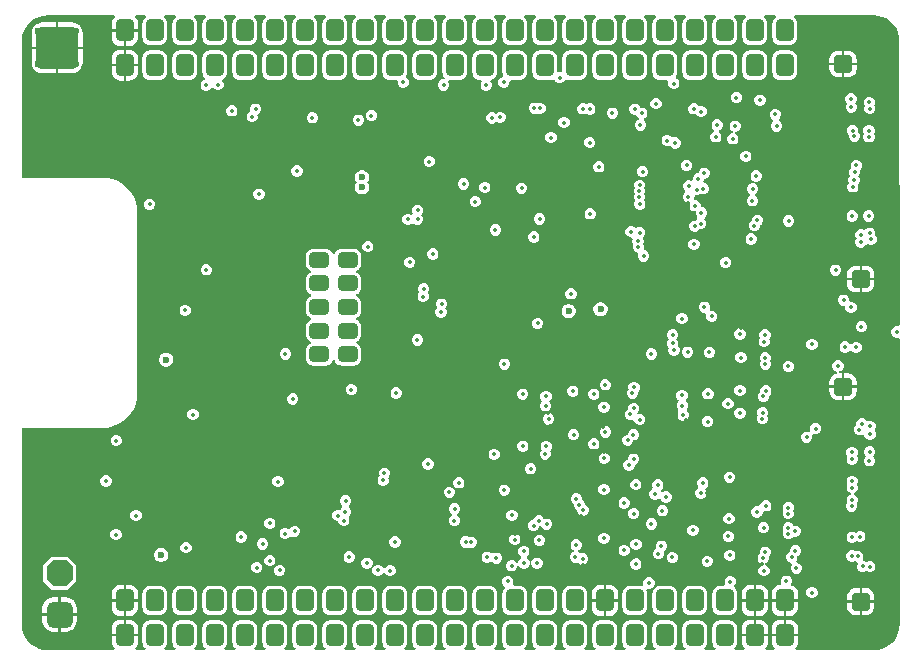
<source format=gbr>
%TF.GenerationSoftware,Altium Limited,Altium Designer,25.3.3 (18)*%
G04 Layer_Physical_Order=2*
G04 Layer_Color=36540*
%FSLAX45Y45*%
%MOMM*%
%TF.SameCoordinates,3F5801E6-D28E-45E5-A6F2-2741A7385EEC*%
%TF.FilePolarity,Positive*%
%TF.FileFunction,Copper,L2,Inr,Signal*%
%TF.Part,Single*%
G01*
G75*
%TA.AperFunction,ComponentPad*%
G04:AMPARAMS|DCode=81|XSize=1.55mm|YSize=1.6mm|CornerRadius=0.3875mm|HoleSize=0mm|Usage=FLASHONLY|Rotation=270.000|XOffset=0mm|YOffset=0mm|HoleType=Round|Shape=RoundedRectangle|*
%AMROUNDEDRECTD81*
21,1,1.55000,0.82500,0,0,270.0*
21,1,0.77500,1.60000,0,0,270.0*
1,1,0.77500,-0.41250,-0.38750*
1,1,0.77500,-0.41250,0.38750*
1,1,0.77500,0.41250,0.38750*
1,1,0.77500,0.41250,-0.38750*
%
%ADD81ROUNDEDRECTD81*%
G04:AMPARAMS|DCode=87|XSize=2.2mm|YSize=2.2mm|CornerRadius=0.55mm|HoleSize=0mm|Usage=FLASHONLY|Rotation=270.000|XOffset=0mm|YOffset=0mm|HoleType=Round|Shape=RoundedRectangle|*
%AMROUNDEDRECTD87*
21,1,2.20000,1.10000,0,0,270.0*
21,1,1.10000,2.20000,0,0,270.0*
1,1,1.10000,-0.55000,-0.55000*
1,1,1.10000,-0.55000,0.55000*
1,1,1.10000,0.55000,0.55000*
1,1,1.10000,0.55000,-0.55000*
%
%ADD87ROUNDEDRECTD87*%
G04:AMPARAMS|DCode=88|XSize=2.2mm|YSize=2.2mm|CornerRadius=0mm|HoleSize=0mm|Usage=FLASHONLY|Rotation=270.000|XOffset=0mm|YOffset=0mm|HoleType=Round|Shape=Octagon|*
%AMOCTAGOND88*
4,1,8,-0.55000,-1.10000,0.55000,-1.10000,1.10000,-0.55000,1.10000,0.55000,0.55000,1.10000,-0.55000,1.10000,-1.10000,0.55000,-1.10000,-0.55000,-0.55000,-1.10000,0.0*
%
%ADD88OCTAGOND88*%

%TA.AperFunction,ViaPad*%
%ADD89C,0.35000*%
%ADD90C,0.60000*%
%TA.AperFunction,ComponentPad*%
G04:AMPARAMS|DCode=91|XSize=1.5mm|YSize=1.9mm|CornerRadius=0.375mm|HoleSize=0mm|Usage=FLASHONLY|Rotation=0.000|XOffset=0mm|YOffset=0mm|HoleType=Round|Shape=RoundedRectangle|*
%AMROUNDEDRECTD91*
21,1,1.50000,1.15000,0,0,0.0*
21,1,0.75000,1.90000,0,0,0.0*
1,1,0.75000,0.37500,-0.57500*
1,1,0.75000,-0.37500,-0.57500*
1,1,0.75000,-0.37500,0.57500*
1,1,0.75000,0.37500,0.57500*
%
%ADD91ROUNDEDRECTD91*%
G04:AMPARAMS|DCode=92|XSize=1.3mm|YSize=1.7mm|CornerRadius=0.325mm|HoleSize=0mm|Usage=FLASHONLY|Rotation=270.000|XOffset=0mm|YOffset=0mm|HoleType=Round|Shape=RoundedRectangle|*
%AMROUNDEDRECTD92*
21,1,1.30000,1.05000,0,0,270.0*
21,1,0.65000,1.70000,0,0,270.0*
1,1,0.65000,-0.52500,-0.32500*
1,1,0.65000,-0.52500,0.32500*
1,1,0.65000,0.52500,0.32500*
1,1,0.65000,0.52500,-0.32500*
%
%ADD92ROUNDEDRECTD92*%
G04:AMPARAMS|DCode=93|XSize=3.6mm|YSize=3.6mm|CornerRadius=0.54mm|HoleSize=0mm|Usage=FLASHONLY|Rotation=0.000|XOffset=0mm|YOffset=0mm|HoleType=Round|Shape=RoundedRectangle|*
%AMROUNDEDRECTD93*
21,1,3.60000,2.52000,0,0,0.0*
21,1,2.52000,3.60000,0,0,0.0*
1,1,1.08000,1.26000,-1.26000*
1,1,1.08000,-1.26000,-1.26000*
1,1,1.08000,-1.26000,1.26000*
1,1,1.08000,1.26000,1.26000*
%
%ADD93ROUNDEDRECTD93*%
G36*
X8412706Y5414943D02*
X8445066Y5407174D01*
X8475813Y5394438D01*
X8504188Y5377050D01*
X8529494Y5355436D01*
X8551108Y5330130D01*
X8568496Y5301755D01*
X8581232Y5271008D01*
X8589001Y5238648D01*
X8590453Y5220198D01*
X8591113Y5205471D01*
X8591116Y5205460D01*
X8591116Y5190471D01*
X8591180Y2793177D01*
X8582473Y2787358D01*
X8576180Y2784875D01*
X8559736D01*
X8542278Y2777643D01*
X8528916Y2764281D01*
X8521685Y2746823D01*
Y2727926D01*
X8528916Y2710468D01*
X8542278Y2697106D01*
X8559736Y2689875D01*
X8578633D01*
X8578711Y2689907D01*
X8591183Y2681574D01*
X8591247Y270170D01*
X8591247Y270037D01*
Y255256D01*
X8590586Y240530D01*
X8589137Y222121D01*
X8581378Y189803D01*
X8568659Y159097D01*
X8551293Y130758D01*
X8529708Y105484D01*
X8504434Y83899D01*
X8476095Y66533D01*
X8445389Y53814D01*
X8413071Y46055D01*
X8381728Y43588D01*
X8379938Y43944D01*
X7711239D01*
X7706147Y58944D01*
X7709207Y61293D01*
X7720828Y76437D01*
X7728134Y94074D01*
X7730625Y113000D01*
Y160500D01*
X7509375D01*
Y113000D01*
X7511866Y94074D01*
X7519172Y76437D01*
X7530793Y61293D01*
X7533853Y58944D01*
X7528761Y43944D01*
X7457239D01*
X7452147Y58944D01*
X7455207Y61293D01*
X7466828Y76437D01*
X7474134Y94074D01*
X7476625Y113000D01*
Y160500D01*
X7255375D01*
Y113000D01*
X7257866Y94074D01*
X7265172Y76437D01*
X7276793Y61293D01*
X7279853Y58944D01*
X7274761Y43944D01*
X7195025D01*
X7189934Y58944D01*
X7197641Y64859D01*
X7208461Y78959D01*
X7215262Y95379D01*
X7217582Y113000D01*
Y228000D01*
X7215262Y245621D01*
X7208461Y262041D01*
X7197641Y276141D01*
X7183541Y286961D01*
X7167121Y293762D01*
X7149500Y296082D01*
X7074500D01*
X7056879Y293762D01*
X7040459Y286961D01*
X7026359Y276141D01*
X7015539Y262041D01*
X7008738Y245621D01*
X7006418Y228000D01*
Y113000D01*
X7008738Y95379D01*
X7015539Y78959D01*
X7026359Y64859D01*
X7034066Y58944D01*
X7028975Y43944D01*
X6941025D01*
X6935934Y58944D01*
X6943641Y64859D01*
X6954461Y78959D01*
X6961262Y95379D01*
X6963582Y113000D01*
Y228000D01*
X6961262Y245621D01*
X6954461Y262041D01*
X6943641Y276141D01*
X6929541Y286961D01*
X6913121Y293762D01*
X6895500Y296082D01*
X6820500D01*
X6802879Y293762D01*
X6786459Y286961D01*
X6772359Y276141D01*
X6761539Y262041D01*
X6754738Y245621D01*
X6752418Y228000D01*
Y113000D01*
X6754738Y95379D01*
X6761539Y78959D01*
X6772359Y64859D01*
X6780066Y58944D01*
X6774975Y43944D01*
X6687025D01*
X6681934Y58944D01*
X6689641Y64859D01*
X6700461Y78959D01*
X6707262Y95379D01*
X6709582Y113000D01*
Y228000D01*
X6707262Y245621D01*
X6700461Y262041D01*
X6689641Y276141D01*
X6675541Y286961D01*
X6659121Y293762D01*
X6641500Y296082D01*
X6566500D01*
X6548879Y293762D01*
X6532459Y286961D01*
X6518359Y276141D01*
X6507539Y262041D01*
X6500738Y245621D01*
X6498418Y228000D01*
Y113000D01*
X6500738Y95379D01*
X6507539Y78959D01*
X6518359Y64859D01*
X6526066Y58944D01*
X6520975Y43944D01*
X6433025D01*
X6427934Y58944D01*
X6435641Y64859D01*
X6446461Y78959D01*
X6453262Y95379D01*
X6455582Y113000D01*
Y228000D01*
X6453262Y245621D01*
X6446461Y262041D01*
X6435641Y276141D01*
X6421541Y286961D01*
X6405121Y293762D01*
X6387500Y296082D01*
X6312500D01*
X6294879Y293762D01*
X6278459Y286961D01*
X6264359Y276141D01*
X6253539Y262041D01*
X6246738Y245621D01*
X6244418Y228000D01*
Y113000D01*
X6246738Y95379D01*
X6253539Y78959D01*
X6264359Y64859D01*
X6272066Y58944D01*
X6266975Y43944D01*
X6179025D01*
X6173934Y58944D01*
X6181641Y64859D01*
X6192461Y78959D01*
X6199262Y95379D01*
X6201582Y113000D01*
Y228000D01*
X6199262Y245621D01*
X6192461Y262041D01*
X6181641Y276141D01*
X6167541Y286961D01*
X6151121Y293762D01*
X6133500Y296082D01*
X6058500D01*
X6040879Y293762D01*
X6024459Y286961D01*
X6010359Y276141D01*
X5999539Y262041D01*
X5992738Y245621D01*
X5990418Y228000D01*
Y113000D01*
X5992738Y95379D01*
X5999539Y78959D01*
X6010359Y64859D01*
X6018066Y58944D01*
X6012975Y43944D01*
X5925025D01*
X5919934Y58944D01*
X5927641Y64859D01*
X5938461Y78959D01*
X5945262Y95379D01*
X5947582Y113000D01*
Y228000D01*
X5945262Y245621D01*
X5938461Y262041D01*
X5927641Y276141D01*
X5913541Y286961D01*
X5897121Y293762D01*
X5879500Y296082D01*
X5804500D01*
X5786879Y293762D01*
X5770459Y286961D01*
X5756359Y276141D01*
X5745539Y262041D01*
X5738738Y245621D01*
X5736418Y228000D01*
Y113000D01*
X5738738Y95379D01*
X5745539Y78959D01*
X5756359Y64859D01*
X5764066Y58944D01*
X5758975Y43944D01*
X5671025D01*
X5665934Y58944D01*
X5673641Y64859D01*
X5684461Y78959D01*
X5691262Y95379D01*
X5693582Y113000D01*
Y228000D01*
X5691262Y245621D01*
X5684461Y262041D01*
X5673641Y276141D01*
X5659541Y286961D01*
X5643121Y293762D01*
X5625500Y296082D01*
X5550500D01*
X5532879Y293762D01*
X5516459Y286961D01*
X5502359Y276141D01*
X5491539Y262041D01*
X5484738Y245621D01*
X5482418Y228000D01*
Y113000D01*
X5484738Y95379D01*
X5491539Y78959D01*
X5502359Y64859D01*
X5510066Y58944D01*
X5504975Y43944D01*
X5417025D01*
X5411934Y58944D01*
X5419641Y64859D01*
X5430461Y78959D01*
X5437262Y95379D01*
X5439582Y113000D01*
Y228000D01*
X5437262Y245621D01*
X5430461Y262041D01*
X5419641Y276141D01*
X5405541Y286961D01*
X5389121Y293762D01*
X5371500Y296082D01*
X5296500D01*
X5278879Y293762D01*
X5262459Y286961D01*
X5248359Y276141D01*
X5237539Y262041D01*
X5230738Y245621D01*
X5228418Y228000D01*
Y113000D01*
X5230738Y95379D01*
X5237539Y78959D01*
X5248359Y64859D01*
X5256066Y58944D01*
X5250975Y43944D01*
X5163025D01*
X5157934Y58944D01*
X5165641Y64859D01*
X5176461Y78959D01*
X5183262Y95379D01*
X5185582Y113000D01*
Y228000D01*
X5183262Y245621D01*
X5176461Y262041D01*
X5165641Y276141D01*
X5151541Y286961D01*
X5135121Y293762D01*
X5117500Y296082D01*
X5042500D01*
X5024879Y293762D01*
X5008459Y286961D01*
X4994359Y276141D01*
X4983539Y262041D01*
X4976738Y245621D01*
X4974418Y228000D01*
Y113000D01*
X4976738Y95379D01*
X4983539Y78959D01*
X4994359Y64859D01*
X5002066Y58944D01*
X4996975Y43944D01*
X4909025D01*
X4903934Y58944D01*
X4911641Y64859D01*
X4922461Y78959D01*
X4929262Y95379D01*
X4931582Y113000D01*
Y228000D01*
X4929262Y245621D01*
X4922461Y262041D01*
X4911641Y276141D01*
X4897541Y286961D01*
X4881121Y293762D01*
X4863500Y296082D01*
X4788500D01*
X4770879Y293762D01*
X4754459Y286961D01*
X4740359Y276141D01*
X4729539Y262041D01*
X4722738Y245621D01*
X4720418Y228000D01*
Y113000D01*
X4722738Y95379D01*
X4729539Y78959D01*
X4740359Y64859D01*
X4748066Y58944D01*
X4742975Y43944D01*
X4655025D01*
X4649934Y58944D01*
X4657641Y64859D01*
X4668461Y78959D01*
X4675262Y95379D01*
X4677582Y113000D01*
Y228000D01*
X4675262Y245621D01*
X4668461Y262041D01*
X4657641Y276141D01*
X4643541Y286961D01*
X4627121Y293762D01*
X4609500Y296082D01*
X4534500D01*
X4516879Y293762D01*
X4500459Y286961D01*
X4486359Y276141D01*
X4475539Y262041D01*
X4468738Y245621D01*
X4466418Y228000D01*
Y113000D01*
X4468738Y95379D01*
X4475539Y78959D01*
X4486359Y64859D01*
X4494066Y58944D01*
X4488975Y43944D01*
X4401025D01*
X4395934Y58944D01*
X4403641Y64859D01*
X4414461Y78959D01*
X4421262Y95379D01*
X4423582Y113000D01*
Y228000D01*
X4421262Y245621D01*
X4414461Y262041D01*
X4403641Y276141D01*
X4389541Y286961D01*
X4373121Y293762D01*
X4355500Y296082D01*
X4280500D01*
X4262879Y293762D01*
X4246459Y286961D01*
X4232359Y276141D01*
X4221539Y262041D01*
X4214738Y245621D01*
X4212418Y228000D01*
Y113000D01*
X4214738Y95379D01*
X4221539Y78959D01*
X4232359Y64859D01*
X4240066Y58944D01*
X4234975Y43944D01*
X4147025D01*
X4141934Y58944D01*
X4149641Y64859D01*
X4160461Y78959D01*
X4167262Y95379D01*
X4169582Y113000D01*
Y228000D01*
X4167262Y245621D01*
X4160461Y262041D01*
X4149641Y276141D01*
X4135541Y286961D01*
X4119121Y293762D01*
X4101500Y296082D01*
X4026500D01*
X4008879Y293762D01*
X3992459Y286961D01*
X3978359Y276141D01*
X3967539Y262041D01*
X3960738Y245621D01*
X3958418Y228000D01*
Y113000D01*
X3960738Y95379D01*
X3967539Y78959D01*
X3978359Y64859D01*
X3986066Y58944D01*
X3980975Y43944D01*
X3893025D01*
X3887934Y58944D01*
X3895641Y64859D01*
X3906461Y78959D01*
X3913262Y95379D01*
X3915582Y113000D01*
Y228000D01*
X3913262Y245621D01*
X3906461Y262041D01*
X3895641Y276141D01*
X3881541Y286961D01*
X3865121Y293762D01*
X3847500Y296082D01*
X3772500D01*
X3754879Y293762D01*
X3738459Y286961D01*
X3724359Y276141D01*
X3713539Y262041D01*
X3706738Y245621D01*
X3704418Y228000D01*
Y113000D01*
X3706738Y95379D01*
X3713539Y78959D01*
X3724359Y64859D01*
X3732066Y58944D01*
X3726975Y43944D01*
X3639025D01*
X3633934Y58944D01*
X3641641Y64859D01*
X3652461Y78959D01*
X3659262Y95379D01*
X3661582Y113000D01*
Y228000D01*
X3659262Y245621D01*
X3652461Y262041D01*
X3641641Y276141D01*
X3627541Y286961D01*
X3611121Y293762D01*
X3593500Y296082D01*
X3518500D01*
X3500879Y293762D01*
X3484459Y286961D01*
X3470359Y276141D01*
X3459539Y262041D01*
X3452738Y245621D01*
X3450418Y228000D01*
Y113000D01*
X3452738Y95379D01*
X3459539Y78959D01*
X3470359Y64859D01*
X3478066Y58944D01*
X3472975Y43944D01*
X3385025D01*
X3379934Y58944D01*
X3387641Y64859D01*
X3398461Y78959D01*
X3405262Y95379D01*
X3407582Y113000D01*
Y228000D01*
X3405262Y245621D01*
X3398461Y262041D01*
X3387641Y276141D01*
X3373541Y286961D01*
X3357121Y293762D01*
X3339500Y296082D01*
X3264500D01*
X3246879Y293762D01*
X3230459Y286961D01*
X3216359Y276141D01*
X3205539Y262041D01*
X3198738Y245621D01*
X3196418Y228000D01*
Y113000D01*
X3198738Y95379D01*
X3205539Y78959D01*
X3216359Y64859D01*
X3224066Y58944D01*
X3218975Y43944D01*
X3131025D01*
X3125934Y58944D01*
X3133641Y64859D01*
X3144461Y78959D01*
X3151262Y95379D01*
X3153582Y113000D01*
Y228000D01*
X3151262Y245621D01*
X3144461Y262041D01*
X3133641Y276141D01*
X3119541Y286961D01*
X3103121Y293762D01*
X3085500Y296082D01*
X3010500D01*
X2992879Y293762D01*
X2976459Y286961D01*
X2962359Y276141D01*
X2951539Y262041D01*
X2944738Y245621D01*
X2942418Y228000D01*
Y113000D01*
X2944738Y95379D01*
X2951539Y78959D01*
X2962359Y64859D01*
X2970066Y58944D01*
X2964975Y43944D01*
X2877025D01*
X2871934Y58944D01*
X2879641Y64859D01*
X2890461Y78959D01*
X2897262Y95379D01*
X2899582Y113000D01*
Y228000D01*
X2897262Y245621D01*
X2890461Y262041D01*
X2879641Y276141D01*
X2865541Y286961D01*
X2849121Y293762D01*
X2831500Y296082D01*
X2756500D01*
X2738879Y293762D01*
X2722459Y286961D01*
X2708359Y276141D01*
X2697539Y262041D01*
X2690738Y245621D01*
X2688418Y228000D01*
Y113000D01*
X2690738Y95379D01*
X2697539Y78959D01*
X2708359Y64859D01*
X2716066Y58944D01*
X2710975Y43944D01*
X2623025D01*
X2617934Y58944D01*
X2625641Y64859D01*
X2636461Y78959D01*
X2643262Y95379D01*
X2645582Y113000D01*
Y228000D01*
X2643262Y245621D01*
X2636461Y262041D01*
X2625641Y276141D01*
X2611541Y286961D01*
X2595121Y293762D01*
X2577500Y296082D01*
X2502500D01*
X2484879Y293762D01*
X2468459Y286961D01*
X2454359Y276141D01*
X2443539Y262041D01*
X2436738Y245621D01*
X2434418Y228000D01*
Y113000D01*
X2436738Y95379D01*
X2443539Y78959D01*
X2454359Y64859D01*
X2462066Y58944D01*
X2456975Y43944D01*
X2369025D01*
X2363934Y58944D01*
X2371641Y64859D01*
X2382461Y78959D01*
X2389262Y95379D01*
X2391582Y113000D01*
Y228000D01*
X2389262Y245621D01*
X2382461Y262041D01*
X2371641Y276141D01*
X2357541Y286961D01*
X2341121Y293762D01*
X2323500Y296082D01*
X2248500D01*
X2230879Y293762D01*
X2214459Y286961D01*
X2200359Y276141D01*
X2189539Y262041D01*
X2182738Y245621D01*
X2180418Y228000D01*
Y113000D01*
X2182738Y95379D01*
X2189539Y78959D01*
X2200359Y64859D01*
X2208066Y58944D01*
X2202975Y43944D01*
X2123239D01*
X2118147Y58944D01*
X2121207Y61293D01*
X2132828Y76437D01*
X2140134Y94074D01*
X2142625Y113000D01*
Y160500D01*
X1921375D01*
Y113000D01*
X1923866Y94074D01*
X1931172Y76437D01*
X1942793Y61293D01*
X1945853Y58944D01*
X1940761Y43944D01*
X1371600D01*
X1369823Y43591D01*
X1338663Y46043D01*
X1306537Y53756D01*
X1276013Y66399D01*
X1247842Y83662D01*
X1222719Y105119D01*
X1201262Y130242D01*
X1183999Y158413D01*
X1171356Y188937D01*
X1163643Y221063D01*
X1161191Y252223D01*
X1161544Y254000D01*
Y1924556D01*
X1841500D01*
Y1924481D01*
X1888120Y1928150D01*
X1933593Y1939067D01*
X1976798Y1956963D01*
X2016671Y1981398D01*
X2052231Y2011769D01*
X2082602Y2047329D01*
X2107037Y2087202D01*
X2124933Y2130407D01*
X2135850Y2175880D01*
X2139519Y2222500D01*
X2139444D01*
Y3746500D01*
X2139519D01*
X2135850Y3793120D01*
X2124933Y3838593D01*
X2107037Y3881798D01*
X2082602Y3921671D01*
X2052231Y3957231D01*
X2016671Y3987602D01*
X1976798Y4012037D01*
X1933593Y4029933D01*
X1888120Y4040850D01*
X1841500Y4044519D01*
Y4044444D01*
X1161544D01*
Y5207000D01*
X1161191Y5208778D01*
X1163643Y5239937D01*
X1171356Y5272063D01*
X1183999Y5302587D01*
X1201262Y5330758D01*
X1222719Y5355881D01*
X1247842Y5377338D01*
X1276012Y5394601D01*
X1306537Y5407244D01*
X1338663Y5414957D01*
X1356875Y5416390D01*
X1371600Y5417055D01*
Y5417056D01*
X1940761D01*
X1945853Y5402056D01*
X1942793Y5399707D01*
X1931172Y5384563D01*
X1923866Y5366926D01*
X1921375Y5348000D01*
Y5300500D01*
X2142625D01*
Y5348000D01*
X2140134Y5366926D01*
X2132828Y5384563D01*
X2121207Y5399707D01*
X2118147Y5402056D01*
X2123239Y5417056D01*
X2202975D01*
X2208066Y5402056D01*
X2200359Y5396141D01*
X2189539Y5382041D01*
X2182738Y5365621D01*
X2180418Y5348000D01*
Y5233000D01*
X2182738Y5215379D01*
X2189539Y5198959D01*
X2200359Y5184859D01*
X2214459Y5174039D01*
X2230879Y5167238D01*
X2248500Y5164918D01*
X2323500D01*
X2341121Y5167238D01*
X2357541Y5174039D01*
X2371641Y5184859D01*
X2382461Y5198959D01*
X2389262Y5215379D01*
X2391582Y5233000D01*
Y5348000D01*
X2389262Y5365621D01*
X2382461Y5382041D01*
X2371641Y5396141D01*
X2363934Y5402056D01*
X2369025Y5417056D01*
X2456975D01*
X2462066Y5402056D01*
X2454359Y5396141D01*
X2443539Y5382041D01*
X2436738Y5365621D01*
X2434418Y5348000D01*
Y5233000D01*
X2436738Y5215379D01*
X2443539Y5198959D01*
X2454359Y5184859D01*
X2468459Y5174039D01*
X2484879Y5167238D01*
X2502500Y5164918D01*
X2577500D01*
X2595121Y5167238D01*
X2611541Y5174039D01*
X2625641Y5184859D01*
X2636461Y5198959D01*
X2643262Y5215379D01*
X2645582Y5233000D01*
Y5348000D01*
X2643262Y5365621D01*
X2636461Y5382041D01*
X2625641Y5396141D01*
X2617934Y5402056D01*
X2623025Y5417056D01*
X2710975D01*
X2716066Y5402056D01*
X2708359Y5396141D01*
X2697539Y5382041D01*
X2690738Y5365621D01*
X2688418Y5348000D01*
Y5233000D01*
X2690738Y5215379D01*
X2697539Y5198959D01*
X2708359Y5184859D01*
X2722459Y5174039D01*
X2738879Y5167238D01*
X2756500Y5164918D01*
X2831500D01*
X2849121Y5167238D01*
X2865541Y5174039D01*
X2879641Y5184859D01*
X2890461Y5198959D01*
X2897262Y5215379D01*
X2899582Y5233000D01*
Y5348000D01*
X2897262Y5365621D01*
X2890461Y5382041D01*
X2879641Y5396141D01*
X2871934Y5402056D01*
X2877025Y5417056D01*
X2964975D01*
X2970066Y5402056D01*
X2962359Y5396141D01*
X2951539Y5382041D01*
X2944738Y5365621D01*
X2942418Y5348000D01*
Y5233000D01*
X2944738Y5215379D01*
X2951539Y5198959D01*
X2962359Y5184859D01*
X2976459Y5174039D01*
X2992879Y5167238D01*
X3010500Y5164918D01*
X3085500D01*
X3103121Y5167238D01*
X3119541Y5174039D01*
X3133641Y5184859D01*
X3144461Y5198959D01*
X3151262Y5215379D01*
X3153582Y5233000D01*
Y5348000D01*
X3151262Y5365621D01*
X3144461Y5382041D01*
X3133641Y5396141D01*
X3125934Y5402056D01*
X3131025Y5417056D01*
X3218975D01*
X3224066Y5402056D01*
X3216359Y5396141D01*
X3205539Y5382041D01*
X3198738Y5365621D01*
X3196418Y5348000D01*
Y5233000D01*
X3198738Y5215379D01*
X3205539Y5198959D01*
X3216359Y5184859D01*
X3230459Y5174039D01*
X3246879Y5167238D01*
X3264500Y5164918D01*
X3339500D01*
X3357121Y5167238D01*
X3373541Y5174039D01*
X3387641Y5184859D01*
X3398461Y5198959D01*
X3405262Y5215379D01*
X3407582Y5233000D01*
Y5348000D01*
X3405262Y5365621D01*
X3398461Y5382041D01*
X3387641Y5396141D01*
X3379934Y5402056D01*
X3385025Y5417056D01*
X3472975D01*
X3478066Y5402056D01*
X3470359Y5396141D01*
X3459539Y5382041D01*
X3452738Y5365621D01*
X3450418Y5348000D01*
Y5233000D01*
X3452738Y5215379D01*
X3459539Y5198959D01*
X3470359Y5184859D01*
X3484459Y5174039D01*
X3500879Y5167238D01*
X3518500Y5164918D01*
X3593500D01*
X3611121Y5167238D01*
X3627541Y5174039D01*
X3641641Y5184859D01*
X3652461Y5198959D01*
X3659262Y5215379D01*
X3661582Y5233000D01*
Y5348000D01*
X3659262Y5365621D01*
X3652461Y5382041D01*
X3641641Y5396141D01*
X3633934Y5402056D01*
X3639025Y5417056D01*
X3726975D01*
X3732066Y5402056D01*
X3724359Y5396141D01*
X3713539Y5382041D01*
X3706738Y5365621D01*
X3704418Y5348000D01*
Y5233000D01*
X3706738Y5215379D01*
X3713539Y5198959D01*
X3724359Y5184859D01*
X3738459Y5174039D01*
X3754879Y5167238D01*
X3772500Y5164918D01*
X3847500D01*
X3865121Y5167238D01*
X3881541Y5174039D01*
X3895641Y5184859D01*
X3906461Y5198959D01*
X3913262Y5215379D01*
X3915582Y5233000D01*
Y5348000D01*
X3913262Y5365621D01*
X3906461Y5382041D01*
X3895641Y5396141D01*
X3887934Y5402056D01*
X3893025Y5417056D01*
X3980975D01*
X3986066Y5402056D01*
X3978359Y5396141D01*
X3967539Y5382041D01*
X3960738Y5365621D01*
X3958418Y5348000D01*
Y5233000D01*
X3960738Y5215379D01*
X3967539Y5198959D01*
X3978359Y5184859D01*
X3992459Y5174039D01*
X4008879Y5167238D01*
X4026500Y5164918D01*
X4101500D01*
X4119121Y5167238D01*
X4135541Y5174039D01*
X4149641Y5184859D01*
X4160461Y5198959D01*
X4167262Y5215379D01*
X4169582Y5233000D01*
Y5348000D01*
X4167262Y5365621D01*
X4160461Y5382041D01*
X4149641Y5396141D01*
X4141934Y5402056D01*
X4147025Y5417056D01*
X4234975D01*
X4240066Y5402056D01*
X4232359Y5396141D01*
X4221539Y5382041D01*
X4214738Y5365621D01*
X4212418Y5348000D01*
Y5233000D01*
X4214738Y5215379D01*
X4221539Y5198959D01*
X4232359Y5184859D01*
X4246459Y5174039D01*
X4262879Y5167238D01*
X4280500Y5164918D01*
X4355500D01*
X4373121Y5167238D01*
X4389541Y5174039D01*
X4403641Y5184859D01*
X4414461Y5198959D01*
X4421262Y5215379D01*
X4423582Y5233000D01*
Y5348000D01*
X4421262Y5365621D01*
X4414461Y5382041D01*
X4403641Y5396141D01*
X4395934Y5402056D01*
X4401025Y5417056D01*
X4488975D01*
X4494066Y5402056D01*
X4486359Y5396141D01*
X4475539Y5382041D01*
X4468738Y5365621D01*
X4466418Y5348000D01*
Y5233000D01*
X4468738Y5215379D01*
X4475539Y5198959D01*
X4486359Y5184859D01*
X4500459Y5174039D01*
X4516879Y5167238D01*
X4534500Y5164918D01*
X4609500D01*
X4627121Y5167238D01*
X4643541Y5174039D01*
X4657641Y5184859D01*
X4668461Y5198959D01*
X4675262Y5215379D01*
X4677582Y5233000D01*
Y5348000D01*
X4675262Y5365621D01*
X4668461Y5382041D01*
X4657641Y5396141D01*
X4649934Y5402056D01*
X4655025Y5417056D01*
X4742975D01*
X4748066Y5402056D01*
X4740359Y5396141D01*
X4729539Y5382041D01*
X4722738Y5365621D01*
X4720418Y5348000D01*
Y5233000D01*
X4722738Y5215379D01*
X4729539Y5198959D01*
X4740359Y5184859D01*
X4754459Y5174039D01*
X4770879Y5167238D01*
X4788500Y5164918D01*
X4863500D01*
X4881121Y5167238D01*
X4897541Y5174039D01*
X4911641Y5184859D01*
X4922461Y5198959D01*
X4929262Y5215379D01*
X4931582Y5233000D01*
Y5348000D01*
X4929262Y5365621D01*
X4922461Y5382041D01*
X4911641Y5396141D01*
X4903934Y5402056D01*
X4909025Y5417056D01*
X4996975D01*
X5002066Y5402056D01*
X4994359Y5396141D01*
X4983539Y5382041D01*
X4976738Y5365621D01*
X4974418Y5348000D01*
Y5233000D01*
X4976738Y5215379D01*
X4983539Y5198959D01*
X4994359Y5184859D01*
X5008459Y5174039D01*
X5024879Y5167238D01*
X5042500Y5164918D01*
X5117500D01*
X5135121Y5167238D01*
X5151541Y5174039D01*
X5165641Y5184859D01*
X5176461Y5198959D01*
X5183262Y5215379D01*
X5185582Y5233000D01*
Y5348000D01*
X5183262Y5365621D01*
X5176461Y5382041D01*
X5165641Y5396141D01*
X5157934Y5402056D01*
X5163025Y5417056D01*
X5250975D01*
X5256066Y5402056D01*
X5248359Y5396141D01*
X5237539Y5382041D01*
X5230738Y5365621D01*
X5228418Y5348000D01*
Y5233000D01*
X5230738Y5215379D01*
X5237539Y5198959D01*
X5248359Y5184859D01*
X5262459Y5174039D01*
X5278879Y5167238D01*
X5296500Y5164918D01*
X5371500D01*
X5389121Y5167238D01*
X5405541Y5174039D01*
X5419641Y5184859D01*
X5430461Y5198959D01*
X5437262Y5215379D01*
X5439582Y5233000D01*
Y5348000D01*
X5437262Y5365621D01*
X5430461Y5382041D01*
X5419641Y5396141D01*
X5411934Y5402056D01*
X5417025Y5417056D01*
X5504975D01*
X5510066Y5402056D01*
X5502359Y5396141D01*
X5491539Y5382041D01*
X5484738Y5365621D01*
X5482418Y5348000D01*
Y5233000D01*
X5484738Y5215379D01*
X5491539Y5198959D01*
X5502359Y5184859D01*
X5516459Y5174039D01*
X5532879Y5167238D01*
X5550500Y5164918D01*
X5625500D01*
X5643121Y5167238D01*
X5659541Y5174039D01*
X5673641Y5184859D01*
X5684461Y5198959D01*
X5691262Y5215379D01*
X5693582Y5233000D01*
Y5348000D01*
X5691262Y5365621D01*
X5684461Y5382041D01*
X5673641Y5396141D01*
X5665934Y5402056D01*
X5671025Y5417056D01*
X5758975D01*
X5764066Y5402056D01*
X5756359Y5396141D01*
X5745539Y5382041D01*
X5738738Y5365621D01*
X5736418Y5348000D01*
Y5233000D01*
X5738738Y5215379D01*
X5745539Y5198959D01*
X5756359Y5184859D01*
X5770459Y5174039D01*
X5786879Y5167238D01*
X5804500Y5164918D01*
X5879500D01*
X5897121Y5167238D01*
X5913541Y5174039D01*
X5927641Y5184859D01*
X5938461Y5198959D01*
X5945262Y5215379D01*
X5947582Y5233000D01*
Y5348000D01*
X5945262Y5365621D01*
X5938461Y5382041D01*
X5927641Y5396141D01*
X5919934Y5402056D01*
X5925025Y5417056D01*
X6012975D01*
X6018066Y5402056D01*
X6010359Y5396141D01*
X5999539Y5382041D01*
X5992738Y5365621D01*
X5990418Y5348000D01*
Y5233000D01*
X5992738Y5215379D01*
X5999539Y5198959D01*
X6010359Y5184859D01*
X6024459Y5174039D01*
X6040879Y5167238D01*
X6058500Y5164918D01*
X6133500D01*
X6151121Y5167238D01*
X6167541Y5174039D01*
X6181641Y5184859D01*
X6192461Y5198959D01*
X6199262Y5215379D01*
X6201582Y5233000D01*
Y5348000D01*
X6199262Y5365621D01*
X6192461Y5382041D01*
X6181641Y5396141D01*
X6173934Y5402056D01*
X6179025Y5417056D01*
X6266975D01*
X6272066Y5402056D01*
X6264359Y5396141D01*
X6253539Y5382041D01*
X6246738Y5365621D01*
X6244418Y5348000D01*
Y5233000D01*
X6246738Y5215379D01*
X6253539Y5198959D01*
X6264359Y5184859D01*
X6278459Y5174039D01*
X6294879Y5167238D01*
X6312500Y5164918D01*
X6387500D01*
X6405121Y5167238D01*
X6421541Y5174039D01*
X6435641Y5184859D01*
X6446461Y5198959D01*
X6453262Y5215379D01*
X6455582Y5233000D01*
Y5348000D01*
X6453262Y5365621D01*
X6446461Y5382041D01*
X6435641Y5396141D01*
X6427934Y5402056D01*
X6433025Y5417056D01*
X6520975D01*
X6526066Y5402056D01*
X6518359Y5396141D01*
X6507539Y5382041D01*
X6500738Y5365621D01*
X6498418Y5348000D01*
Y5233000D01*
X6500738Y5215379D01*
X6507539Y5198959D01*
X6518359Y5184859D01*
X6532459Y5174039D01*
X6548879Y5167238D01*
X6566500Y5164918D01*
X6641500D01*
X6659121Y5167238D01*
X6675541Y5174039D01*
X6689641Y5184859D01*
X6700461Y5198959D01*
X6707262Y5215379D01*
X6709582Y5233000D01*
Y5348000D01*
X6707262Y5365621D01*
X6700461Y5382041D01*
X6689641Y5396141D01*
X6681934Y5402056D01*
X6687025Y5417056D01*
X6774975D01*
X6780066Y5402056D01*
X6772359Y5396141D01*
X6761539Y5382041D01*
X6754738Y5365621D01*
X6752418Y5348000D01*
Y5233000D01*
X6754738Y5215379D01*
X6761539Y5198959D01*
X6772359Y5184859D01*
X6786459Y5174039D01*
X6802879Y5167238D01*
X6820500Y5164918D01*
X6895500D01*
X6913121Y5167238D01*
X6929541Y5174039D01*
X6943641Y5184859D01*
X6954461Y5198959D01*
X6961262Y5215379D01*
X6963582Y5233000D01*
Y5348000D01*
X6961262Y5365621D01*
X6954461Y5382041D01*
X6943641Y5396141D01*
X6935934Y5402056D01*
X6941025Y5417056D01*
X7028975D01*
X7034066Y5402056D01*
X7026359Y5396141D01*
X7015539Y5382041D01*
X7008738Y5365621D01*
X7006418Y5348000D01*
Y5233000D01*
X7008738Y5215379D01*
X7015539Y5198959D01*
X7026359Y5184859D01*
X7040459Y5174039D01*
X7056879Y5167238D01*
X7074500Y5164918D01*
X7149500D01*
X7167121Y5167238D01*
X7183541Y5174039D01*
X7197641Y5184859D01*
X7208461Y5198959D01*
X7215262Y5215379D01*
X7217582Y5233000D01*
Y5348000D01*
X7215262Y5365621D01*
X7208461Y5382041D01*
X7197641Y5396141D01*
X7189934Y5402056D01*
X7195025Y5417056D01*
X7282975D01*
X7288066Y5402056D01*
X7280359Y5396141D01*
X7269539Y5382041D01*
X7262738Y5365621D01*
X7260418Y5348000D01*
Y5233000D01*
X7262738Y5215379D01*
X7269539Y5198959D01*
X7280359Y5184859D01*
X7294459Y5174039D01*
X7310879Y5167238D01*
X7328500Y5164918D01*
X7403500D01*
X7421121Y5167238D01*
X7437541Y5174039D01*
X7451641Y5184859D01*
X7462461Y5198959D01*
X7469262Y5215379D01*
X7471582Y5233000D01*
Y5348000D01*
X7469262Y5365621D01*
X7462461Y5382041D01*
X7451641Y5396141D01*
X7443934Y5402056D01*
X7449025Y5417056D01*
X7536975D01*
X7542066Y5402056D01*
X7534359Y5396141D01*
X7523539Y5382041D01*
X7516738Y5365621D01*
X7514418Y5348000D01*
Y5233000D01*
X7516738Y5215379D01*
X7523539Y5198959D01*
X7534359Y5184859D01*
X7548459Y5174039D01*
X7564879Y5167238D01*
X7582500Y5164918D01*
X7657500D01*
X7675121Y5167238D01*
X7691541Y5174039D01*
X7705641Y5184859D01*
X7716461Y5198959D01*
X7723262Y5215379D01*
X7725582Y5233000D01*
Y5348000D01*
X7723262Y5365621D01*
X7716461Y5382041D01*
X7705641Y5396141D01*
X7697934Y5402056D01*
X7703025Y5417056D01*
X8379531D01*
X8381325Y5417413D01*
X8412706Y5414943D01*
D02*
G37*
%LPC*%
G36*
X2142625Y5280500D02*
X2042000D01*
Y5159875D01*
X2069500D01*
X2088426Y5162366D01*
X2106063Y5169672D01*
X2121207Y5181293D01*
X2132828Y5196437D01*
X2140134Y5214074D01*
X2142625Y5233000D01*
Y5280500D01*
D02*
G37*
G36*
X2022000D02*
X1921375D01*
Y5233000D01*
X1923866Y5214074D01*
X1931172Y5196437D01*
X1942793Y5181293D01*
X1957937Y5169672D01*
X1975574Y5162366D01*
X1994500Y5159875D01*
X2022000D01*
Y5280500D01*
D02*
G37*
G36*
X1586500Y5359268D02*
X1470500D01*
Y5153500D01*
X1676268D01*
Y5269500D01*
X1673209Y5292734D01*
X1664241Y5314384D01*
X1649976Y5332976D01*
X1631384Y5347241D01*
X1609734Y5356209D01*
X1586500Y5359268D01*
D02*
G37*
G36*
X1450500D02*
X1334500D01*
X1311266Y5356209D01*
X1289616Y5347241D01*
X1271024Y5332976D01*
X1256759Y5314384D01*
X1247791Y5292734D01*
X1244732Y5269500D01*
Y5153500D01*
X1450500D01*
Y5359268D01*
D02*
G37*
G36*
X8154250Y5118136D02*
X8123000D01*
Y5015000D01*
X8228636D01*
Y5043750D01*
X8226101Y5063002D01*
X8218670Y5080943D01*
X8206849Y5096349D01*
X8191443Y5108170D01*
X8173502Y5115601D01*
X8154250Y5118136D01*
D02*
G37*
G36*
X8103000D02*
X8071750D01*
X8052497Y5115601D01*
X8034557Y5108170D01*
X8019151Y5096349D01*
X8007330Y5080943D01*
X7999898Y5063002D01*
X7997364Y5043750D01*
Y5015000D01*
X8103000D01*
Y5118136D01*
D02*
G37*
G36*
X2069500Y5127125D02*
X2042000D01*
Y5006500D01*
X2142625D01*
Y5054000D01*
X2140134Y5072926D01*
X2132828Y5090563D01*
X2121207Y5105707D01*
X2106063Y5117328D01*
X2088426Y5124634D01*
X2069500Y5127125D01*
D02*
G37*
G36*
X2022000D02*
X1994500D01*
X1975574Y5124634D01*
X1957937Y5117328D01*
X1942793Y5105707D01*
X1931172Y5090563D01*
X1923866Y5072926D01*
X1921375Y5054000D01*
Y5006500D01*
X2022000D01*
Y5127125D01*
D02*
G37*
G36*
X5879500Y5122082D02*
X5804500D01*
X5786879Y5119762D01*
X5770459Y5112961D01*
X5756359Y5102141D01*
X5745539Y5088041D01*
X5738738Y5071621D01*
X5736418Y5054000D01*
Y4948369D01*
X5723323Y4937785D01*
X5721705Y4937634D01*
X5708295D01*
X5703870Y4938045D01*
X5693582Y4949455D01*
Y5054000D01*
X5691262Y5071621D01*
X5684461Y5088041D01*
X5673641Y5102141D01*
X5659541Y5112961D01*
X5643121Y5119762D01*
X5625500Y5122082D01*
X5550500D01*
X5532879Y5119762D01*
X5516459Y5112961D01*
X5502359Y5102141D01*
X5491539Y5088041D01*
X5484738Y5071621D01*
X5482418Y5054000D01*
Y4939000D01*
X5484738Y4921379D01*
X5491539Y4904959D01*
X5502359Y4890859D01*
X5516459Y4880039D01*
X5532879Y4873238D01*
X5550500Y4870918D01*
X5625500D01*
X5643121Y4873238D01*
X5652331Y4877052D01*
X5668748Y4871549D01*
X5670732Y4869719D01*
X5673420Y4863228D01*
X5686782Y4849866D01*
X5704241Y4842635D01*
X5723137D01*
X5740595Y4849866D01*
X5753957Y4863228D01*
X5757278Y4871246D01*
X5761334Y4873951D01*
X5775012Y4878128D01*
X5775121Y4878108D01*
X5786879Y4873238D01*
X5804500Y4870918D01*
X5879500D01*
X5897121Y4873238D01*
X5913541Y4880039D01*
X5927641Y4890859D01*
X5938461Y4904959D01*
X5945262Y4921379D01*
X5947582Y4939000D01*
Y5054000D01*
X5945262Y5071621D01*
X5938461Y5088041D01*
X5927641Y5102141D01*
X5913541Y5112961D01*
X5897121Y5119762D01*
X5879500Y5122082D01*
D02*
G37*
G36*
X1676268Y5133500D02*
X1470500D01*
Y4927732D01*
X1586500D01*
X1609734Y4930791D01*
X1631384Y4939759D01*
X1649976Y4954024D01*
X1664241Y4972616D01*
X1673209Y4994266D01*
X1676268Y5017500D01*
Y5133500D01*
D02*
G37*
G36*
X1450500D02*
X1244732D01*
Y5017500D01*
X1247791Y4994266D01*
X1256759Y4972616D01*
X1271024Y4954024D01*
X1289616Y4939759D01*
X1311266Y4930791D01*
X1334500Y4927732D01*
X1450500D01*
Y5133500D01*
D02*
G37*
G36*
X8228636Y4995000D02*
X8123000D01*
Y4891864D01*
X8154250D01*
X8173502Y4894398D01*
X8191443Y4901830D01*
X8206849Y4913651D01*
X8218670Y4929057D01*
X8226101Y4946997D01*
X8228636Y4966250D01*
Y4995000D01*
D02*
G37*
G36*
X8103000D02*
X7997364D01*
Y4966250D01*
X7999898Y4946997D01*
X8007330Y4929057D01*
X8019151Y4913651D01*
X8034557Y4901830D01*
X8052497Y4894398D01*
X8071750Y4891864D01*
X8103000D01*
Y4995000D01*
D02*
G37*
G36*
X7657500Y5122082D02*
X7582500D01*
X7564879Y5119762D01*
X7548459Y5112961D01*
X7534359Y5102141D01*
X7523539Y5088041D01*
X7516738Y5071621D01*
X7514418Y5054000D01*
Y4939000D01*
X7516738Y4921379D01*
X7523539Y4904959D01*
X7534359Y4890859D01*
X7548459Y4880039D01*
X7564879Y4873238D01*
X7582500Y4870918D01*
X7657500D01*
X7675121Y4873238D01*
X7691541Y4880039D01*
X7705641Y4890859D01*
X7716461Y4904959D01*
X7723262Y4921379D01*
X7725582Y4939000D01*
Y5054000D01*
X7723262Y5071621D01*
X7716461Y5088041D01*
X7705641Y5102141D01*
X7691541Y5112961D01*
X7675121Y5119762D01*
X7657500Y5122082D01*
D02*
G37*
G36*
X7403500D02*
X7328500D01*
X7310879Y5119762D01*
X7294459Y5112961D01*
X7280359Y5102141D01*
X7269539Y5088041D01*
X7262738Y5071621D01*
X7260418Y5054000D01*
Y4939000D01*
X7262738Y4921379D01*
X7269539Y4904959D01*
X7280359Y4890859D01*
X7294459Y4880039D01*
X7310879Y4873238D01*
X7328500Y4870918D01*
X7403500D01*
X7421121Y4873238D01*
X7437541Y4880039D01*
X7451641Y4890859D01*
X7462461Y4904959D01*
X7469262Y4921379D01*
X7471582Y4939000D01*
Y5054000D01*
X7469262Y5071621D01*
X7462461Y5088041D01*
X7451641Y5102141D01*
X7437541Y5112961D01*
X7421121Y5119762D01*
X7403500Y5122082D01*
D02*
G37*
G36*
X7149500D02*
X7074500D01*
X7056879Y5119762D01*
X7040459Y5112961D01*
X7026359Y5102141D01*
X7015539Y5088041D01*
X7008738Y5071621D01*
X7006418Y5054000D01*
Y4939000D01*
X7008738Y4921379D01*
X7015539Y4904959D01*
X7026359Y4890859D01*
X7040459Y4880039D01*
X7056879Y4873238D01*
X7074500Y4870918D01*
X7149500D01*
X7167121Y4873238D01*
X7183541Y4880039D01*
X7197641Y4890859D01*
X7208461Y4904959D01*
X7215262Y4921379D01*
X7217582Y4939000D01*
Y5054000D01*
X7215262Y5071621D01*
X7208461Y5088041D01*
X7197641Y5102141D01*
X7183541Y5112961D01*
X7167121Y5119762D01*
X7149500Y5122082D01*
D02*
G37*
G36*
X6895500D02*
X6820500D01*
X6802879Y5119762D01*
X6786459Y5112961D01*
X6772359Y5102141D01*
X6761539Y5088041D01*
X6754738Y5071621D01*
X6752418Y5054000D01*
Y4939000D01*
X6754738Y4921379D01*
X6761539Y4904959D01*
X6772359Y4890859D01*
X6786459Y4880039D01*
X6802879Y4873238D01*
X6820500Y4870918D01*
X6895500D01*
X6913121Y4873238D01*
X6929541Y4880039D01*
X6943641Y4890859D01*
X6954461Y4904959D01*
X6961262Y4921379D01*
X6963582Y4939000D01*
Y5054000D01*
X6961262Y5071621D01*
X6954461Y5088041D01*
X6943641Y5102141D01*
X6929541Y5112961D01*
X6913121Y5119762D01*
X6895500Y5122082D01*
D02*
G37*
G36*
X6387500D02*
X6312500D01*
X6294879Y5119762D01*
X6278459Y5112961D01*
X6264359Y5102141D01*
X6253539Y5088041D01*
X6246738Y5071621D01*
X6244418Y5054000D01*
Y4939000D01*
X6246738Y4921379D01*
X6253539Y4904959D01*
X6264359Y4890859D01*
X6278459Y4880039D01*
X6294879Y4873238D01*
X6312500Y4870918D01*
X6387500D01*
X6405121Y4873238D01*
X6421541Y4880039D01*
X6435641Y4890859D01*
X6446461Y4904959D01*
X6453262Y4921379D01*
X6455582Y4939000D01*
Y5054000D01*
X6453262Y5071621D01*
X6446461Y5088041D01*
X6435641Y5102141D01*
X6421541Y5112961D01*
X6405121Y5119762D01*
X6387500Y5122082D01*
D02*
G37*
G36*
X6133500D02*
X6058500D01*
X6040879Y5119762D01*
X6024459Y5112961D01*
X6010359Y5102141D01*
X5999539Y5088041D01*
X5992738Y5071621D01*
X5990418Y5054000D01*
Y4939000D01*
X5992738Y4921379D01*
X5999539Y4904959D01*
X6010359Y4890859D01*
X6024459Y4880039D01*
X6040879Y4873238D01*
X6058500Y4870918D01*
X6133500D01*
X6151121Y4873238D01*
X6167541Y4880039D01*
X6181641Y4890859D01*
X6192461Y4904959D01*
X6199262Y4921379D01*
X6201582Y4939000D01*
Y5054000D01*
X6199262Y5071621D01*
X6192461Y5088041D01*
X6181641Y5102141D01*
X6167541Y5112961D01*
X6151121Y5119762D01*
X6133500Y5122082D01*
D02*
G37*
G36*
X4863500D02*
X4788500D01*
X4770879Y5119762D01*
X4754459Y5112961D01*
X4740359Y5102141D01*
X4729539Y5088041D01*
X4722738Y5071621D01*
X4720418Y5054000D01*
Y4939000D01*
X4722738Y4921379D01*
X4729539Y4904959D01*
X4740359Y4890859D01*
X4742313Y4889359D01*
X4736326Y4875046D01*
X4721759D01*
X4704301Y4867814D01*
X4690939Y4854452D01*
X4683707Y4836994D01*
Y4818098D01*
X4690939Y4800639D01*
X4704301Y4787277D01*
X4721759Y4780046D01*
X4740655D01*
X4758114Y4787277D01*
X4771476Y4800639D01*
X4778707Y4818098D01*
Y4836994D01*
X4771476Y4854452D01*
X4766549Y4859379D01*
X4767730Y4863160D01*
X4774362Y4872779D01*
X4788500Y4870918D01*
X4863500D01*
X4881121Y4873238D01*
X4897541Y4880039D01*
X4911641Y4890859D01*
X4922461Y4904959D01*
X4929262Y4921379D01*
X4931582Y4939000D01*
Y5054000D01*
X4929262Y5071621D01*
X4922461Y5088041D01*
X4911641Y5102141D01*
X4897541Y5112961D01*
X4881121Y5119762D01*
X4863500Y5122082D01*
D02*
G37*
G36*
X4609500D02*
X4534500D01*
X4516879Y5119762D01*
X4500459Y5112961D01*
X4486359Y5102141D01*
X4475539Y5088041D01*
X4468738Y5071621D01*
X4466418Y5054000D01*
Y4939000D01*
X4468738Y4921379D01*
X4475539Y4904959D01*
X4486359Y4890859D01*
X4500459Y4880039D01*
X4516879Y4873238D01*
X4534500Y4870918D01*
X4609500D01*
X4627121Y4873238D01*
X4643541Y4880039D01*
X4657641Y4890859D01*
X4668461Y4904959D01*
X4675262Y4921379D01*
X4677582Y4939000D01*
Y5054000D01*
X4675262Y5071621D01*
X4668461Y5088041D01*
X4657641Y5102141D01*
X4643541Y5112961D01*
X4627121Y5119762D01*
X4609500Y5122082D01*
D02*
G37*
G36*
X4101500D02*
X4026500D01*
X4008879Y5119762D01*
X3992459Y5112961D01*
X3978359Y5102141D01*
X3967539Y5088041D01*
X3960738Y5071621D01*
X3958418Y5054000D01*
Y4939000D01*
X3960738Y4921379D01*
X3967539Y4904959D01*
X3978359Y4890859D01*
X3992459Y4880039D01*
X4008879Y4873238D01*
X4026500Y4870918D01*
X4101500D01*
X4119121Y4873238D01*
X4135541Y4880039D01*
X4149641Y4890859D01*
X4160461Y4904959D01*
X4167262Y4921379D01*
X4169582Y4939000D01*
Y5054000D01*
X4167262Y5071621D01*
X4160461Y5088041D01*
X4149641Y5102141D01*
X4135541Y5112961D01*
X4119121Y5119762D01*
X4101500Y5122082D01*
D02*
G37*
G36*
X3847500D02*
X3772500D01*
X3754879Y5119762D01*
X3738459Y5112961D01*
X3724359Y5102141D01*
X3713539Y5088041D01*
X3706738Y5071621D01*
X3704418Y5054000D01*
Y4939000D01*
X3706738Y4921379D01*
X3713539Y4904959D01*
X3724359Y4890859D01*
X3738459Y4880039D01*
X3754879Y4873238D01*
X3772500Y4870918D01*
X3847500D01*
X3865121Y4873238D01*
X3881541Y4880039D01*
X3895641Y4890859D01*
X3906461Y4904959D01*
X3913262Y4921379D01*
X3915582Y4939000D01*
Y5054000D01*
X3913262Y5071621D01*
X3906461Y5088041D01*
X3895641Y5102141D01*
X3881541Y5112961D01*
X3865121Y5119762D01*
X3847500Y5122082D01*
D02*
G37*
G36*
X3593500D02*
X3518500D01*
X3500879Y5119762D01*
X3484459Y5112961D01*
X3470359Y5102141D01*
X3459539Y5088041D01*
X3452738Y5071621D01*
X3450418Y5054000D01*
Y4939000D01*
X3452738Y4921379D01*
X3459539Y4904959D01*
X3470359Y4890859D01*
X3484459Y4880039D01*
X3500879Y4873238D01*
X3518500Y4870918D01*
X3593500D01*
X3611121Y4873238D01*
X3627541Y4880039D01*
X3641641Y4890859D01*
X3652461Y4904959D01*
X3659262Y4921379D01*
X3661582Y4939000D01*
Y5054000D01*
X3659262Y5071621D01*
X3652461Y5088041D01*
X3641641Y5102141D01*
X3627541Y5112961D01*
X3611121Y5119762D01*
X3593500Y5122082D01*
D02*
G37*
G36*
X3339500D02*
X3264500D01*
X3246879Y5119762D01*
X3230459Y5112961D01*
X3216359Y5102141D01*
X3205539Y5088041D01*
X3198738Y5071621D01*
X3196418Y5054000D01*
Y4939000D01*
X3198738Y4921379D01*
X3205539Y4904959D01*
X3216359Y4890859D01*
X3230459Y4880039D01*
X3246879Y4873238D01*
X3264500Y4870918D01*
X3339500D01*
X3357121Y4873238D01*
X3373541Y4880039D01*
X3387641Y4890859D01*
X3398461Y4904959D01*
X3405262Y4921379D01*
X3407582Y4939000D01*
Y5054000D01*
X3405262Y5071621D01*
X3398461Y5088041D01*
X3387641Y5102141D01*
X3373541Y5112961D01*
X3357121Y5119762D01*
X3339500Y5122082D01*
D02*
G37*
G36*
X3085500D02*
X3010500D01*
X2992879Y5119762D01*
X2976459Y5112961D01*
X2962359Y5102141D01*
X2951539Y5088041D01*
X2944738Y5071621D01*
X2942418Y5054000D01*
Y4939000D01*
X2944738Y4921379D01*
X2951539Y4904959D01*
X2962359Y4890859D01*
X2976459Y4880039D01*
X2992879Y4873238D01*
X3010500Y4870918D01*
X3085500D01*
X3103121Y4873238D01*
X3119541Y4880039D01*
X3133641Y4890859D01*
X3144461Y4904959D01*
X3151262Y4921379D01*
X3153582Y4939000D01*
Y5054000D01*
X3151262Y5071621D01*
X3144461Y5088041D01*
X3133641Y5102141D01*
X3119541Y5112961D01*
X3103121Y5119762D01*
X3085500Y5122082D01*
D02*
G37*
G36*
X2577500D02*
X2502500D01*
X2484879Y5119762D01*
X2468459Y5112961D01*
X2454359Y5102141D01*
X2443539Y5088041D01*
X2436738Y5071621D01*
X2434418Y5054000D01*
Y4939000D01*
X2436738Y4921379D01*
X2443539Y4904959D01*
X2454359Y4890859D01*
X2468459Y4880039D01*
X2484879Y4873238D01*
X2502500Y4870918D01*
X2577500D01*
X2595121Y4873238D01*
X2611541Y4880039D01*
X2625641Y4890859D01*
X2636461Y4904959D01*
X2643262Y4921379D01*
X2645582Y4939000D01*
Y5054000D01*
X2643262Y5071621D01*
X2636461Y5088041D01*
X2625641Y5102141D01*
X2611541Y5112961D01*
X2595121Y5119762D01*
X2577500Y5122082D01*
D02*
G37*
G36*
X2323500D02*
X2248500D01*
X2230879Y5119762D01*
X2214459Y5112961D01*
X2200359Y5102141D01*
X2189539Y5088041D01*
X2182738Y5071621D01*
X2180418Y5054000D01*
Y4939000D01*
X2182738Y4921379D01*
X2189539Y4904959D01*
X2200359Y4890859D01*
X2214459Y4880039D01*
X2230879Y4873238D01*
X2248500Y4870918D01*
X2323500D01*
X2341121Y4873238D01*
X2357541Y4880039D01*
X2371641Y4890859D01*
X2382461Y4904959D01*
X2389262Y4921379D01*
X2391582Y4939000D01*
Y5054000D01*
X2389262Y5071621D01*
X2382461Y5088041D01*
X2371641Y5102141D01*
X2357541Y5112961D01*
X2341121Y5119762D01*
X2323500Y5122082D01*
D02*
G37*
G36*
X2142625Y4986500D02*
X2042000D01*
Y4865875D01*
X2069500D01*
X2088426Y4868366D01*
X2106063Y4875672D01*
X2121207Y4887293D01*
X2132828Y4902437D01*
X2140134Y4920074D01*
X2142625Y4939000D01*
Y4986500D01*
D02*
G37*
G36*
X2022000D02*
X1921375D01*
Y4939000D01*
X1923866Y4920074D01*
X1931172Y4902437D01*
X1942793Y4887293D01*
X1957937Y4875672D01*
X1975574Y4868366D01*
X1994500Y4865875D01*
X2022000D01*
Y4986500D01*
D02*
G37*
G36*
X5371500Y5122082D02*
X5296500D01*
X5278879Y5119762D01*
X5262459Y5112961D01*
X5248359Y5102141D01*
X5237539Y5088041D01*
X5230738Y5071621D01*
X5228418Y5054000D01*
Y4939000D01*
X5230738Y4921379D01*
X5234415Y4912500D01*
X5233366Y4908427D01*
X5227278Y4896701D01*
X5225850Y4895552D01*
X5213093Y4890268D01*
X5199732Y4876906D01*
X5192500Y4859448D01*
Y4840552D01*
X5199732Y4823093D01*
X5213093Y4809732D01*
X5230552Y4802500D01*
X5249448D01*
X5266906Y4809732D01*
X5280268Y4823093D01*
X5287500Y4840552D01*
Y4856973D01*
X5291394Y4863558D01*
X5298985Y4870918D01*
X5371500D01*
X5389121Y4873238D01*
X5405541Y4880039D01*
X5419641Y4890859D01*
X5430461Y4904959D01*
X5437262Y4921379D01*
X5439582Y4939000D01*
Y5054000D01*
X5437262Y5071621D01*
X5430461Y5088041D01*
X5419641Y5102141D01*
X5405541Y5112961D01*
X5389121Y5119762D01*
X5371500Y5122082D01*
D02*
G37*
G36*
X4355500D02*
X4280500D01*
X4262879Y5119762D01*
X4246459Y5112961D01*
X4232359Y5102141D01*
X4221539Y5088041D01*
X4214738Y5071621D01*
X4212418Y5054000D01*
Y4939000D01*
X4214738Y4921379D01*
X4221539Y4904959D01*
X4232359Y4890859D01*
X4246459Y4880039D01*
X4262879Y4873238D01*
X4280500Y4870918D01*
X4334836D01*
X4342500Y4859448D01*
Y4840552D01*
X4349732Y4823093D01*
X4363094Y4809732D01*
X4380552Y4802500D01*
X4399448D01*
X4416907Y4809732D01*
X4430269Y4823093D01*
X4437500Y4840552D01*
Y4859448D01*
X4430269Y4876906D01*
X4416907Y4890268D01*
X4415073Y4897113D01*
X4415365Y4907143D01*
X4421262Y4921379D01*
X4423582Y4939000D01*
Y5054000D01*
X4421262Y5071621D01*
X4414461Y5088041D01*
X4403641Y5102141D01*
X4389541Y5112961D01*
X4373121Y5119762D01*
X4355500Y5122082D01*
D02*
G37*
G36*
X6641500D02*
X6566500D01*
X6548879Y5119762D01*
X6532459Y5112961D01*
X6518359Y5102141D01*
X6507539Y5088041D01*
X6500738Y5071621D01*
X6498418Y5054000D01*
Y4939000D01*
X6500738Y4921379D01*
X6507539Y4904959D01*
X6518359Y4890859D01*
X6532459Y4880039D01*
X6548879Y4873238D01*
X6566500Y4870918D01*
X6625157D01*
X6635180Y4855918D01*
X6632500Y4849448D01*
Y4830552D01*
X6639732Y4813093D01*
X6653094Y4799732D01*
X6670552Y4792500D01*
X6689448D01*
X6706907Y4799732D01*
X6720269Y4813093D01*
X6727500Y4830552D01*
Y4849448D01*
X6720269Y4866906D01*
X6706907Y4880268D01*
X6701986Y4882306D01*
X6697093Y4900569D01*
X6700461Y4904959D01*
X6707262Y4921379D01*
X6709582Y4939000D01*
Y5054000D01*
X6707262Y5071621D01*
X6700461Y5088041D01*
X6689641Y5102141D01*
X6675541Y5112961D01*
X6659121Y5119762D01*
X6641500Y5122082D01*
D02*
G37*
G36*
X2831500D02*
X2756500D01*
X2738879Y5119762D01*
X2722459Y5112961D01*
X2708359Y5102141D01*
X2697539Y5088041D01*
X2690738Y5071621D01*
X2688418Y5054000D01*
Y4939000D01*
X2690738Y4921379D01*
X2697539Y4904959D01*
X2708359Y4890859D01*
X2710173Y4889466D01*
X2710370Y4887996D01*
X2706866Y4873097D01*
X2694619Y4868024D01*
X2681257Y4854662D01*
X2674026Y4837204D01*
Y4818307D01*
X2681257Y4800849D01*
X2694619Y4787487D01*
X2712077Y4780256D01*
X2730974D01*
X2748432Y4787487D01*
X2761794Y4800849D01*
X2764222Y4806712D01*
X2780458D01*
X2781647Y4803843D01*
X2795009Y4790481D01*
X2812467Y4783250D01*
X2831363D01*
X2848822Y4790481D01*
X2862184Y4803843D01*
X2869415Y4821301D01*
Y4840198D01*
X2862184Y4857656D01*
X2858820Y4861019D01*
X2862339Y4878713D01*
X2865541Y4880039D01*
X2879641Y4890859D01*
X2890461Y4904959D01*
X2897262Y4921379D01*
X2899582Y4939000D01*
Y5054000D01*
X2897262Y5071621D01*
X2890461Y5088041D01*
X2879641Y5102141D01*
X2865541Y5112961D01*
X2849121Y5119762D01*
X2831500Y5122082D01*
D02*
G37*
G36*
X5117500D02*
X5042500D01*
X5024879Y5119762D01*
X5008459Y5112961D01*
X4994359Y5102141D01*
X4983539Y5088041D01*
X4976738Y5071621D01*
X4974418Y5054000D01*
Y4939000D01*
X4976738Y4921379D01*
X4983539Y4904959D01*
X4994359Y4890859D01*
X5008459Y4880039D01*
X5024879Y4873238D01*
X5042500Y4870918D01*
X5047267D01*
X5053480Y4855918D01*
X5051243Y4853681D01*
X5044012Y4836222D01*
Y4817326D01*
X5051243Y4799868D01*
X5064605Y4786506D01*
X5082063Y4779274D01*
X5100960D01*
X5118418Y4786506D01*
X5131780Y4799868D01*
X5139011Y4817326D01*
Y4836222D01*
X5131780Y4853681D01*
X5128256Y4857204D01*
X5133632Y4873042D01*
X5135121Y4873238D01*
X5151541Y4880039D01*
X5165641Y4890859D01*
X5176461Y4904959D01*
X5183262Y4921379D01*
X5185582Y4939000D01*
Y5054000D01*
X5183262Y5071621D01*
X5176461Y5088041D01*
X5165641Y5102141D01*
X5151541Y5112961D01*
X5135121Y5119762D01*
X5117500Y5122082D01*
D02*
G37*
G36*
X7220238Y4769110D02*
X7201342D01*
X7183884Y4761879D01*
X7170522Y4748517D01*
X7163290Y4731059D01*
Y4712162D01*
X7170522Y4694704D01*
X7183884Y4681342D01*
X7201342Y4674111D01*
X7220238D01*
X7237696Y4681342D01*
X7251058Y4694704D01*
X7258290Y4712162D01*
Y4731059D01*
X7251058Y4748517D01*
X7237696Y4761879D01*
X7220238Y4769110D01*
D02*
G37*
G36*
X7419448Y4747500D02*
X7400552D01*
X7383093Y4740268D01*
X7369732Y4726906D01*
X7362500Y4709448D01*
Y4690552D01*
X7369732Y4673094D01*
X7383093Y4659732D01*
X7400552Y4652500D01*
X7419448D01*
X7436906Y4659732D01*
X7450268Y4673094D01*
X7457500Y4690552D01*
Y4709448D01*
X7450268Y4726906D01*
X7436906Y4740268D01*
X7419448Y4747500D01*
D02*
G37*
G36*
X6539448Y4717500D02*
X6520552D01*
X6503093Y4710268D01*
X6489731Y4696907D01*
X6482500Y4679448D01*
Y4660552D01*
X6489731Y4643094D01*
X6503093Y4629732D01*
X6520552Y4622500D01*
X6539448D01*
X6556906Y4629732D01*
X6570268Y4643094D01*
X6577500Y4660552D01*
Y4679448D01*
X6570268Y4696907D01*
X6556906Y4710268D01*
X6539448Y4717500D01*
D02*
G37*
G36*
X8189448Y4757500D02*
X8170552D01*
X8153093Y4750268D01*
X8139731Y4736906D01*
X8132500Y4719448D01*
Y4700552D01*
X8139731Y4683094D01*
X8148024Y4674800D01*
X8142417Y4669193D01*
X8135186Y4651735D01*
Y4632838D01*
X8142417Y4615380D01*
X8155779Y4602018D01*
X8173237Y4594787D01*
X8192134D01*
X8209592Y4602018D01*
X8222954Y4615380D01*
X8230185Y4632838D01*
Y4651735D01*
X8222954Y4669193D01*
X8214661Y4677486D01*
X8220268Y4683094D01*
X8227500Y4700552D01*
Y4719448D01*
X8220268Y4736906D01*
X8206906Y4750268D01*
X8189448Y4757500D01*
D02*
G37*
G36*
X5219388Y4602518D02*
X5200491D01*
X5183033Y4595287D01*
X5173023Y4585277D01*
X5168314Y4589986D01*
X5150856Y4597217D01*
X5131959D01*
X5114501Y4589986D01*
X5101139Y4576624D01*
X5093908Y4559166D01*
Y4540269D01*
X5101139Y4522811D01*
X5114501Y4509449D01*
X5131959Y4502218D01*
X5150856D01*
X5168314Y4509449D01*
X5178324Y4519459D01*
X5183033Y4514750D01*
X5200491Y4507519D01*
X5219388D01*
X5236846Y4514750D01*
X5250208Y4528112D01*
X5257439Y4545570D01*
Y4564467D01*
X5250208Y4581925D01*
X5236846Y4595287D01*
X5219388Y4602518D01*
D02*
G37*
G36*
X5509311Y4679756D02*
X5490414D01*
X5472956Y4672524D01*
X5459594Y4659162D01*
X5452363Y4641704D01*
Y4622808D01*
X5459594Y4605349D01*
X5472956Y4591988D01*
X5490414Y4584756D01*
X5509311D01*
X5522575Y4590250D01*
X5523094Y4589731D01*
X5540552Y4582500D01*
X5559448D01*
X5576907Y4589731D01*
X5590268Y4603093D01*
X5597500Y4620552D01*
Y4639448D01*
X5590268Y4656906D01*
X5576907Y4670268D01*
X5559448Y4677500D01*
X5540552D01*
X5527288Y4672006D01*
X5526769Y4672524D01*
X5509311Y4679756D01*
D02*
G37*
G36*
X8344789Y4727795D02*
X8325892D01*
X8308434Y4720563D01*
X8295072Y4707201D01*
X8287841Y4689743D01*
Y4670847D01*
X8295072Y4653388D01*
X8297170Y4651291D01*
X8291621Y4637893D01*
Y4618997D01*
X8298852Y4601539D01*
X8312214Y4588177D01*
X8329672Y4580945D01*
X8348569D01*
X8366027Y4588177D01*
X8379389Y4601539D01*
X8386620Y4618997D01*
Y4637893D01*
X8379389Y4655352D01*
X8377291Y4657449D01*
X8382840Y4670847D01*
Y4689743D01*
X8375609Y4707201D01*
X8362247Y4720563D01*
X8344789Y4727795D01*
D02*
G37*
G36*
X5918439Y4674032D02*
X5899543D01*
X5882085Y4666801D01*
X5868723Y4653439D01*
X5861491Y4635981D01*
Y4617084D01*
X5868723Y4599626D01*
X5882085Y4586264D01*
X5899543Y4579032D01*
X5918439D01*
X5935897Y4586264D01*
X5938708Y4589074D01*
X5942147Y4585635D01*
X5959606Y4578404D01*
X5978502D01*
X5995960Y4585635D01*
X6009322Y4598997D01*
X6016554Y4616455D01*
Y4635352D01*
X6009322Y4652810D01*
X5995960Y4666172D01*
X5978502Y4673403D01*
X5959606D01*
X5942147Y4666172D01*
X5939337Y4663361D01*
X5935897Y4666801D01*
X5918439Y4674032D01*
D02*
G37*
G36*
X2947812Y4657319D02*
X2928916D01*
X2911457Y4650087D01*
X2898096Y4636726D01*
X2890864Y4619267D01*
Y4600371D01*
X2898096Y4582913D01*
X2911457Y4569551D01*
X2928916Y4562319D01*
X2947812D01*
X2965270Y4569551D01*
X2978632Y4582913D01*
X2985864Y4600371D01*
Y4619267D01*
X2978632Y4636726D01*
X2965270Y4650087D01*
X2947812Y4657319D01*
D02*
G37*
G36*
X6858579Y4674715D02*
X6839683D01*
X6822224Y4667484D01*
X6808862Y4654122D01*
X6801631Y4636664D01*
Y4617767D01*
X6808862Y4600309D01*
X6822224Y4586947D01*
X6839683Y4579716D01*
X6858579D01*
X6869398Y4584197D01*
X6872748Y4576110D01*
X6886110Y4562748D01*
X6903568Y4555516D01*
X6922464D01*
X6939923Y4562748D01*
X6953285Y4576110D01*
X6960516Y4593568D01*
Y4612464D01*
X6953285Y4629923D01*
X6939923Y4643285D01*
X6922464Y4650516D01*
X6903568D01*
X6892749Y4646035D01*
X6889399Y4654122D01*
X6876037Y4667484D01*
X6858579Y4674715D01*
D02*
G37*
G36*
X6169448Y4637500D02*
X6150552D01*
X6133094Y4630268D01*
X6119732Y4616906D01*
X6112500Y4599448D01*
Y4580552D01*
X6119732Y4563093D01*
X6133094Y4549732D01*
X6150552Y4542500D01*
X6169448D01*
X6186907Y4549732D01*
X6200269Y4563093D01*
X6207500Y4580552D01*
Y4599448D01*
X6200269Y4616906D01*
X6186907Y4630268D01*
X6169448Y4637500D01*
D02*
G37*
G36*
X4129448Y4617500D02*
X4110552D01*
X4093093Y4610268D01*
X4079731Y4596906D01*
X4072500Y4579448D01*
Y4560552D01*
X4079731Y4543094D01*
X4093093Y4529732D01*
X4110552Y4522500D01*
X4129448D01*
X4146906Y4529732D01*
X4160268Y4543094D01*
X4167500Y4560552D01*
Y4579448D01*
X4160268Y4596906D01*
X4146906Y4610268D01*
X4129448Y4617500D01*
D02*
G37*
G36*
X3148924Y4671519D02*
X3130027D01*
X3112569Y4664288D01*
X3099207Y4650926D01*
X3091976Y4633467D01*
Y4614571D01*
X3095732Y4605503D01*
X3083093Y4600268D01*
X3069731Y4586906D01*
X3062500Y4569448D01*
Y4550552D01*
X3069731Y4533094D01*
X3083093Y4519732D01*
X3100552Y4512500D01*
X3119448D01*
X3136906Y4519732D01*
X3150268Y4533094D01*
X3157500Y4550552D01*
Y4569448D01*
X3153744Y4578516D01*
X3166382Y4583751D01*
X3179744Y4597113D01*
X3186975Y4614571D01*
Y4633467D01*
X3179744Y4650926D01*
X3166382Y4664288D01*
X3148924Y4671519D01*
D02*
G37*
G36*
X3629448Y4597500D02*
X3610552D01*
X3593094Y4590268D01*
X3579732Y4576907D01*
X3572500Y4559448D01*
Y4540552D01*
X3579732Y4523094D01*
X3593094Y4509732D01*
X3610552Y4502500D01*
X3629448D01*
X3646907Y4509732D01*
X3660269Y4523094D01*
X3667500Y4540552D01*
Y4559448D01*
X3660269Y4576907D01*
X3646907Y4590268D01*
X3629448Y4597500D01*
D02*
G37*
G36*
X4019448Y4577500D02*
X4000552D01*
X3983094Y4570268D01*
X3969732Y4556907D01*
X3962500Y4539448D01*
Y4520552D01*
X3969732Y4503094D01*
X3983094Y4489732D01*
X4000552Y4482500D01*
X4019448D01*
X4036907Y4489732D01*
X4050269Y4503094D01*
X4057500Y4520552D01*
Y4539448D01*
X4050269Y4556907D01*
X4036907Y4570268D01*
X4019448Y4577500D01*
D02*
G37*
G36*
X5759448Y4557500D02*
X5740552D01*
X5723093Y4550269D01*
X5709732Y4536907D01*
X5702500Y4519448D01*
Y4500552D01*
X5709732Y4483094D01*
X5723093Y4469732D01*
X5740552Y4462500D01*
X5759448D01*
X5776906Y4469732D01*
X5790268Y4483094D01*
X5797500Y4500552D01*
Y4519448D01*
X5790268Y4536907D01*
X5776906Y4550269D01*
X5759448Y4557500D01*
D02*
G37*
G36*
X6360449Y4671582D02*
X6341552D01*
X6324094Y4664351D01*
X6310732Y4650989D01*
X6303500Y4633531D01*
Y4614634D01*
X6310732Y4597176D01*
X6324094Y4583814D01*
X6341552Y4576583D01*
X6360449D01*
X6363603Y4577889D01*
X6369731Y4563093D01*
X6383093Y4549732D01*
X6382212Y4533861D01*
X6371263Y4529325D01*
X6357901Y4515963D01*
X6350670Y4498505D01*
Y4479609D01*
X6357901Y4462150D01*
X6371263Y4448788D01*
X6388721Y4441557D01*
X6407618D01*
X6425076Y4448788D01*
X6438438Y4462150D01*
X6445669Y4479609D01*
Y4498505D01*
X6438438Y4515963D01*
X6425076Y4529325D01*
X6425957Y4545196D01*
X6436906Y4549732D01*
X6450268Y4563093D01*
X6457500Y4580552D01*
Y4599448D01*
X6450268Y4616906D01*
X6436906Y4630268D01*
X6419448Y4637500D01*
X6400552D01*
X6397397Y4636193D01*
X6391269Y4650989D01*
X6377907Y4664351D01*
X6360449Y4671582D01*
D02*
G37*
G36*
X7549448Y4627500D02*
X7530552D01*
X7513093Y4620268D01*
X7499732Y4606906D01*
X7492500Y4589448D01*
Y4570552D01*
X7499732Y4553094D01*
X7513093Y4539732D01*
X7521989Y4536047D01*
X7523093Y4520268D01*
X7509731Y4506906D01*
X7502500Y4489448D01*
Y4470552D01*
X7509731Y4453093D01*
X7523093Y4439732D01*
X7540552Y4432500D01*
X7559448D01*
X7576906Y4439732D01*
X7590268Y4453093D01*
X7597500Y4470552D01*
Y4489448D01*
X7590268Y4506906D01*
X7576906Y4520268D01*
X7568011Y4523953D01*
X7566907Y4539732D01*
X7580268Y4553094D01*
X7587500Y4570552D01*
Y4589448D01*
X7580268Y4606906D01*
X7566906Y4620268D01*
X7549448Y4627500D01*
D02*
G37*
G36*
X8203541Y4489946D02*
X8184645D01*
X8167187Y4482714D01*
X8153825Y4469352D01*
X8146593Y4451894D01*
Y4432997D01*
X8153825Y4415539D01*
X8162440Y4406924D01*
X8161269Y4404097D01*
Y4385200D01*
X8168501Y4367742D01*
X8181863Y4354380D01*
X8199321Y4347149D01*
X8218217D01*
X8235676Y4354380D01*
X8249038Y4367742D01*
X8256269Y4385200D01*
Y4404097D01*
X8249038Y4421555D01*
X8240422Y4430170D01*
X8241593Y4432997D01*
Y4451894D01*
X8234361Y4469352D01*
X8221000Y4482714D01*
X8203541Y4489946D01*
D02*
G37*
G36*
X7056948Y4537500D02*
X7038052D01*
X7020594Y4530269D01*
X7007232Y4516907D01*
X7000000Y4499448D01*
Y4480552D01*
X7007232Y4463094D01*
X7019700Y4450626D01*
X7020049Y4444168D01*
X7019068Y4434128D01*
X7008863Y4429901D01*
X6995501Y4416539D01*
X6988270Y4399081D01*
Y4380184D01*
X6995501Y4362726D01*
X7008863Y4349364D01*
X7026321Y4342133D01*
X7045218D01*
X7062676Y4349364D01*
X7076038Y4362726D01*
X7083269Y4380184D01*
Y4399081D01*
X7076038Y4416539D01*
X7063570Y4429007D01*
X7063220Y4435465D01*
X7064202Y4445505D01*
X7074406Y4449732D01*
X7087768Y4463094D01*
X7095000Y4480552D01*
Y4499448D01*
X7087768Y4516907D01*
X7074406Y4530269D01*
X7056948Y4537500D01*
D02*
G37*
G36*
X8342521Y4489327D02*
X8323625D01*
X8306167Y4482096D01*
X8292805Y4468734D01*
X8285573Y4451276D01*
Y4432379D01*
X8292805Y4414921D01*
X8293020Y4414705D01*
X8286328Y4398549D01*
Y4379653D01*
X8293559Y4362195D01*
X8306921Y4348833D01*
X8324380Y4341601D01*
X8343276D01*
X8360734Y4348833D01*
X8374096Y4362195D01*
X8381328Y4379653D01*
Y4398549D01*
X8374096Y4416008D01*
X8373881Y4416223D01*
X8380573Y4432379D01*
Y4451276D01*
X8373341Y4468734D01*
X8359979Y4482096D01*
X8342521Y4489327D01*
D02*
G37*
G36*
X5649413Y4430366D02*
X5630517D01*
X5613058Y4423134D01*
X5599696Y4409772D01*
X5592465Y4392314D01*
Y4373418D01*
X5599696Y4355960D01*
X5613058Y4342598D01*
X5630517Y4335366D01*
X5649413D01*
X5666871Y4342598D01*
X5680233Y4355960D01*
X5687465Y4373418D01*
Y4392314D01*
X5680233Y4409772D01*
X5666871Y4423134D01*
X5649413Y4430366D01*
D02*
G37*
G36*
X7209448Y4527500D02*
X7190552D01*
X7173094Y4520268D01*
X7159732Y4506906D01*
X7152500Y4489448D01*
Y4470552D01*
X7159732Y4453093D01*
X7173094Y4439732D01*
X7183018Y4435621D01*
X7180034Y4420621D01*
X7170219D01*
X7152761Y4413389D01*
X7139399Y4400028D01*
X7132167Y4382569D01*
Y4363673D01*
X7139399Y4346215D01*
X7152761Y4332853D01*
X7170219Y4325621D01*
X7189115D01*
X7206574Y4332853D01*
X7219936Y4346215D01*
X7227167Y4363673D01*
Y4382569D01*
X7219936Y4400028D01*
X7206574Y4413389D01*
X7196650Y4417500D01*
X7199633Y4432500D01*
X7209448D01*
X7226907Y4439732D01*
X7240268Y4453093D01*
X7247500Y4470552D01*
Y4489448D01*
X7240268Y4506906D01*
X7226907Y4520268D01*
X7209448Y4527500D01*
D02*
G37*
G36*
X5977530Y4387641D02*
X5958634D01*
X5941176Y4380410D01*
X5927814Y4367048D01*
X5920582Y4349589D01*
Y4330693D01*
X5927814Y4313235D01*
X5941176Y4299873D01*
X5958634Y4292641D01*
X5977530D01*
X5994989Y4299873D01*
X6008350Y4313235D01*
X6015582Y4330693D01*
Y4349589D01*
X6008350Y4367048D01*
X5994989Y4380410D01*
X5977530Y4387641D01*
D02*
G37*
G36*
X6633673Y4405544D02*
X6614776D01*
X6597318Y4398312D01*
X6583956Y4384950D01*
X6576725Y4367492D01*
Y4348596D01*
X6583956Y4331137D01*
X6597318Y4317775D01*
X6614776Y4310544D01*
X6633673D01*
X6649454Y4317081D01*
X6652385Y4310004D01*
X6665747Y4296642D01*
X6683205Y4289411D01*
X6702101D01*
X6719560Y4296642D01*
X6732922Y4310004D01*
X6740153Y4327463D01*
Y4346359D01*
X6732922Y4363817D01*
X6719560Y4377179D01*
X6702101Y4384411D01*
X6683205D01*
X6667424Y4377874D01*
X6664493Y4384950D01*
X6651131Y4398312D01*
X6633673Y4405544D01*
D02*
G37*
G36*
X7299448Y4271524D02*
X7280552D01*
X7263093Y4264292D01*
X7249732Y4250931D01*
X7242500Y4233472D01*
Y4214576D01*
X7249732Y4197118D01*
X7263093Y4183756D01*
X7280552Y4176524D01*
X7299448D01*
X7316906Y4183756D01*
X7330268Y4197118D01*
X7337500Y4214576D01*
Y4233472D01*
X7330268Y4250931D01*
X7316906Y4264292D01*
X7299448Y4271524D01*
D02*
G37*
G36*
X4619448Y4227500D02*
X4600552D01*
X4583093Y4220268D01*
X4569732Y4206906D01*
X4562500Y4189448D01*
Y4170552D01*
X4569732Y4153094D01*
X4583093Y4139732D01*
X4600552Y4132500D01*
X4619448D01*
X4636906Y4139732D01*
X4650268Y4153094D01*
X4657500Y4170552D01*
Y4189448D01*
X4650268Y4206906D01*
X4636906Y4220268D01*
X4619448Y4227500D01*
D02*
G37*
G36*
X6797758Y4195000D02*
X6778862D01*
X6761404Y4187768D01*
X6748042Y4174406D01*
X6740810Y4156948D01*
Y4138052D01*
X6748042Y4120593D01*
X6761404Y4107232D01*
X6778862Y4100000D01*
X6797758D01*
X6815216Y4107232D01*
X6828578Y4120593D01*
X6835810Y4138052D01*
Y4156948D01*
X6828578Y4174406D01*
X6815216Y4187768D01*
X6797758Y4195000D01*
D02*
G37*
G36*
X6054352Y4183289D02*
X6035455D01*
X6017997Y4176057D01*
X6004635Y4162696D01*
X5997404Y4145237D01*
Y4126341D01*
X6004635Y4108883D01*
X6017997Y4095521D01*
X6035455Y4088289D01*
X6054352D01*
X6071810Y4095521D01*
X6085172Y4108883D01*
X6092403Y4126341D01*
Y4145237D01*
X6085172Y4162696D01*
X6071810Y4176057D01*
X6054352Y4183289D01*
D02*
G37*
G36*
X3499448Y4147500D02*
X3480552D01*
X3463093Y4140268D01*
X3449731Y4126906D01*
X3442500Y4109448D01*
Y4090552D01*
X3449731Y4073093D01*
X3463093Y4059732D01*
X3480552Y4052500D01*
X3499448D01*
X3516906Y4059732D01*
X3530268Y4073093D01*
X3537500Y4090552D01*
Y4109448D01*
X3530268Y4126906D01*
X3516906Y4140268D01*
X3499448Y4147500D01*
D02*
G37*
G36*
X6425173Y4141966D02*
X6406276D01*
X6388818Y4134735D01*
X6375456Y4121373D01*
X6368225Y4103915D01*
Y4085018D01*
X6375456Y4067560D01*
X6388818Y4054198D01*
X6406276Y4046967D01*
X6425173D01*
X6442631Y4054198D01*
X6455993Y4067560D01*
X6463224Y4085018D01*
Y4103915D01*
X6455993Y4121373D01*
X6442631Y4134735D01*
X6425173Y4141966D01*
D02*
G37*
G36*
X6947875Y4129659D02*
X6928978D01*
X6911520Y4122427D01*
X6898158Y4109065D01*
X6890927Y4091607D01*
Y4081640D01*
X6879041D01*
X6861583Y4074409D01*
X6848221Y4061047D01*
X6840990Y4043589D01*
Y4026796D01*
X6834856Y4020316D01*
X6828458Y4015751D01*
X6818199Y4020000D01*
X6799302D01*
X6781844Y4012768D01*
X6768482Y3999407D01*
X6761251Y3981948D01*
Y3963052D01*
X6768482Y3945594D01*
X6778061Y3936015D01*
X6777015Y3921226D01*
X6776006Y3918927D01*
X6762645Y3905566D01*
X6755413Y3888108D01*
Y3869211D01*
X6762645Y3851753D01*
X6776007Y3838391D01*
X6793465Y3831159D01*
X6804767D01*
X6815231Y3817456D01*
X6815263Y3817301D01*
X6814031Y3814327D01*
Y3795431D01*
X6821263Y3777973D01*
X6834625Y3764611D01*
X6852083Y3757379D01*
X6865157D01*
X6866422Y3755485D01*
Y3736589D01*
X6873654Y3719131D01*
X6880309Y3712475D01*
X6879538Y3696242D01*
X6878397Y3694788D01*
X6866161Y3682552D01*
X6865092Y3679971D01*
X6848052D01*
X6830593Y3672740D01*
X6817231Y3659378D01*
X6810000Y3641920D01*
Y3623023D01*
X6817231Y3605565D01*
X6830593Y3592203D01*
X6848052Y3584972D01*
X6866948D01*
X6884406Y3592203D01*
X6897768Y3605565D01*
X6898837Y3608146D01*
X6915878D01*
X6933336Y3615377D01*
X6946698Y3628739D01*
X6953929Y3646197D01*
Y3665094D01*
X6946698Y3682552D01*
X6940043Y3689207D01*
X6940813Y3705441D01*
X6941954Y3706894D01*
X6954191Y3719131D01*
X6961422Y3736589D01*
Y3755486D01*
X6954191Y3772944D01*
X6940829Y3786306D01*
X6923370Y3793537D01*
X6910297D01*
X6909031Y3795431D01*
Y3814327D01*
X6901800Y3831786D01*
X6888438Y3845148D01*
X6870979Y3852379D01*
X6859677D01*
X6849213Y3866083D01*
X6849181Y3866237D01*
X6850413Y3869211D01*
Y3884134D01*
X6859337Y3892537D01*
X6863880Y3894792D01*
X6865067Y3894300D01*
X6883963D01*
X6901422Y3901531D01*
X6908190Y3908300D01*
X6922222Y3902487D01*
X6941119D01*
X6958577Y3909719D01*
X6971939Y3923081D01*
X6979170Y3940539D01*
Y3959435D01*
X6971939Y3976893D01*
X6958577Y3990255D01*
X6941119Y3997487D01*
X6939720D01*
X6937681Y3999300D01*
X6930934Y4012487D01*
X6935989Y4024692D01*
Y4034659D01*
X6947875D01*
X6965333Y4041891D01*
X6978695Y4055252D01*
X6985926Y4072711D01*
Y4091607D01*
X6978695Y4109065D01*
X6965333Y4122427D01*
X6947875Y4129659D01*
D02*
G37*
G36*
X7387587Y4106178D02*
X7368690D01*
X7351232Y4098946D01*
X7337870Y4085584D01*
X7330639Y4068126D01*
Y4049230D01*
X7337870Y4031771D01*
X7351232Y4018410D01*
X7368690Y4011178D01*
X7387587D01*
X7405045Y4018410D01*
X7418407Y4031771D01*
X7425638Y4049230D01*
Y4068126D01*
X7418407Y4085584D01*
X7405045Y4098946D01*
X7387587Y4106178D01*
D02*
G37*
G36*
X4909448Y4037500D02*
X4890552D01*
X4873094Y4030268D01*
X4859732Y4016906D01*
X4852500Y3999448D01*
Y3980552D01*
X4859732Y3963093D01*
X4873094Y3949731D01*
X4890552Y3942500D01*
X4909448D01*
X4926907Y3949731D01*
X4940269Y3963093D01*
X4947500Y3980552D01*
Y3999448D01*
X4940269Y4016906D01*
X4926907Y4030268D01*
X4909448Y4037500D01*
D02*
G37*
G36*
X8234995Y4194771D02*
X8216098D01*
X8198640Y4187540D01*
X8185278Y4174178D01*
X8178047Y4156720D01*
Y4137823D01*
X8182414Y4127280D01*
X8170886Y4115752D01*
X8163655Y4098294D01*
Y4079397D01*
X8170886Y4061939D01*
X8173048Y4059776D01*
X8164955Y4051683D01*
X8157723Y4034225D01*
Y4015328D01*
X8163691Y4000921D01*
X8155741Y3992972D01*
X8148510Y3975514D01*
Y3956617D01*
X8155741Y3939159D01*
X8169103Y3925797D01*
X8186561Y3918566D01*
X8205458D01*
X8222916Y3925797D01*
X8236278Y3939159D01*
X8243510Y3956617D01*
Y3975514D01*
X8237542Y3989921D01*
X8245492Y3997870D01*
X8252723Y4015328D01*
Y4034225D01*
X8245492Y4051683D01*
X8243329Y4053845D01*
X8251423Y4061939D01*
X8258654Y4079397D01*
Y4098294D01*
X8254287Y4108837D01*
X8265815Y4120365D01*
X8273046Y4137823D01*
Y4156720D01*
X8265815Y4174178D01*
X8252453Y4187540D01*
X8234995Y4194771D01*
D02*
G37*
G36*
X5089448Y4007500D02*
X5070552D01*
X5053094Y4000268D01*
X5039732Y3986906D01*
X5032500Y3969448D01*
Y3950552D01*
X5039732Y3933093D01*
X5053094Y3919732D01*
X5070552Y3912500D01*
X5089448D01*
X5106906Y3919732D01*
X5120268Y3933093D01*
X5127500Y3950552D01*
Y3969448D01*
X5120268Y3986906D01*
X5106906Y4000268D01*
X5089448Y4007500D01*
D02*
G37*
G36*
X5400947Y4001502D02*
X5382050D01*
X5364592Y3994271D01*
X5351230Y3980909D01*
X5343999Y3963451D01*
Y3944554D01*
X5351230Y3927096D01*
X5364592Y3913734D01*
X5382050Y3906502D01*
X5400947D01*
X5418405Y3913734D01*
X5431767Y3927096D01*
X5438999Y3944554D01*
Y3963451D01*
X5431767Y3980909D01*
X5418405Y3994271D01*
X5400947Y4001502D01*
D02*
G37*
G36*
X4047463Y4107198D02*
X4031664D01*
X4016404Y4103109D01*
X4002723Y4095210D01*
X3991552Y4084039D01*
X3983652Y4070357D01*
X3979564Y4055097D01*
Y4039299D01*
X3983652Y4024039D01*
X3991552Y4010357D01*
X3997512Y4004396D01*
X3991441Y3998325D01*
X3983542Y3984643D01*
X3979453Y3969383D01*
Y3953585D01*
X3983542Y3938325D01*
X3991441Y3924644D01*
X4002612Y3913472D01*
X4016294Y3905573D01*
X4031554Y3901484D01*
X4047352D01*
X4062612Y3905573D01*
X4076294Y3913472D01*
X4087465Y3924644D01*
X4095364Y3938325D01*
X4099453Y3953585D01*
Y3969383D01*
X4095364Y3984643D01*
X4087465Y3998325D01*
X4081504Y4004286D01*
X4087575Y4010357D01*
X4095474Y4024039D01*
X4099563Y4039299D01*
Y4055097D01*
X4095474Y4070357D01*
X4087575Y4084039D01*
X4076404Y4095210D01*
X4062722Y4103109D01*
X4047463Y4107198D01*
D02*
G37*
G36*
X3178339Y3951103D02*
X3159442D01*
X3141984Y3943871D01*
X3128622Y3930509D01*
X3121391Y3913051D01*
Y3894155D01*
X3128622Y3876696D01*
X3141984Y3863334D01*
X3159442Y3856103D01*
X3178339D01*
X3195797Y3863334D01*
X3209159Y3876696D01*
X3216390Y3894155D01*
Y3913051D01*
X3209159Y3930509D01*
X3195797Y3943871D01*
X3178339Y3951103D01*
D02*
G37*
G36*
X7357193Y3997407D02*
X7338296D01*
X7320838Y3990176D01*
X7307476Y3976814D01*
X7300245Y3959356D01*
Y3940459D01*
X7307476Y3923001D01*
X7320838Y3909639D01*
X7326313Y3907371D01*
Y3891135D01*
X7318202Y3887776D01*
X7304840Y3874414D01*
X7297609Y3856955D01*
Y3838059D01*
X7304840Y3820601D01*
X7318202Y3807239D01*
X7335660Y3800007D01*
X7354557D01*
X7372015Y3807239D01*
X7385377Y3820601D01*
X7392609Y3838059D01*
Y3856955D01*
X7385377Y3874414D01*
X7372015Y3887776D01*
X7366540Y3890044D01*
Y3906279D01*
X7374651Y3909639D01*
X7388013Y3923001D01*
X7395244Y3940459D01*
Y3959356D01*
X7388013Y3976814D01*
X7374651Y3990176D01*
X7357193Y3997407D01*
D02*
G37*
G36*
X5009020Y3887968D02*
X4990123D01*
X4972665Y3880737D01*
X4959303Y3867375D01*
X4952072Y3849917D01*
Y3831020D01*
X4959303Y3813562D01*
X4972665Y3800200D01*
X4990123Y3792969D01*
X5009020D01*
X5026478Y3800200D01*
X5039840Y3813562D01*
X5047071Y3831020D01*
Y3849917D01*
X5039840Y3867375D01*
X5026478Y3880737D01*
X5009020Y3887968D01*
D02*
G37*
G36*
X6400249Y4026782D02*
X6381352D01*
X6363894Y4019551D01*
X6350532Y4006189D01*
X6343301Y3988731D01*
Y3969834D01*
X6349322Y3955297D01*
X6349164Y3955139D01*
X6341932Y3937681D01*
Y3918784D01*
X6348234Y3903571D01*
X6341653Y3887682D01*
Y3868785D01*
X6348884Y3851327D01*
X6352481Y3847730D01*
X6352383Y3847633D01*
X6345151Y3830174D01*
Y3811278D01*
X6352383Y3793820D01*
X6365745Y3780458D01*
X6383203Y3773226D01*
X6402099D01*
X6419558Y3780458D01*
X6432920Y3793820D01*
X6440151Y3811278D01*
Y3830174D01*
X6432920Y3847633D01*
X6429323Y3851229D01*
X6429421Y3851327D01*
X6436652Y3868785D01*
Y3887682D01*
X6430351Y3902895D01*
X6436932Y3918784D01*
Y3937681D01*
X6430911Y3952218D01*
X6431069Y3952376D01*
X6438300Y3969834D01*
Y3988731D01*
X6431069Y4006189D01*
X6417707Y4019551D01*
X6400249Y4026782D01*
D02*
G37*
G36*
X2251271Y3865045D02*
X2232374D01*
X2214916Y3857814D01*
X2201554Y3844452D01*
X2194323Y3826994D01*
Y3808097D01*
X2201554Y3790639D01*
X2214916Y3777277D01*
X2232374Y3770046D01*
X2251271D01*
X2268729Y3777277D01*
X2282091Y3790639D01*
X2289322Y3808097D01*
Y3826994D01*
X2282091Y3844452D01*
X2268729Y3857814D01*
X2251271Y3865045D01*
D02*
G37*
G36*
X4520087Y3813270D02*
X4501190D01*
X4483732Y3806039D01*
X4470370Y3792677D01*
X4463139Y3775219D01*
Y3756322D01*
X4470370Y3738864D01*
X4475522Y3733712D01*
X4475221Y3733167D01*
X4456906Y3730268D01*
X4439448Y3737500D01*
X4420552D01*
X4403094Y3730268D01*
X4389732Y3716906D01*
X4382500Y3699448D01*
Y3680552D01*
X4389732Y3663094D01*
X4403094Y3649732D01*
X4420552Y3642500D01*
X4439448D01*
X4456907Y3649732D01*
X4470268Y3663093D01*
X4473548Y3663746D01*
X4483894Y3653399D01*
X4501352Y3646168D01*
X4520249D01*
X4537707Y3653399D01*
X4551069Y3666761D01*
X4558301Y3684219D01*
Y3703116D01*
X4551069Y3720574D01*
X4541843Y3729800D01*
X4550907Y3738864D01*
X4558138Y3756322D01*
Y3775219D01*
X4550907Y3792677D01*
X4537545Y3806039D01*
X4520087Y3813270D01*
D02*
G37*
G36*
X5981674Y3785684D02*
X5962777D01*
X5945319Y3778452D01*
X5931957Y3765091D01*
X5924726Y3747632D01*
Y3728736D01*
X5931957Y3711278D01*
X5945319Y3697916D01*
X5962777Y3690684D01*
X5981674D01*
X5999132Y3697916D01*
X6012494Y3711278D01*
X6019725Y3728736D01*
Y3747632D01*
X6012494Y3765091D01*
X5999132Y3778452D01*
X5981674Y3785684D01*
D02*
G37*
G36*
X8339448Y3767500D02*
X8320552D01*
X8303094Y3760268D01*
X8289732Y3746906D01*
X8282500Y3729448D01*
Y3710552D01*
X8289732Y3693093D01*
X8303094Y3679732D01*
X8320552Y3672500D01*
X8339448D01*
X8356907Y3679732D01*
X8370269Y3693093D01*
X8377500Y3710552D01*
Y3729448D01*
X8370269Y3746906D01*
X8356907Y3760268D01*
X8339448Y3767500D01*
D02*
G37*
G36*
X8199448D02*
X8180552D01*
X8163093Y3760268D01*
X8149731Y3746906D01*
X8142500Y3729448D01*
Y3710552D01*
X8149731Y3693093D01*
X8163093Y3679732D01*
X8180552Y3672500D01*
X8199448D01*
X8216906Y3679732D01*
X8230268Y3693093D01*
X8237500Y3710552D01*
Y3729448D01*
X8230268Y3746906D01*
X8216906Y3760268D01*
X8199448Y3767500D01*
D02*
G37*
G36*
X5552635Y3742152D02*
X5533738D01*
X5516280Y3734921D01*
X5502918Y3721559D01*
X5495687Y3704101D01*
Y3685204D01*
X5502918Y3667746D01*
X5516280Y3654384D01*
X5533738Y3647152D01*
X5552635D01*
X5570093Y3654384D01*
X5583455Y3667746D01*
X5590687Y3685204D01*
Y3704101D01*
X5583455Y3721559D01*
X5570093Y3734921D01*
X5552635Y3742152D01*
D02*
G37*
G36*
X7661200Y3723500D02*
X7642303D01*
X7624845Y3716268D01*
X7611483Y3702906D01*
X7604251Y3685448D01*
Y3666552D01*
X7611483Y3649094D01*
X7624845Y3635732D01*
X7642303Y3628500D01*
X7661200D01*
X7678658Y3635732D01*
X7692020Y3649094D01*
X7699251Y3666552D01*
Y3685448D01*
X7692020Y3702906D01*
X7678658Y3716268D01*
X7661200Y3723500D01*
D02*
G37*
G36*
X8348238Y3621066D02*
X8329342D01*
X8311884Y3613835D01*
X8304918Y3606869D01*
X8290079Y3600493D01*
X8272622Y3607724D01*
X8253725D01*
X8236267Y3600493D01*
X8222905Y3587131D01*
X8215673Y3569673D01*
Y3550776D01*
X8222905Y3533318D01*
X8227394Y3528829D01*
X8222478Y3523912D01*
X8215246Y3506454D01*
Y3487557D01*
X8222478Y3470099D01*
X8235840Y3456737D01*
X8253298Y3449506D01*
X8272194D01*
X8289652Y3456737D01*
X8303014Y3470099D01*
X8305748Y3476700D01*
X8323442Y3480219D01*
X8323476Y3480185D01*
X8340934Y3472954D01*
X8359831D01*
X8377289Y3480185D01*
X8390651Y3493547D01*
X8397882Y3511005D01*
Y3529902D01*
X8390651Y3547360D01*
X8382659Y3555352D01*
X8386290Y3564118D01*
Y3583014D01*
X8379058Y3600473D01*
X8365697Y3613835D01*
X8348238Y3621066D01*
D02*
G37*
G36*
X7398192Y3729742D02*
X7379295D01*
X7361837Y3722510D01*
X7348475Y3709149D01*
X7341244Y3691690D01*
Y3681235D01*
X7335520Y3678864D01*
X7322158Y3665502D01*
X7314927Y3648044D01*
Y3629147D01*
X7322158Y3611689D01*
X7335520Y3598327D01*
X7352978Y3591096D01*
X7371875D01*
X7389333Y3598327D01*
X7402695Y3611689D01*
X7409927Y3629147D01*
Y3639603D01*
X7415650Y3641974D01*
X7429012Y3655336D01*
X7436243Y3672794D01*
Y3691690D01*
X7429012Y3709149D01*
X7415650Y3722510D01*
X7398192Y3729742D01*
D02*
G37*
G36*
X5179448Y3647500D02*
X5160552D01*
X5143094Y3640268D01*
X5129732Y3626906D01*
X5122500Y3609448D01*
Y3590552D01*
X5129732Y3573093D01*
X5143094Y3559732D01*
X5160552Y3552500D01*
X5179448D01*
X5196907Y3559732D01*
X5210268Y3573093D01*
X5217500Y3590552D01*
Y3609448D01*
X5210268Y3626906D01*
X5196907Y3640268D01*
X5179448Y3647500D01*
D02*
G37*
G36*
X5504520Y3588333D02*
X5485624D01*
X5468166Y3581102D01*
X5454804Y3567740D01*
X5447572Y3550281D01*
Y3531385D01*
X5454804Y3513927D01*
X5468166Y3500565D01*
X5485624Y3493333D01*
X5504520D01*
X5521979Y3500565D01*
X5535340Y3513927D01*
X5542572Y3531385D01*
Y3550281D01*
X5535340Y3567740D01*
X5521979Y3581102D01*
X5504520Y3588333D01*
D02*
G37*
G36*
X7344448Y3572500D02*
X7325552D01*
X7308094Y3565268D01*
X7294732Y3551907D01*
X7287500Y3534448D01*
Y3515552D01*
X7294732Y3498094D01*
X7308094Y3484732D01*
X7325552Y3477500D01*
X7344448D01*
X7361907Y3484732D01*
X7375268Y3498094D01*
X7382500Y3515552D01*
Y3534448D01*
X7375268Y3551907D01*
X7361907Y3565268D01*
X7344448Y3572500D01*
D02*
G37*
G36*
X6859840Y3526513D02*
X6840943D01*
X6823485Y3519282D01*
X6810123Y3505920D01*
X6802892Y3488462D01*
Y3469565D01*
X6810123Y3452107D01*
X6823485Y3438745D01*
X6840943Y3431514D01*
X6859840D01*
X6877298Y3438745D01*
X6890660Y3452107D01*
X6897891Y3469565D01*
Y3488462D01*
X6890660Y3505920D01*
X6877298Y3519282D01*
X6859840Y3526513D01*
D02*
G37*
G36*
X4099026Y3506428D02*
X4080129D01*
X4062671Y3499196D01*
X4049309Y3485834D01*
X4042078Y3468376D01*
Y3449480D01*
X4049309Y3432021D01*
X4062671Y3418659D01*
X4080129Y3411428D01*
X4099026D01*
X4116484Y3418659D01*
X4129846Y3432021D01*
X4137077Y3449480D01*
Y3468376D01*
X4129846Y3485834D01*
X4116484Y3499196D01*
X4099026Y3506428D01*
D02*
G37*
G36*
X3972500Y3443539D02*
X3867500D01*
X3851184Y3441391D01*
X3835981Y3435093D01*
X3822925Y3425075D01*
X3812907Y3412019D01*
X3807772Y3399623D01*
X3801306Y3398361D01*
X3798694D01*
X3792228Y3399623D01*
X3787094Y3412019D01*
X3777075Y3425075D01*
X3764019Y3435093D01*
X3748816Y3441391D01*
X3732500Y3443539D01*
X3627500D01*
X3611184Y3441391D01*
X3595981Y3435093D01*
X3582925Y3425075D01*
X3572906Y3412019D01*
X3566609Y3396815D01*
X3564461Y3380500D01*
Y3315500D01*
X3566609Y3299184D01*
X3572906Y3283980D01*
X3582925Y3270924D01*
X3595981Y3260906D01*
X3608377Y3255772D01*
X3609639Y3249305D01*
Y3246694D01*
X3608377Y3240227D01*
X3595981Y3235093D01*
X3582925Y3225075D01*
X3572906Y3212019D01*
X3566609Y3196815D01*
X3564461Y3180500D01*
Y3115499D01*
X3566609Y3099184D01*
X3572906Y3083980D01*
X3582925Y3070924D01*
X3595981Y3060906D01*
X3608376Y3055772D01*
X3609638Y3049308D01*
Y3046692D01*
X3608376Y3040228D01*
X3595980Y3035093D01*
X3582925Y3025075D01*
X3572906Y3012019D01*
X3566609Y2996815D01*
X3564461Y2980500D01*
Y2915500D01*
X3566609Y2899184D01*
X3572906Y2883980D01*
X3582925Y2870924D01*
X3595980Y2860906D01*
X3608377Y2855772D01*
X3609639Y2849305D01*
Y2846694D01*
X3608377Y2840227D01*
X3595980Y2835093D01*
X3582925Y2825075D01*
X3572906Y2812019D01*
X3566609Y2796815D01*
X3564461Y2780500D01*
Y2715500D01*
X3566609Y2699184D01*
X3572906Y2683980D01*
X3582925Y2670924D01*
X3595980Y2660906D01*
X3608376Y2655772D01*
X3609638Y2649308D01*
Y2646691D01*
X3608376Y2640228D01*
X3595981Y2635093D01*
X3582925Y2625075D01*
X3572906Y2612019D01*
X3566609Y2596815D01*
X3564461Y2580500D01*
Y2515500D01*
X3566609Y2499184D01*
X3572906Y2483980D01*
X3582925Y2470924D01*
X3595981Y2460906D01*
X3611184Y2454609D01*
X3627500Y2452461D01*
X3732500D01*
X3748816Y2454609D01*
X3764019Y2460906D01*
X3777075Y2470924D01*
X3787094Y2483980D01*
X3792228Y2496376D01*
X3798694Y2497639D01*
X3801306D01*
X3807772Y2496376D01*
X3812907Y2483980D01*
X3822925Y2470924D01*
X3835981Y2460906D01*
X3851184Y2454609D01*
X3867500Y2452461D01*
X3972500D01*
X3988816Y2454609D01*
X4004019Y2460906D01*
X4017075Y2470924D01*
X4027094Y2483980D01*
X4033391Y2499184D01*
X4035539Y2515500D01*
Y2580500D01*
X4033391Y2596815D01*
X4027094Y2612019D01*
X4017075Y2625075D01*
X4004019Y2635093D01*
X3991624Y2640228D01*
X3990362Y2646691D01*
Y2649308D01*
X3991624Y2655772D01*
X4004020Y2660906D01*
X4017075Y2670924D01*
X4027094Y2683980D01*
X4033391Y2699184D01*
X4035539Y2715500D01*
Y2780500D01*
X4033391Y2796815D01*
X4027094Y2812019D01*
X4017075Y2825075D01*
X4004020Y2835093D01*
X3991623Y2840227D01*
X3990361Y2846694D01*
Y2849305D01*
X3991623Y2855772D01*
X4004020Y2860906D01*
X4017075Y2870924D01*
X4027094Y2883980D01*
X4033391Y2899184D01*
X4035539Y2915500D01*
Y2980500D01*
X4033391Y2996815D01*
X4027094Y3012019D01*
X4017075Y3025075D01*
X4004020Y3035093D01*
X3991624Y3040228D01*
X3990362Y3046692D01*
Y3049308D01*
X3991624Y3055772D01*
X4004019Y3060906D01*
X4017075Y3070924D01*
X4027094Y3083980D01*
X4033391Y3099184D01*
X4035539Y3115499D01*
Y3180500D01*
X4033391Y3196815D01*
X4027094Y3212019D01*
X4017075Y3225075D01*
X4004019Y3235093D01*
X3991623Y3240227D01*
X3990361Y3246694D01*
Y3249305D01*
X3991623Y3255772D01*
X4004019Y3260906D01*
X4017075Y3270924D01*
X4027094Y3283980D01*
X4033391Y3299184D01*
X4035539Y3315500D01*
Y3380500D01*
X4033391Y3396815D01*
X4027094Y3412019D01*
X4017075Y3425075D01*
X4004019Y3435093D01*
X3988816Y3441391D01*
X3972500Y3443539D01*
D02*
G37*
G36*
X4649500Y3445826D02*
X4630603D01*
X4613145Y3438595D01*
X4599783Y3425233D01*
X4592552Y3407774D01*
Y3388878D01*
X4599783Y3371420D01*
X4613145Y3358058D01*
X4630603Y3350826D01*
X4649500D01*
X4666958Y3358058D01*
X4680320Y3371420D01*
X4687551Y3388878D01*
Y3407774D01*
X4680320Y3425233D01*
X4666958Y3438595D01*
X4649500Y3445826D01*
D02*
G37*
G36*
X6328068Y3633392D02*
X6309171D01*
X6291713Y3626160D01*
X6278351Y3612798D01*
X6271120Y3595340D01*
Y3576444D01*
X6278351Y3558986D01*
X6291713Y3545624D01*
X6309171Y3538392D01*
X6321151D01*
X6331407Y3525463D01*
X6331647Y3524534D01*
X6329572Y3519525D01*
Y3500628D01*
X6336803Y3483170D01*
X6338232Y3481742D01*
X6332413Y3467692D01*
Y3448795D01*
X6339644Y3431337D01*
X6353006Y3417975D01*
X6370464Y3410744D01*
X6379907Y3395744D01*
X6377615Y3390211D01*
Y3371314D01*
X6384847Y3353856D01*
X6398208Y3340494D01*
X6415667Y3333263D01*
X6434563D01*
X6452021Y3340494D01*
X6465383Y3353856D01*
X6472615Y3371314D01*
Y3390211D01*
X6465383Y3407669D01*
X6452021Y3421031D01*
X6434563Y3428262D01*
X6425120Y3443263D01*
X6427412Y3448795D01*
Y3467692D01*
X6420181Y3485150D01*
X6418752Y3486578D01*
X6424572Y3500628D01*
Y3519525D01*
X6422308Y3524990D01*
X6417275Y3539142D01*
X6430637Y3552503D01*
X6437868Y3569962D01*
Y3588858D01*
X6430637Y3606316D01*
X6417275Y3619678D01*
X6399817Y3626910D01*
X6380920D01*
X6363462Y3619678D01*
X6357735Y3613951D01*
X6345526Y3626160D01*
X6328068Y3633392D01*
D02*
G37*
G36*
X4453545Y3374317D02*
X4434648D01*
X4417190Y3367085D01*
X4403828Y3353723D01*
X4396597Y3336265D01*
Y3317369D01*
X4403828Y3299910D01*
X4417190Y3286548D01*
X4434648Y3279317D01*
X4453545D01*
X4471003Y3286548D01*
X4484365Y3299910D01*
X4491597Y3317369D01*
Y3336265D01*
X4484365Y3353723D01*
X4471003Y3367085D01*
X4453545Y3374317D01*
D02*
G37*
G36*
X7128736Y3372769D02*
X7109839D01*
X7092381Y3365538D01*
X7079019Y3352176D01*
X7071788Y3334717D01*
Y3315821D01*
X7079019Y3298363D01*
X7092381Y3285001D01*
X7109839Y3277769D01*
X7128736D01*
X7146194Y3285001D01*
X7159556Y3298363D01*
X7166788Y3315821D01*
Y3334717D01*
X7159556Y3352176D01*
X7146194Y3365538D01*
X7128736Y3372769D01*
D02*
G37*
G36*
X2731524Y3311132D02*
X2712627D01*
X2695169Y3303900D01*
X2681807Y3290539D01*
X2674576Y3273080D01*
Y3254184D01*
X2681807Y3236726D01*
X2695169Y3223364D01*
X2712627Y3216132D01*
X2731524D01*
X2748982Y3223364D01*
X2762344Y3236726D01*
X2769575Y3254184D01*
Y3273080D01*
X2762344Y3290539D01*
X2748982Y3303900D01*
X2731524Y3311132D01*
D02*
G37*
G36*
X8059448Y3307500D02*
X8040552D01*
X8023093Y3300268D01*
X8009732Y3286907D01*
X8002500Y3269448D01*
Y3250552D01*
X8009732Y3233094D01*
X8023093Y3219732D01*
X8040552Y3212500D01*
X8059448D01*
X8076906Y3219732D01*
X8090268Y3233094D01*
X8097500Y3250552D01*
Y3269448D01*
X8090268Y3286907D01*
X8076906Y3300268D01*
X8059448Y3307500D01*
D02*
G37*
G36*
X8304250Y3298136D02*
X8273000D01*
Y3195000D01*
X8378636D01*
Y3223750D01*
X8376101Y3243002D01*
X8368670Y3260943D01*
X8356849Y3276349D01*
X8341443Y3288170D01*
X8323502Y3295601D01*
X8304250Y3298136D01*
D02*
G37*
G36*
X8253000D02*
X8221750D01*
X8202498Y3295601D01*
X8184557Y3288170D01*
X8169151Y3276349D01*
X8157330Y3260943D01*
X8149899Y3243002D01*
X8147364Y3223750D01*
Y3195000D01*
X8253000D01*
Y3298136D01*
D02*
G37*
G36*
X8378636Y3175000D02*
X8273000D01*
Y3071864D01*
X8304250D01*
X8323502Y3074398D01*
X8341443Y3081830D01*
X8356849Y3093651D01*
X8368670Y3109057D01*
X8376101Y3126998D01*
X8378636Y3146250D01*
Y3175000D01*
D02*
G37*
G36*
X8253000D02*
X8147364D01*
Y3146250D01*
X8149899Y3126998D01*
X8157330Y3109057D01*
X8169151Y3093651D01*
X8184557Y3081830D01*
X8202498Y3074398D01*
X8221750Y3071864D01*
X8253000D01*
Y3175000D01*
D02*
G37*
G36*
X5819448Y3107500D02*
X5800552D01*
X5783094Y3100268D01*
X5769732Y3086906D01*
X5762500Y3069448D01*
Y3050552D01*
X5769732Y3033094D01*
X5783094Y3019732D01*
X5800552Y3012500D01*
X5819448D01*
X5836907Y3019732D01*
X5850268Y3033094D01*
X5857500Y3050552D01*
Y3069448D01*
X5850268Y3086906D01*
X5836907Y3100268D01*
X5819448Y3107500D01*
D02*
G37*
G36*
X4571710Y3149413D02*
X4552813D01*
X4535355Y3142182D01*
X4521993Y3128820D01*
X4514762Y3111362D01*
Y3092465D01*
X4521993Y3075007D01*
X4525583Y3071417D01*
X4518493Y3064327D01*
X4511261Y3046869D01*
Y3027973D01*
X4518493Y3010514D01*
X4531855Y2997153D01*
X4549313Y2989921D01*
X4568210D01*
X4585668Y2997153D01*
X4599030Y3010514D01*
X4606261Y3027973D01*
Y3046869D01*
X4599030Y3064327D01*
X4595440Y3067917D01*
X4602530Y3075007D01*
X4609761Y3092465D01*
Y3111362D01*
X4602530Y3128820D01*
X4589168Y3142182D01*
X4571710Y3149413D01*
D02*
G37*
G36*
X8126997Y3054171D02*
X8108101D01*
X8090642Y3046940D01*
X8077281Y3033578D01*
X8070049Y3016120D01*
Y2997223D01*
X8077281Y2979765D01*
X8090642Y2966403D01*
X8108101Y2959172D01*
X8119872D01*
X8128462Y2956245D01*
X8133730Y2945724D01*
Y2935554D01*
X8140961Y2918096D01*
X8154323Y2904734D01*
X8171781Y2897503D01*
X8190678D01*
X8208136Y2904734D01*
X8221498Y2918096D01*
X8228730Y2935554D01*
Y2954451D01*
X8221498Y2971909D01*
X8208136Y2985271D01*
X8190678Y2992502D01*
X8178907D01*
X8170316Y2995429D01*
X8165049Y3005950D01*
Y3016120D01*
X8157817Y3033578D01*
X8144455Y3046940D01*
X8126997Y3054171D01*
D02*
G37*
G36*
X2553016Y2967450D02*
X2534120D01*
X2516662Y2960218D01*
X2503300Y2946856D01*
X2496068Y2929398D01*
Y2910502D01*
X2503300Y2893043D01*
X2516662Y2879682D01*
X2534120Y2872450D01*
X2553016D01*
X2570475Y2879682D01*
X2583837Y2893043D01*
X2591068Y2910502D01*
Y2929398D01*
X2583837Y2946856D01*
X2570475Y2960218D01*
X2553016Y2967450D01*
D02*
G37*
G36*
X6067899Y2990000D02*
X6052100D01*
X6036841Y2985911D01*
X6023159Y2978012D01*
X6011988Y2966841D01*
X6004089Y2953159D01*
X6000000Y2937899D01*
Y2922101D01*
X6004089Y2906841D01*
X6011988Y2893159D01*
X6023159Y2881988D01*
X6036841Y2874089D01*
X6052100Y2870000D01*
X6067899D01*
X6083159Y2874089D01*
X6096840Y2881988D01*
X6108011Y2893159D01*
X6115911Y2906841D01*
X6119999Y2922101D01*
Y2937899D01*
X6115911Y2953159D01*
X6108011Y2966841D01*
X6096840Y2978012D01*
X6083159Y2985911D01*
X6067899Y2990000D01*
D02*
G37*
G36*
X4723046Y3020546D02*
X4704150D01*
X4686691Y3013315D01*
X4673329Y2999953D01*
X4666098Y2982494D01*
Y2963598D01*
X4673329Y2946140D01*
X4677279Y2942190D01*
X4669268Y2934179D01*
X4662036Y2916721D01*
Y2897825D01*
X4669268Y2880366D01*
X4682629Y2867004D01*
X4700088Y2859773D01*
X4718984D01*
X4736442Y2867004D01*
X4749804Y2880366D01*
X4757036Y2897825D01*
Y2916721D01*
X4749804Y2934179D01*
X4745855Y2938128D01*
X4753866Y2946140D01*
X4761098Y2963598D01*
Y2982494D01*
X4753866Y2999953D01*
X4740504Y3013315D01*
X4723046Y3020546D01*
D02*
G37*
G36*
X5797721Y2973967D02*
X5781923D01*
X5766663Y2969878D01*
X5752981Y2961979D01*
X5741810Y2950808D01*
X5733911Y2937126D01*
X5729822Y2921867D01*
Y2906068D01*
X5733911Y2890809D01*
X5741810Y2877127D01*
X5752981Y2865956D01*
X5766663Y2858057D01*
X5781923Y2853968D01*
X5797721D01*
X5812981Y2858057D01*
X5826662Y2865956D01*
X5837834Y2877127D01*
X5845733Y2890809D01*
X5849822Y2906068D01*
Y2921867D01*
X5845733Y2937126D01*
X5837834Y2950808D01*
X5826662Y2961979D01*
X5812981Y2969878D01*
X5797721Y2973967D01*
D02*
G37*
G36*
X6949448Y2995000D02*
X6930552D01*
X6913094Y2987768D01*
X6899732Y2974407D01*
X6892500Y2956948D01*
Y2938052D01*
X6899732Y2920594D01*
X6913094Y2907232D01*
X6930552Y2900000D01*
X6946088D01*
X6954038Y2891866D01*
X6956873Y2886840D01*
X6953424Y2878512D01*
Y2859616D01*
X6960655Y2842158D01*
X6974017Y2828796D01*
X6991475Y2821564D01*
X7010372D01*
X7027830Y2828796D01*
X7041192Y2842158D01*
X7048424Y2859616D01*
Y2878512D01*
X7041192Y2895971D01*
X7027830Y2909333D01*
X7010372Y2916564D01*
X6994835D01*
X6986886Y2924698D01*
X6984051Y2929724D01*
X6987500Y2938052D01*
Y2956948D01*
X6980268Y2974407D01*
X6966907Y2987768D01*
X6949448Y2995000D01*
D02*
G37*
G36*
X6759449Y2897500D02*
X6740552D01*
X6723094Y2890269D01*
X6709732Y2876907D01*
X6702500Y2859448D01*
Y2840552D01*
X6709732Y2823094D01*
X6723094Y2809732D01*
X6740552Y2802500D01*
X6759449D01*
X6776907Y2809732D01*
X6790269Y2823094D01*
X6797500Y2840552D01*
Y2859448D01*
X6790269Y2876907D01*
X6776907Y2890269D01*
X6759449Y2897500D01*
D02*
G37*
G36*
X5536920Y2857500D02*
X5518024D01*
X5500565Y2850268D01*
X5487203Y2836906D01*
X5479972Y2819448D01*
Y2800552D01*
X5487203Y2783093D01*
X5500565Y2769732D01*
X5518024Y2762500D01*
X5536920D01*
X5554378Y2769732D01*
X5567740Y2783093D01*
X5574972Y2800552D01*
Y2819448D01*
X5567740Y2836906D01*
X5554378Y2850268D01*
X5536920Y2857500D01*
D02*
G37*
G36*
X8278244Y2829467D02*
X8259347D01*
X8241889Y2822236D01*
X8228527Y2808874D01*
X8221295Y2791416D01*
Y2772519D01*
X8228527Y2755061D01*
X8241889Y2741699D01*
X8259347Y2734468D01*
X8278244D01*
X8295702Y2741699D01*
X8309064Y2755061D01*
X8316295Y2772519D01*
Y2791416D01*
X8309064Y2808874D01*
X8295702Y2822236D01*
X8278244Y2829467D01*
D02*
G37*
G36*
X7249448Y2767500D02*
X7230552D01*
X7213094Y2760268D01*
X7199732Y2746906D01*
X7192500Y2729448D01*
Y2710552D01*
X7199732Y2693093D01*
X7213094Y2679731D01*
X7230552Y2672500D01*
X7249448D01*
X7266906Y2679731D01*
X7280268Y2693093D01*
X7287500Y2710552D01*
Y2729448D01*
X7280268Y2746906D01*
X7266906Y2760268D01*
X7249448Y2767500D01*
D02*
G37*
G36*
X4519448Y2717500D02*
X4500552D01*
X4483094Y2710268D01*
X4469732Y2696906D01*
X4462500Y2679448D01*
Y2660552D01*
X4469732Y2643094D01*
X4483094Y2629732D01*
X4500552Y2622500D01*
X4519448D01*
X4536907Y2629732D01*
X4550269Y2643094D01*
X4557500Y2660552D01*
Y2679448D01*
X4550269Y2696906D01*
X4536907Y2710268D01*
X4519448Y2717500D01*
D02*
G37*
G36*
X7462053Y2760284D02*
X7443156D01*
X7425698Y2753052D01*
X7412336Y2739690D01*
X7405105Y2722232D01*
Y2703336D01*
X7411609Y2687633D01*
X7405662Y2681687D01*
X7398431Y2664229D01*
Y2645332D01*
X7405662Y2627874D01*
X7419024Y2614512D01*
X7436482Y2607281D01*
X7455379D01*
X7472837Y2614512D01*
X7486199Y2627874D01*
X7493431Y2645332D01*
Y2664229D01*
X7486926Y2679931D01*
X7492873Y2685878D01*
X7500104Y2703336D01*
Y2722232D01*
X7492873Y2739690D01*
X7479511Y2753052D01*
X7462053Y2760284D01*
D02*
G37*
G36*
X7859226Y2679325D02*
X7840329D01*
X7822871Y2672093D01*
X7809509Y2658732D01*
X7802278Y2641273D01*
Y2622377D01*
X7809509Y2604919D01*
X7822871Y2591557D01*
X7840329Y2584325D01*
X7859226D01*
X7876684Y2591557D01*
X7890046Y2604919D01*
X7897277Y2622377D01*
Y2641273D01*
X7890046Y2658732D01*
X7876684Y2672093D01*
X7859226Y2679325D01*
D02*
G37*
G36*
X8140487Y2657695D02*
X8121591D01*
X8104132Y2650464D01*
X8090770Y2637102D01*
X8083539Y2619644D01*
Y2600747D01*
X8090770Y2583289D01*
X8104132Y2569927D01*
X8121591Y2562696D01*
X8140487D01*
X8157945Y2569927D01*
X8167161Y2579143D01*
X8180698Y2579403D01*
X8185168Y2577553D01*
X8196630Y2566091D01*
X8214088Y2558859D01*
X8232985D01*
X8250443Y2566091D01*
X8263805Y2579453D01*
X8271037Y2596911D01*
Y2615807D01*
X8263805Y2633265D01*
X8250443Y2646627D01*
X8232985Y2653859D01*
X8214088D01*
X8196630Y2646627D01*
X8187415Y2637412D01*
X8173877Y2637152D01*
X8169408Y2639001D01*
X8157945Y2650464D01*
X8140487Y2657695D01*
D02*
G37*
G36*
X6680120Y2761561D02*
X6661224D01*
X6643765Y2754330D01*
X6630404Y2740968D01*
X6623172Y2723510D01*
Y2704613D01*
X6630404Y2687155D01*
X6640192Y2677367D01*
X6629732Y2666907D01*
X6622500Y2649448D01*
Y2630552D01*
X6629732Y2613094D01*
X6638825Y2604001D01*
X6634971Y2594697D01*
Y2575801D01*
X6642202Y2558343D01*
X6655564Y2544981D01*
X6673022Y2537749D01*
X6691919D01*
X6709377Y2544981D01*
X6722739Y2558343D01*
X6729971Y2575801D01*
Y2594697D01*
X6722739Y2612156D01*
X6713646Y2621249D01*
X6717500Y2630552D01*
Y2649448D01*
X6710269Y2666907D01*
X6700480Y2676695D01*
X6710940Y2687155D01*
X6718172Y2704613D01*
Y2723510D01*
X6710940Y2740968D01*
X6697578Y2754330D01*
X6680120Y2761561D01*
D02*
G37*
G36*
X6806948Y2613985D02*
X6788052D01*
X6770594Y2606753D01*
X6757232Y2593391D01*
X6750000Y2575933D01*
Y2557037D01*
X6757232Y2539578D01*
X6770594Y2526216D01*
X6788052Y2518985D01*
X6806948D01*
X6824406Y2526216D01*
X6837768Y2539578D01*
X6845000Y2557037D01*
Y2575933D01*
X6837768Y2593391D01*
X6824406Y2606753D01*
X6806948Y2613985D01*
D02*
G37*
G36*
X6991108Y2612287D02*
X6972211D01*
X6954753Y2605056D01*
X6941391Y2591694D01*
X6934160Y2574236D01*
Y2555339D01*
X6941391Y2537881D01*
X6954753Y2524519D01*
X6972211Y2517288D01*
X6991108D01*
X7008566Y2524519D01*
X7021928Y2537881D01*
X7029159Y2555339D01*
Y2574236D01*
X7021928Y2591694D01*
X7008566Y2605056D01*
X6991108Y2612287D01*
D02*
G37*
G36*
X6499448Y2597500D02*
X6480552D01*
X6463093Y2590268D01*
X6449732Y2576906D01*
X6442500Y2559448D01*
Y2540552D01*
X6449732Y2523094D01*
X6463093Y2509732D01*
X6480552Y2502500D01*
X6499448D01*
X6516906Y2509732D01*
X6530268Y2523094D01*
X6537500Y2540552D01*
Y2559448D01*
X6530268Y2576906D01*
X6516906Y2590268D01*
X6499448Y2597500D01*
D02*
G37*
G36*
X3401948D02*
X3383052D01*
X3365593Y2590268D01*
X3352232Y2576906D01*
X3345000Y2559448D01*
Y2540552D01*
X3352232Y2523094D01*
X3365593Y2509732D01*
X3383052Y2502500D01*
X3401948D01*
X3419406Y2509732D01*
X3432768Y2523094D01*
X3440000Y2540552D01*
Y2559448D01*
X3432768Y2576906D01*
X3419406Y2590268D01*
X3401948Y2597500D01*
D02*
G37*
G36*
X7259434Y2567495D02*
X7240537D01*
X7223079Y2560263D01*
X7209717Y2546901D01*
X7202486Y2529443D01*
Y2510547D01*
X7209717Y2493088D01*
X7223079Y2479727D01*
X7240537Y2472495D01*
X7259434D01*
X7276892Y2479727D01*
X7290254Y2493088D01*
X7297485Y2510547D01*
Y2529443D01*
X7290254Y2546901D01*
X7276892Y2560263D01*
X7259434Y2567495D01*
D02*
G37*
G36*
X2389747Y2562839D02*
X2373949D01*
X2358689Y2558750D01*
X2345007Y2550851D01*
X2333836Y2539680D01*
X2325937Y2525998D01*
X2321848Y2510738D01*
Y2494940D01*
X2325937Y2479680D01*
X2333836Y2465998D01*
X2345007Y2454827D01*
X2358689Y2446928D01*
X2373949Y2442839D01*
X2389747D01*
X2405007Y2446928D01*
X2418688Y2454827D01*
X2429860Y2465998D01*
X2437759Y2479680D01*
X2441848Y2494940D01*
Y2510738D01*
X2437759Y2525998D01*
X2429860Y2539680D01*
X2418688Y2550851D01*
X2405007Y2558750D01*
X2389747Y2562839D01*
D02*
G37*
G36*
X7464455Y2566299D02*
X7445559D01*
X7428101Y2559067D01*
X7414739Y2545705D01*
X7407507Y2528247D01*
Y2509351D01*
X7414739Y2491892D01*
X7414812Y2491820D01*
X7408422Y2476394D01*
Y2457497D01*
X7415654Y2440039D01*
X7429016Y2426677D01*
X7446474Y2419446D01*
X7465370D01*
X7482829Y2426677D01*
X7496190Y2440039D01*
X7503422Y2457497D01*
Y2476394D01*
X7496190Y2493852D01*
X7496118Y2493925D01*
X7502507Y2509351D01*
Y2528247D01*
X7495276Y2545705D01*
X7481914Y2559067D01*
X7464455Y2566299D01*
D02*
G37*
G36*
X5255574Y2512541D02*
X5236677D01*
X5219219Y2505309D01*
X5205857Y2491948D01*
X5198626Y2474489D01*
Y2455593D01*
X5205857Y2438135D01*
X5219219Y2424773D01*
X5236677Y2417541D01*
X5255574D01*
X5273032Y2424773D01*
X5286394Y2438135D01*
X5293625Y2455593D01*
Y2474489D01*
X5286394Y2491948D01*
X5273032Y2505309D01*
X5255574Y2512541D01*
D02*
G37*
G36*
X7659448Y2492500D02*
X7640552D01*
X7623093Y2485268D01*
X7609732Y2471906D01*
X7602500Y2454448D01*
Y2435552D01*
X7609732Y2418093D01*
X7623093Y2404732D01*
X7640552Y2397500D01*
X7659448D01*
X7676906Y2404732D01*
X7690268Y2418093D01*
X7697500Y2435552D01*
Y2454448D01*
X7690268Y2471906D01*
X7676906Y2485268D01*
X7659448Y2492500D01*
D02*
G37*
G36*
X8123000Y2388136D02*
Y2285000D01*
X8228636D01*
Y2313750D01*
X8226101Y2333002D01*
X8218670Y2350943D01*
X8206849Y2366349D01*
X8191443Y2378170D01*
X8173502Y2385602D01*
X8154250Y2388136D01*
X8123000D01*
D02*
G37*
G36*
X8079448Y2497499D02*
X8060552D01*
X8043094Y2490268D01*
X8029732Y2476906D01*
X8022500Y2459448D01*
Y2440551D01*
X8029732Y2423093D01*
X8043094Y2409731D01*
X8060552Y2402500D01*
X8065003D01*
X8065933Y2402499D01*
X8066917Y2387500D01*
X8065981Y2387377D01*
X8052497Y2385602D01*
X8034557Y2378170D01*
X8019151Y2366349D01*
X8007330Y2350943D01*
X7999898Y2333002D01*
X7997364Y2313750D01*
Y2285000D01*
X8103000D01*
Y2388136D01*
X8081768D01*
X8080985Y2388137D01*
X8079449Y2402500D01*
X8080926Y2403112D01*
X8096907Y2409731D01*
X8110269Y2423093D01*
X8117500Y2440551D01*
Y2459448D01*
X8110269Y2476906D01*
X8096907Y2490268D01*
X8079448Y2497499D01*
D02*
G37*
G36*
X6109436Y2337495D02*
X6090540D01*
X6073081Y2330264D01*
X6059719Y2316902D01*
X6052488Y2299444D01*
Y2280547D01*
X6059719Y2263089D01*
X6073081Y2249727D01*
X6090540Y2242496D01*
X6109436D01*
X6126894Y2249727D01*
X6140256Y2263089D01*
X6147488Y2280547D01*
Y2299444D01*
X6140256Y2316902D01*
X6126894Y2330264D01*
X6109436Y2337495D01*
D02*
G37*
G36*
X3959448Y2297500D02*
X3940552D01*
X3923093Y2290268D01*
X3909732Y2276907D01*
X3902500Y2259448D01*
Y2240552D01*
X3909732Y2223094D01*
X3923093Y2209732D01*
X3940552Y2202500D01*
X3959448D01*
X3976906Y2209732D01*
X3990268Y2223094D01*
X3997500Y2240552D01*
Y2259448D01*
X3990268Y2276907D01*
X3976906Y2290268D01*
X3959448Y2297500D01*
D02*
G37*
G36*
X7250378Y2289056D02*
X7231481D01*
X7214023Y2281824D01*
X7200661Y2268463D01*
X7193430Y2251004D01*
Y2232108D01*
X7200661Y2214650D01*
X7214023Y2201288D01*
X7231481Y2194056D01*
X7250378D01*
X7267836Y2201288D01*
X7281198Y2214650D01*
X7288429Y2232108D01*
Y2251004D01*
X7281198Y2268463D01*
X7267836Y2281824D01*
X7250378Y2289056D01*
D02*
G37*
G36*
X5834709Y2283333D02*
X5815812D01*
X5798354Y2276102D01*
X5784992Y2262740D01*
X5777761Y2245282D01*
Y2226385D01*
X5784992Y2208927D01*
X5798354Y2195565D01*
X5815812Y2188333D01*
X5834709D01*
X5852167Y2195565D01*
X5865529Y2208927D01*
X5872760Y2226385D01*
Y2245282D01*
X5865529Y2262740D01*
X5852167Y2276102D01*
X5834709Y2283333D01*
D02*
G37*
G36*
X4339448Y2267500D02*
X4320552D01*
X4303094Y2260268D01*
X4289732Y2246906D01*
X4282500Y2229448D01*
Y2210552D01*
X4289732Y2193093D01*
X4303094Y2179731D01*
X4320552Y2172500D01*
X4339448D01*
X4356906Y2179731D01*
X4370268Y2193093D01*
X4377500Y2210552D01*
Y2229448D01*
X4370268Y2246906D01*
X4356906Y2260268D01*
X4339448Y2267500D01*
D02*
G37*
G36*
X6352125Y2315000D02*
X6333228D01*
X6315770Y2307769D01*
X6302408Y2294407D01*
X6295177Y2276948D01*
Y2258052D01*
X6296846Y2254021D01*
X6289049Y2246224D01*
X6281818Y2228766D01*
Y2209869D01*
X6289049Y2192411D01*
X6302411Y2179049D01*
X6319870Y2171818D01*
X6338766D01*
X6356224Y2179049D01*
X6369586Y2192411D01*
X6376818Y2209869D01*
Y2228766D01*
X6375148Y2232797D01*
X6382945Y2240594D01*
X6390176Y2258052D01*
Y2276948D01*
X6382945Y2294407D01*
X6369583Y2307769D01*
X6352125Y2315000D01*
D02*
G37*
G36*
X6979449Y2260713D02*
X6960552D01*
X6943094Y2253481D01*
X6929732Y2240119D01*
X6922501Y2222661D01*
Y2203764D01*
X6929732Y2186306D01*
X6943094Y2172944D01*
X6960552Y2165713D01*
X6979449D01*
X6996907Y2172944D01*
X7010269Y2186306D01*
X7017500Y2203764D01*
Y2222661D01*
X7010269Y2240119D01*
X6996907Y2253481D01*
X6979449Y2260713D01*
D02*
G37*
G36*
X5410531Y2257989D02*
X5391634D01*
X5374176Y2250757D01*
X5360814Y2237396D01*
X5353583Y2219937D01*
Y2201041D01*
X5360814Y2183583D01*
X5374176Y2170221D01*
X5391634Y2162989D01*
X5410531D01*
X5427989Y2170221D01*
X5441351Y2183583D01*
X5448582Y2201041D01*
Y2219937D01*
X5441351Y2237396D01*
X5427989Y2250757D01*
X5410531Y2257989D01*
D02*
G37*
G36*
X6012194Y2257500D02*
X5993297D01*
X5975839Y2250269D01*
X5962477Y2236907D01*
X5955246Y2219449D01*
Y2200552D01*
X5962477Y2183094D01*
X5975839Y2169732D01*
X5993297Y2162501D01*
X6012194D01*
X6029652Y2169732D01*
X6043014Y2183094D01*
X6050245Y2200552D01*
Y2219449D01*
X6043014Y2236907D01*
X6029652Y2250269D01*
X6012194Y2257500D01*
D02*
G37*
G36*
X8228636Y2265000D02*
X8123000D01*
Y2161864D01*
X8154250D01*
X8173502Y2164399D01*
X8191443Y2171830D01*
X8206849Y2183651D01*
X8218670Y2199057D01*
X8226101Y2216998D01*
X8228636Y2236250D01*
Y2265000D01*
D02*
G37*
G36*
X8103000D02*
X7997364D01*
Y2236250D01*
X7999898Y2216998D01*
X8007330Y2199057D01*
X8019151Y2183651D01*
X8034557Y2171830D01*
X8052497Y2164399D01*
X8071750Y2161864D01*
X8103000D01*
Y2265000D01*
D02*
G37*
G36*
X7468387Y2286290D02*
X7449490D01*
X7432032Y2279058D01*
X7418670Y2265697D01*
X7411439Y2248238D01*
Y2230645D01*
X7398843Y2218049D01*
X7391612Y2200591D01*
Y2181695D01*
X7398843Y2164236D01*
X7412205Y2150875D01*
X7429664Y2143643D01*
X7448560D01*
X7466018Y2150875D01*
X7479380Y2164236D01*
X7486612Y2181695D01*
Y2199288D01*
X7499207Y2211884D01*
X7506438Y2229342D01*
Y2248238D01*
X7499207Y2265697D01*
X7485845Y2279058D01*
X7468387Y2286290D01*
D02*
G37*
G36*
X3463308Y2216870D02*
X3444411D01*
X3426953Y2209639D01*
X3413591Y2196277D01*
X3406360Y2178819D01*
Y2159922D01*
X3413591Y2142464D01*
X3426953Y2129102D01*
X3444411Y2121871D01*
X3463308D01*
X3480766Y2129102D01*
X3494128Y2142464D01*
X3501359Y2159922D01*
Y2178819D01*
X3494128Y2196277D01*
X3480766Y2209639D01*
X3463308Y2216870D01*
D02*
G37*
G36*
X7149448Y2177500D02*
X7130552D01*
X7113094Y2170268D01*
X7099732Y2156907D01*
X7092500Y2139448D01*
Y2120552D01*
X7099732Y2103094D01*
X7113094Y2089732D01*
X7130552Y2082500D01*
X7149448D01*
X7166907Y2089732D01*
X7180269Y2103094D01*
X7187500Y2120552D01*
Y2139448D01*
X7180269Y2156907D01*
X7166907Y2170268D01*
X7149448Y2177500D01*
D02*
G37*
G36*
X5607381Y2239287D02*
X5588484D01*
X5571026Y2232056D01*
X5557664Y2218694D01*
X5550433Y2201236D01*
Y2182339D01*
X5557664Y2164881D01*
X5568376Y2154169D01*
X5567920Y2151874D01*
X5554558Y2138512D01*
X5547327Y2121054D01*
Y2102157D01*
X5554558Y2084699D01*
X5567920Y2071337D01*
X5585378Y2064106D01*
X5604275D01*
X5621733Y2071337D01*
X5635095Y2084699D01*
X5642326Y2102157D01*
Y2121054D01*
X5635095Y2138512D01*
X5624383Y2149224D01*
X5624839Y2151519D01*
X5638201Y2164881D01*
X5645432Y2182339D01*
Y2201236D01*
X5638201Y2218694D01*
X5624839Y2232056D01*
X5607381Y2239287D01*
D02*
G37*
G36*
X6099448Y2147500D02*
X6080552D01*
X6063094Y2140269D01*
X6049732Y2126907D01*
X6042500Y2109448D01*
Y2090552D01*
X6049732Y2073094D01*
X6063094Y2059732D01*
X6080552Y2052500D01*
X6099448D01*
X6116906Y2059732D01*
X6130268Y2073094D01*
X6137500Y2090552D01*
Y2109448D01*
X6130268Y2126907D01*
X6116906Y2140269D01*
X6099448Y2147500D01*
D02*
G37*
G36*
X7249448Y2097500D02*
X7230552D01*
X7213094Y2090268D01*
X7199732Y2076906D01*
X7192500Y2059448D01*
Y2040552D01*
X7199732Y2023093D01*
X7213094Y2009732D01*
X7230552Y2002500D01*
X7249448D01*
X7266906Y2009732D01*
X7280268Y2023093D01*
X7287500Y2040552D01*
Y2059448D01*
X7280268Y2076906D01*
X7266906Y2090268D01*
X7249448Y2097500D01*
D02*
G37*
G36*
X2619727Y2085434D02*
X2600830D01*
X2583372Y2078203D01*
X2570010Y2064841D01*
X2562779Y2047382D01*
Y2028486D01*
X2570010Y2011028D01*
X2583372Y1997666D01*
X2600830Y1990434D01*
X2619727D01*
X2637185Y1997666D01*
X2650547Y2011028D01*
X2657778Y2028486D01*
Y2047382D01*
X2650547Y2064841D01*
X2637185Y2078203D01*
X2619727Y2085434D01*
D02*
G37*
G36*
X6759448Y2247500D02*
X6740552D01*
X6723093Y2240268D01*
X6709732Y2226906D01*
X6702500Y2209448D01*
Y2190552D01*
X6709732Y2173093D01*
X6717450Y2165375D01*
X6722825Y2159065D01*
X6717489Y2145817D01*
X6713102Y2141430D01*
X6705871Y2123971D01*
Y2105075D01*
X6713102Y2087617D01*
X6718671Y2082048D01*
X6719836Y2062000D01*
X6719126Y2061290D01*
X6711894Y2043832D01*
Y2024935D01*
X6719126Y2007477D01*
X6732488Y1994115D01*
X6749946Y1986884D01*
X6768842D01*
X6786301Y1994115D01*
X6799663Y2007477D01*
X6806894Y2024935D01*
Y2043832D01*
X6799663Y2061290D01*
X6794094Y2066858D01*
X6792929Y2086907D01*
X6793639Y2087617D01*
X6800871Y2105075D01*
Y2123971D01*
X6793639Y2141430D01*
X6785921Y2149148D01*
X6780546Y2155458D01*
X6785881Y2168706D01*
X6790268Y2173093D01*
X6797500Y2190552D01*
Y2209448D01*
X6790268Y2226906D01*
X6776906Y2240268D01*
X6759448Y2247500D01*
D02*
G37*
G36*
X7441811Y2101952D02*
X7422914D01*
X7405456Y2094720D01*
X7392094Y2081359D01*
X7384863Y2063900D01*
Y2045004D01*
X7390592Y2031174D01*
X7390026Y2030608D01*
X7382795Y2013150D01*
Y1994254D01*
X7390026Y1976795D01*
X7403388Y1963433D01*
X7420846Y1956202D01*
X7439743D01*
X7457201Y1963433D01*
X7470563Y1976795D01*
X7477794Y1994254D01*
Y2013150D01*
X7472066Y2026980D01*
X7472631Y2027546D01*
X7479862Y2045004D01*
Y2063900D01*
X7472631Y2081359D01*
X7459269Y2094720D01*
X7441811Y2101952D01*
D02*
G37*
G36*
X5629448Y2047500D02*
X5610552D01*
X5593093Y2040268D01*
X5579732Y2026907D01*
X5572500Y2009448D01*
Y1990552D01*
X5579732Y1973094D01*
X5593093Y1959732D01*
X5610552Y1952500D01*
X5629448D01*
X5646906Y1959732D01*
X5660268Y1973094D01*
X5667500Y1990552D01*
Y2009448D01*
X5660268Y2026907D01*
X5646906Y2040268D01*
X5629448Y2047500D01*
D02*
G37*
G36*
X6349448Y2137500D02*
X6330552D01*
X6313094Y2130268D01*
X6299732Y2116906D01*
X6292500Y2099448D01*
Y2083266D01*
X6284705Y2080037D01*
X6271343Y2066675D01*
X6264112Y2049217D01*
Y2030321D01*
X6271343Y2012862D01*
X6284705Y1999500D01*
X6302163Y1992269D01*
X6321060D01*
X6329372Y1995712D01*
X6344373Y1986323D01*
X6351604Y1968865D01*
X6364966Y1955503D01*
X6382424Y1948272D01*
X6401321D01*
X6418779Y1955503D01*
X6432141Y1968865D01*
X6439372Y1986323D01*
Y2005220D01*
X6432141Y2022678D01*
X6418779Y2036040D01*
X6401321Y2043271D01*
X6382424D01*
X6381119Y2042730D01*
X6372622Y2055447D01*
X6380268Y2063093D01*
X6387500Y2080552D01*
Y2099448D01*
X6380268Y2116906D01*
X6366906Y2130268D01*
X6349448Y2137500D01*
D02*
G37*
G36*
X6975220Y2026253D02*
X6956324D01*
X6938866Y2019022D01*
X6925504Y2005660D01*
X6918272Y1988202D01*
Y1969305D01*
X6925504Y1951847D01*
X6938866Y1938485D01*
X6956324Y1931253D01*
X6975220D01*
X6992679Y1938485D01*
X7006041Y1951847D01*
X7013272Y1969305D01*
Y1988202D01*
X7006041Y2005660D01*
X6992679Y2019022D01*
X6975220Y2026253D01*
D02*
G37*
G36*
X7889448Y1967500D02*
X7870552D01*
X7853094Y1960268D01*
X7839732Y1946906D01*
X7832500Y1929448D01*
Y1910552D01*
X7836941Y1899830D01*
X7825461Y1888350D01*
X7813746Y1893202D01*
X7794850D01*
X7777391Y1885971D01*
X7764029Y1872609D01*
X7756798Y1855150D01*
Y1836254D01*
X7764029Y1818796D01*
X7777391Y1805434D01*
X7794850Y1798202D01*
X7813746D01*
X7831204Y1805434D01*
X7844566Y1818796D01*
X7851798Y1836254D01*
Y1855150D01*
X7847357Y1865872D01*
X7858837Y1877352D01*
X7870552Y1872500D01*
X7889448D01*
X7906906Y1879732D01*
X7920268Y1893093D01*
X7927500Y1910552D01*
Y1929448D01*
X7920268Y1946906D01*
X7906906Y1960268D01*
X7889448Y1967500D01*
D02*
G37*
G36*
X6111177Y1937229D02*
X6092280D01*
X6074822Y1929997D01*
X6061460Y1916635D01*
X6054229Y1899177D01*
Y1880280D01*
X6061460Y1862822D01*
X6074822Y1849460D01*
X6092280Y1842229D01*
X6111177D01*
X6128635Y1849460D01*
X6141997Y1862822D01*
X6149228Y1880280D01*
Y1899177D01*
X6141997Y1916635D01*
X6128635Y1929997D01*
X6111177Y1937229D01*
D02*
G37*
G36*
X8283525Y2007849D02*
X8264629D01*
X8247170Y2000618D01*
X8233809Y1987256D01*
X8226577Y1969798D01*
Y1951923D01*
X8224084Y1950891D01*
X8210722Y1937529D01*
X8203491Y1920071D01*
Y1901174D01*
X8210722Y1883716D01*
X8224084Y1870354D01*
X8241543Y1863123D01*
X8260439D01*
X8277897Y1870354D01*
X8278406Y1870863D01*
X8293406Y1864649D01*
Y1860075D01*
X8300637Y1842617D01*
X8313999Y1829255D01*
X8331458Y1822023D01*
X8350354D01*
X8367812Y1829255D01*
X8381174Y1842617D01*
X8388406Y1860075D01*
Y1878971D01*
X8381174Y1896430D01*
X8375274Y1902330D01*
X8384212Y1911268D01*
X8391443Y1928726D01*
Y1947623D01*
X8384212Y1965081D01*
X8370850Y1978443D01*
X8353392Y1985674D01*
X8334495D01*
X8317855Y1978782D01*
X8314345Y1987256D01*
X8300983Y2000618D01*
X8283525Y2007849D01*
D02*
G37*
G36*
X5840744Y1914704D02*
X5821848D01*
X5804389Y1907472D01*
X5791028Y1894110D01*
X5783796Y1876652D01*
Y1857755D01*
X5791028Y1840297D01*
X5804389Y1826935D01*
X5821848Y1819704D01*
X5840744D01*
X5858202Y1826935D01*
X5871564Y1840297D01*
X5878796Y1857755D01*
Y1876652D01*
X5871564Y1894110D01*
X5858202Y1907472D01*
X5840744Y1914704D01*
D02*
G37*
G36*
X6347490Y1914557D02*
X6328594D01*
X6311136Y1907326D01*
X6297774Y1893964D01*
X6290542Y1876506D01*
Y1867500D01*
X6280552D01*
X6263094Y1860268D01*
X6249732Y1846906D01*
X6242500Y1829448D01*
Y1810552D01*
X6249732Y1793093D01*
X6263094Y1779732D01*
X6280552Y1772500D01*
X6299448D01*
X6316907Y1779732D01*
X6330269Y1793093D01*
X6337500Y1810552D01*
Y1819557D01*
X6347490D01*
X6364949Y1826789D01*
X6378311Y1840151D01*
X6385542Y1857609D01*
Y1876506D01*
X6378311Y1893964D01*
X6364949Y1907326D01*
X6347490Y1914557D01*
D02*
G37*
G36*
X1969448Y1864891D02*
X1950551D01*
X1933093Y1857660D01*
X1919731Y1844298D01*
X1912500Y1826840D01*
Y1807943D01*
X1919731Y1790485D01*
X1933093Y1777123D01*
X1950551Y1769892D01*
X1969448D01*
X1986906Y1777123D01*
X2000268Y1790485D01*
X2007499Y1807943D01*
Y1826840D01*
X2000268Y1844298D01*
X1986906Y1857660D01*
X1969448Y1864891D01*
D02*
G37*
G36*
X6012194Y1838409D02*
X5993297D01*
X5975839Y1831177D01*
X5962477Y1817816D01*
X5955246Y1800357D01*
Y1781461D01*
X5962477Y1764003D01*
X5975839Y1750641D01*
X5993297Y1743409D01*
X6012194D01*
X6029652Y1750641D01*
X6043014Y1764003D01*
X6050245Y1781461D01*
Y1800357D01*
X6043014Y1817816D01*
X6029652Y1831177D01*
X6012194Y1838409D01*
D02*
G37*
G36*
X5410936Y1818350D02*
X5392040D01*
X5374581Y1811119D01*
X5361219Y1797757D01*
X5353988Y1780298D01*
Y1761402D01*
X5361219Y1743944D01*
X5374581Y1730582D01*
X5392040Y1723350D01*
X5410936D01*
X5428394Y1730582D01*
X5441756Y1743944D01*
X5448988Y1761402D01*
Y1780298D01*
X5441756Y1797757D01*
X5428394Y1811119D01*
X5410936Y1818350D01*
D02*
G37*
G36*
X5609170Y1815595D02*
X5590274D01*
X5572816Y1808364D01*
X5559454Y1795002D01*
X5552222Y1777544D01*
Y1758647D01*
X5559454Y1741189D01*
X5561286Y1739356D01*
X5551821Y1729891D01*
X5544590Y1712433D01*
Y1693536D01*
X5551821Y1676078D01*
X5565183Y1662716D01*
X5582641Y1655485D01*
X5601538D01*
X5618996Y1662716D01*
X5632358Y1676078D01*
X5639589Y1693536D01*
Y1712433D01*
X5632358Y1729891D01*
X5630525Y1731724D01*
X5639990Y1741189D01*
X5647222Y1758647D01*
Y1777544D01*
X5639990Y1795002D01*
X5626629Y1808364D01*
X5609170Y1815595D01*
D02*
G37*
G36*
X5169448Y1747500D02*
X5150552D01*
X5133094Y1740268D01*
X5119732Y1726906D01*
X5112500Y1709448D01*
Y1690552D01*
X5119732Y1673093D01*
X5133094Y1659732D01*
X5150552Y1652500D01*
X5169448D01*
X5186907Y1659732D01*
X5200268Y1673093D01*
X5207500Y1690552D01*
Y1709448D01*
X5200268Y1726906D01*
X5186907Y1740268D01*
X5169448Y1747500D01*
D02*
G37*
G36*
X6101280Y1713853D02*
X6082384D01*
X6064925Y1706621D01*
X6051563Y1693260D01*
X6044332Y1675801D01*
Y1656905D01*
X6051563Y1639447D01*
X6064925Y1626085D01*
X6082384Y1618853D01*
X6101280D01*
X6118738Y1626085D01*
X6132100Y1639447D01*
X6139332Y1656905D01*
Y1675801D01*
X6132100Y1693260D01*
X6118738Y1706621D01*
X6101280Y1713853D01*
D02*
G37*
G36*
X8197679Y1764781D02*
X8178782D01*
X8161324Y1757550D01*
X8147962Y1744188D01*
X8140731Y1726730D01*
Y1707833D01*
X8147962Y1690375D01*
X8150581Y1687756D01*
X8149731Y1686906D01*
X8142500Y1669448D01*
Y1650552D01*
X8149731Y1633094D01*
X8163093Y1619732D01*
X8180552Y1612500D01*
X8199448D01*
X8216906Y1619732D01*
X8230268Y1633094D01*
X8237500Y1650552D01*
Y1669448D01*
X8230268Y1686906D01*
X8227649Y1689525D01*
X8228499Y1690375D01*
X8235730Y1707833D01*
Y1726730D01*
X8228499Y1744188D01*
X8215137Y1757550D01*
X8197679Y1764781D01*
D02*
G37*
G36*
X8347955Y1769334D02*
X8329058D01*
X8311600Y1762102D01*
X8298238Y1748740D01*
X8291007Y1731282D01*
Y1712385D01*
X8298238Y1694927D01*
X8307557Y1685609D01*
X8295607Y1673660D01*
X8288376Y1656201D01*
Y1637305D01*
X8295607Y1619847D01*
X8308969Y1606485D01*
X8326427Y1599253D01*
X8345324D01*
X8362782Y1606485D01*
X8376144Y1619847D01*
X8383375Y1637305D01*
Y1656201D01*
X8376144Y1673660D01*
X8366826Y1682978D01*
X8378775Y1694927D01*
X8386006Y1712385D01*
Y1731282D01*
X8378775Y1748740D01*
X8365413Y1762102D01*
X8347955Y1769334D01*
D02*
G37*
G36*
X4608943Y1667480D02*
X4590046D01*
X4572588Y1660249D01*
X4559226Y1646887D01*
X4551995Y1629429D01*
Y1610532D01*
X4559226Y1593074D01*
X4572588Y1579712D01*
X4590046Y1572481D01*
X4608943D01*
X4626401Y1579712D01*
X4639763Y1593074D01*
X4646994Y1610532D01*
Y1629429D01*
X4639763Y1646887D01*
X4626401Y1660249D01*
X4608943Y1667480D01*
D02*
G37*
G36*
X6349448Y1707500D02*
X6330552D01*
X6313094Y1700268D01*
X6299732Y1686906D01*
X6292500Y1669448D01*
Y1657500D01*
X6290552D01*
X6273094Y1650268D01*
X6259732Y1636907D01*
X6252500Y1619448D01*
Y1600552D01*
X6259732Y1583094D01*
X6273094Y1569732D01*
X6290552Y1562500D01*
X6309448D01*
X6326907Y1569732D01*
X6340268Y1583094D01*
X6347500Y1600552D01*
Y1612500D01*
X6349448D01*
X6366906Y1619732D01*
X6380268Y1633094D01*
X6387500Y1650552D01*
Y1669448D01*
X6380268Y1686906D01*
X6366906Y1700268D01*
X6349448Y1707500D01*
D02*
G37*
G36*
X5477619Y1626301D02*
X5458722D01*
X5441264Y1619070D01*
X5427902Y1605708D01*
X5420671Y1588250D01*
Y1569353D01*
X5427902Y1551895D01*
X5441264Y1538533D01*
X5458722Y1531302D01*
X5477619D01*
X5495077Y1538533D01*
X5508439Y1551895D01*
X5515670Y1569353D01*
Y1588250D01*
X5508439Y1605708D01*
X5495077Y1619070D01*
X5477619Y1626301D01*
D02*
G37*
G36*
X7161806Y1554568D02*
X7142909D01*
X7125451Y1547337D01*
X7112089Y1533975D01*
X7104858Y1516517D01*
Y1497620D01*
X7112089Y1480162D01*
X7125451Y1466800D01*
X7142909Y1459569D01*
X7161806D01*
X7179264Y1466800D01*
X7192626Y1480162D01*
X7199857Y1497620D01*
Y1516517D01*
X7192626Y1533975D01*
X7179264Y1547337D01*
X7161806Y1554568D01*
D02*
G37*
G36*
X4239448Y1587500D02*
X4220552D01*
X4203093Y1580268D01*
X4189732Y1566906D01*
X4182500Y1549448D01*
Y1530552D01*
X4188615Y1515790D01*
X4179732Y1506907D01*
X4172500Y1489448D01*
Y1470552D01*
X4179732Y1453094D01*
X4193093Y1439732D01*
X4210552Y1432500D01*
X4229448D01*
X4246906Y1439732D01*
X4260268Y1453094D01*
X4267500Y1470552D01*
Y1489448D01*
X4261385Y1504210D01*
X4270268Y1513093D01*
X4277500Y1530552D01*
Y1549448D01*
X4270268Y1566906D01*
X4256906Y1580268D01*
X4239448Y1587500D01*
D02*
G37*
G36*
X1881548Y1522274D02*
X1862652D01*
X1845194Y1515043D01*
X1831832Y1501681D01*
X1824600Y1484223D01*
Y1465326D01*
X1831832Y1447868D01*
X1845194Y1434506D01*
X1862652Y1427275D01*
X1881548D01*
X1899007Y1434506D01*
X1912369Y1447868D01*
X1919600Y1465326D01*
Y1484223D01*
X1912369Y1501681D01*
X1899007Y1515043D01*
X1881548Y1522274D01*
D02*
G37*
G36*
X3339448Y1517500D02*
X3320552D01*
X3303093Y1510269D01*
X3289732Y1496907D01*
X3282500Y1479448D01*
Y1460552D01*
X3289732Y1443094D01*
X3303093Y1429732D01*
X3320552Y1422500D01*
X3339448D01*
X3356906Y1429732D01*
X3370268Y1443094D01*
X3377500Y1460552D01*
Y1479448D01*
X3370268Y1496907D01*
X3356906Y1510269D01*
X3339448Y1517500D01*
D02*
G37*
G36*
X4869448Y1507500D02*
X4850552D01*
X4833093Y1500268D01*
X4819732Y1486906D01*
X4812500Y1469448D01*
Y1450552D01*
X4819732Y1433093D01*
X4833093Y1419731D01*
X4850552Y1412500D01*
X4869448D01*
X4886906Y1419731D01*
X4900268Y1433093D01*
X4907500Y1450552D01*
Y1469448D01*
X4900268Y1486906D01*
X4886906Y1500268D01*
X4869448Y1507500D01*
D02*
G37*
G36*
X6367796Y1491455D02*
X6348899D01*
X6331441Y1484224D01*
X6318079Y1470862D01*
X6310848Y1453404D01*
Y1434507D01*
X6318079Y1417049D01*
X6331441Y1403687D01*
X6348899Y1396456D01*
X6367796D01*
X6385254Y1403687D01*
X6398616Y1417049D01*
X6405847Y1434507D01*
Y1453404D01*
X6398616Y1470862D01*
X6385254Y1484224D01*
X6367796Y1491455D01*
D02*
G37*
G36*
X6098721Y1449802D02*
X6079824D01*
X6062366Y1442571D01*
X6049004Y1429209D01*
X6041773Y1411751D01*
Y1392854D01*
X6049004Y1375396D01*
X6062366Y1362034D01*
X6079824Y1354802D01*
X6098721D01*
X6116179Y1362034D01*
X6129541Y1375396D01*
X6136772Y1392854D01*
Y1411751D01*
X6129541Y1429209D01*
X6116179Y1442571D01*
X6098721Y1449802D01*
D02*
G37*
G36*
X5254478Y1445607D02*
X5235582D01*
X5218123Y1438376D01*
X5204761Y1425014D01*
X5197530Y1407556D01*
Y1388659D01*
X5204761Y1371201D01*
X5218123Y1357839D01*
X5235582Y1350608D01*
X5254478D01*
X5271936Y1357839D01*
X5285298Y1371201D01*
X5292530Y1388659D01*
Y1407556D01*
X5285298Y1425014D01*
X5271936Y1438376D01*
X5254478Y1445607D01*
D02*
G37*
G36*
X4789448Y1427500D02*
X4770552D01*
X4753094Y1420268D01*
X4739732Y1406907D01*
X4732500Y1389448D01*
Y1370552D01*
X4739732Y1353094D01*
X4753094Y1339732D01*
X4770552Y1332500D01*
X4789448D01*
X4806907Y1339732D01*
X4820268Y1353094D01*
X4827500Y1370552D01*
Y1389448D01*
X4820268Y1406907D01*
X4806907Y1420268D01*
X4789448Y1427500D01*
D02*
G37*
G36*
X6935336Y1505815D02*
X6916439D01*
X6898981Y1498584D01*
X6885619Y1485222D01*
X6878388Y1467764D01*
Y1448867D01*
X6885619Y1431409D01*
X6887722Y1429306D01*
X6884796Y1414594D01*
X6882555Y1413666D01*
X6869193Y1400304D01*
X6861961Y1382846D01*
Y1363949D01*
X6869193Y1346491D01*
X6882555Y1333129D01*
X6900013Y1325898D01*
X6918909D01*
X6936368Y1333129D01*
X6949730Y1346491D01*
X6956961Y1363949D01*
Y1382846D01*
X6949730Y1400304D01*
X6947626Y1402407D01*
X6950553Y1417119D01*
X6952794Y1418047D01*
X6966156Y1431409D01*
X6973387Y1448867D01*
Y1467764D01*
X6966156Y1485222D01*
X6952794Y1498584D01*
X6935336Y1505815D01*
D02*
G37*
G36*
X6554288Y1488414D02*
X6535392D01*
X6517933Y1481182D01*
X6504571Y1467820D01*
X6497340Y1450362D01*
Y1431466D01*
X6500668Y1423431D01*
X6494387Y1404594D01*
X6492105Y1403649D01*
X6478743Y1390287D01*
X6471512Y1372829D01*
Y1353932D01*
X6478743Y1336474D01*
X6492105Y1323112D01*
X6509563Y1315881D01*
X6528460D01*
X6545918Y1323112D01*
X6552860Y1330053D01*
X6555568Y1330214D01*
X6569680Y1325660D01*
X6574732Y1313463D01*
X6588094Y1300102D01*
X6605552Y1292870D01*
X6624448D01*
X6641906Y1300102D01*
X6655268Y1313463D01*
X6662500Y1330922D01*
Y1349818D01*
X6655268Y1367276D01*
X6641906Y1380638D01*
X6624448Y1387870D01*
X6605552D01*
X6588094Y1380638D01*
X6570793Y1384551D01*
X6570148Y1385842D01*
X6571747Y1400646D01*
X6585108Y1414007D01*
X6592340Y1431466D01*
Y1450362D01*
X6585108Y1467820D01*
X6571746Y1481182D01*
X6554288Y1488414D01*
D02*
G37*
G36*
X7468222Y1312464D02*
X7449325D01*
X7431867Y1305233D01*
X7418505Y1291871D01*
X7411273Y1274413D01*
Y1269950D01*
X7396273Y1259927D01*
X7394466Y1260676D01*
X7375569D01*
X7358111Y1253445D01*
X7344749Y1240083D01*
X7337518Y1222625D01*
Y1203728D01*
X7344749Y1186270D01*
X7358111Y1172908D01*
X7375569Y1165677D01*
X7394466D01*
X7411924Y1172908D01*
X7425286Y1186270D01*
X7432517Y1203728D01*
Y1208191D01*
X7447517Y1218214D01*
X7449325Y1217465D01*
X7468222D01*
X7485680Y1224696D01*
X7499042Y1238058D01*
X7506273Y1255516D01*
Y1274413D01*
X7499042Y1291871D01*
X7485680Y1305233D01*
X7468222Y1312464D01*
D02*
G37*
G36*
X6269448Y1337500D02*
X6250551D01*
X6233093Y1330269D01*
X6219731Y1316907D01*
X6212500Y1299449D01*
Y1280552D01*
X6219731Y1263094D01*
X6233093Y1249732D01*
X6250551Y1242500D01*
X6269448D01*
X6286906Y1249732D01*
X6300268Y1263094D01*
X6307499Y1280552D01*
Y1299449D01*
X6300268Y1316907D01*
X6286906Y1330269D01*
X6269448Y1337500D01*
D02*
G37*
G36*
X3910796Y1356153D02*
X3891899D01*
X3874441Y1348921D01*
X3861079Y1335559D01*
X3853848Y1318101D01*
Y1299205D01*
X3861079Y1281746D01*
X3874441Y1268385D01*
X3873465Y1252553D01*
X3873440Y1252543D01*
X3860078Y1239181D01*
X3854745Y1226304D01*
X3844718Y1230457D01*
X3825821D01*
X3808363Y1223225D01*
X3795001Y1209863D01*
X3787770Y1192405D01*
Y1173509D01*
X3795001Y1156051D01*
X3808363Y1142689D01*
X3825821Y1135457D01*
X3838416D01*
Y1131007D01*
X3845647Y1113549D01*
X3859009Y1100187D01*
X3876467Y1092956D01*
X3895364D01*
X3912822Y1100187D01*
X3926184Y1113549D01*
X3933416Y1131007D01*
Y1149904D01*
X3930439Y1157089D01*
X3927254Y1172006D01*
X3940615Y1185368D01*
X3947847Y1202826D01*
Y1221722D01*
X3940615Y1239181D01*
X3927254Y1252542D01*
X3928229Y1268374D01*
X3928254Y1268385D01*
X3941616Y1281746D01*
X3948847Y1299205D01*
Y1318101D01*
X3941616Y1335559D01*
X3928254Y1348921D01*
X3910796Y1356153D01*
D02*
G37*
G36*
X8200408Y1520340D02*
X8181512D01*
X8164054Y1513109D01*
X8150692Y1499747D01*
X8143460Y1482289D01*
Y1463392D01*
X8150126Y1447301D01*
X8149731Y1446906D01*
X8142500Y1429448D01*
Y1410552D01*
X8149731Y1393093D01*
X8163093Y1379732D01*
X8177018Y1373964D01*
X8178106Y1359280D01*
X8177974Y1358568D01*
X8164229Y1352874D01*
X8150867Y1339512D01*
X8143635Y1322054D01*
Y1303158D01*
X8148392Y1291675D01*
X8144804Y1288087D01*
X8137572Y1270629D01*
Y1251732D01*
X8144804Y1234274D01*
X8158166Y1220912D01*
X8175624Y1213681D01*
X8194521D01*
X8211979Y1220912D01*
X8225341Y1234274D01*
X8232572Y1251732D01*
Y1270629D01*
X8227816Y1282111D01*
X8231404Y1285699D01*
X8238635Y1303158D01*
Y1322054D01*
X8231404Y1339512D01*
X8218042Y1352874D01*
X8204117Y1358642D01*
X8203029Y1373326D01*
X8203161Y1374038D01*
X8216906Y1379732D01*
X8230268Y1393093D01*
X8237500Y1410552D01*
Y1429448D01*
X8230834Y1445540D01*
X8231228Y1445934D01*
X8238460Y1463392D01*
Y1482289D01*
X8231228Y1499747D01*
X8217866Y1513109D01*
X8200408Y1520340D01*
D02*
G37*
G36*
X5864448Y1372500D02*
X5845551D01*
X5828093Y1365269D01*
X5814731Y1351907D01*
X5807500Y1334449D01*
Y1315552D01*
X5814731Y1298094D01*
X5828093Y1284732D01*
X5832975Y1282710D01*
Y1265996D01*
X5840206Y1248538D01*
X5853568Y1235176D01*
X5863206Y1231183D01*
Y1220018D01*
X5870438Y1202560D01*
X5883800Y1189198D01*
X5901258Y1181967D01*
X5920154D01*
X5937612Y1189198D01*
X5950974Y1202560D01*
X5958206Y1220018D01*
Y1238915D01*
X5950974Y1256373D01*
X5937612Y1269735D01*
X5927974Y1273727D01*
Y1284892D01*
X5920743Y1302350D01*
X5907381Y1315712D01*
X5902499Y1317734D01*
Y1334449D01*
X5895268Y1351907D01*
X5881906Y1365269D01*
X5864448Y1372500D01*
D02*
G37*
G36*
X6593406Y1270566D02*
X6574509D01*
X6557051Y1263334D01*
X6543689Y1249972D01*
X6536458Y1232514D01*
Y1213618D01*
X6543689Y1196159D01*
X6557051Y1182797D01*
X6574509Y1175566D01*
X6593406D01*
X6610864Y1182797D01*
X6624226Y1196159D01*
X6631457Y1213618D01*
Y1232514D01*
X6624226Y1249972D01*
X6610864Y1263334D01*
X6593406Y1270566D01*
D02*
G37*
G36*
X7660009Y1297822D02*
X7641112D01*
X7623654Y1290590D01*
X7610292Y1277228D01*
X7603061Y1259770D01*
Y1240874D01*
X7609001Y1226534D01*
X7602061Y1209780D01*
Y1190884D01*
X7609292Y1173425D01*
X7622654Y1160063D01*
X7640112Y1152832D01*
X7659009D01*
X7676467Y1160063D01*
X7689829Y1173425D01*
X7697061Y1190884D01*
Y1209780D01*
X7691121Y1224120D01*
X7698061Y1240874D01*
Y1259770D01*
X7690829Y1277228D01*
X7677467Y1290590D01*
X7660009Y1297822D01*
D02*
G37*
G36*
X6349448Y1247500D02*
X6330552D01*
X6313094Y1240268D01*
X6299732Y1226906D01*
X6292500Y1209448D01*
Y1190552D01*
X6299732Y1173093D01*
X6313094Y1159731D01*
X6330552Y1152500D01*
X6349448D01*
X6366906Y1159731D01*
X6380268Y1173093D01*
X6387500Y1190552D01*
Y1209448D01*
X6380268Y1226906D01*
X6366906Y1240268D01*
X6349448Y1247500D01*
D02*
G37*
G36*
X5320033Y1232129D02*
X5301136D01*
X5283678Y1224898D01*
X5270316Y1211536D01*
X5263084Y1194078D01*
Y1175181D01*
X5270316Y1157723D01*
X5283678Y1144361D01*
X5301136Y1137130D01*
X5320033D01*
X5337491Y1144361D01*
X5350853Y1157723D01*
X5358084Y1175181D01*
Y1194078D01*
X5350853Y1211536D01*
X5337491Y1224898D01*
X5320033Y1232129D01*
D02*
G37*
G36*
X2136528Y1230554D02*
X2117632D01*
X2100173Y1223322D01*
X2086811Y1209960D01*
X2079580Y1192502D01*
Y1173605D01*
X2086811Y1156147D01*
X2100173Y1142785D01*
X2117632Y1135554D01*
X2136528D01*
X2153986Y1142785D01*
X2167348Y1156147D01*
X2174580Y1173605D01*
Y1192502D01*
X2167348Y1209960D01*
X2153986Y1223322D01*
X2136528Y1230554D01*
D02*
G37*
G36*
X7156948Y1203986D02*
X7138052D01*
X7120594Y1196754D01*
X7107232Y1183392D01*
X7100000Y1165934D01*
Y1147038D01*
X7107232Y1129579D01*
X7120594Y1116217D01*
X7138052Y1108986D01*
X7156948D01*
X7174407Y1116217D01*
X7187768Y1129579D01*
X7195000Y1147038D01*
Y1165934D01*
X7187768Y1183392D01*
X7174407Y1196754D01*
X7156948Y1203986D01*
D02*
G37*
G36*
X4833189Y1287634D02*
X4814292D01*
X4796834Y1280403D01*
X4783472Y1267041D01*
X4776241Y1249582D01*
Y1230686D01*
X4783472Y1213228D01*
X4796834Y1199866D01*
X4799725Y1198668D01*
Y1182432D01*
X4795511Y1180686D01*
X4782149Y1167324D01*
X4774917Y1149866D01*
Y1130970D01*
X4782149Y1113511D01*
X4795511Y1100149D01*
X4812969Y1092918D01*
X4831865D01*
X4849324Y1100149D01*
X4862685Y1113511D01*
X4869917Y1130970D01*
Y1149866D01*
X4862685Y1167324D01*
X4849324Y1180686D01*
X4846432Y1181884D01*
Y1198120D01*
X4850647Y1199866D01*
X4864009Y1213228D01*
X4871240Y1230686D01*
Y1249582D01*
X4864009Y1267041D01*
X4850647Y1280403D01*
X4833189Y1287634D01*
D02*
G37*
G36*
X3479448Y1097500D02*
X3460552D01*
X3443093Y1090268D01*
X3430607Y1077782D01*
X3420395Y1070963D01*
X3416906Y1070268D01*
X3399448Y1077500D01*
X3380552D01*
X3363094Y1070268D01*
X3349732Y1056906D01*
X3342500Y1039448D01*
Y1020552D01*
X3349732Y1003093D01*
X3363094Y989732D01*
X3380552Y982500D01*
X3399448D01*
X3416907Y989732D01*
X3429393Y1002218D01*
X3439605Y1009037D01*
X3443094Y1009732D01*
X3460552Y1002500D01*
X3479448D01*
X3496906Y1009732D01*
X3510268Y1023093D01*
X3517500Y1040552D01*
Y1059448D01*
X3510268Y1076906D01*
X3496906Y1090268D01*
X3479448Y1097500D01*
D02*
G37*
G36*
X3269145Y1163423D02*
X3250248D01*
X3232790Y1156192D01*
X3219428Y1142830D01*
X3212197Y1125372D01*
Y1106475D01*
X3219428Y1089017D01*
X3232790Y1075655D01*
X3250248Y1068424D01*
X3269145D01*
X3286603Y1075655D01*
X3299965Y1089017D01*
X3307196Y1106475D01*
Y1125372D01*
X3299965Y1142830D01*
X3286603Y1156192D01*
X3269145Y1163423D01*
D02*
G37*
G36*
X6500435Y1159318D02*
X6481538D01*
X6464080Y1152087D01*
X6450718Y1138725D01*
X6443486Y1121267D01*
Y1102370D01*
X6450718Y1084912D01*
X6464080Y1071550D01*
X6481538Y1064319D01*
X6500435D01*
X6517893Y1071550D01*
X6531255Y1084912D01*
X6538486Y1102370D01*
Y1121267D01*
X6531255Y1138725D01*
X6517893Y1152087D01*
X6500435Y1159318D01*
D02*
G37*
G36*
X5545757Y1186867D02*
X5526861D01*
X5509402Y1179636D01*
X5496041Y1166274D01*
X5488809Y1148816D01*
Y1144860D01*
X5483691D01*
X5466233Y1137628D01*
X5452871Y1124266D01*
X5445640Y1106808D01*
Y1087911D01*
X5452871Y1070453D01*
X5466233Y1057091D01*
X5483691Y1049860D01*
X5502588D01*
X5520046Y1057091D01*
X5533408Y1070453D01*
X5540639Y1087911D01*
Y1091868D01*
X5545757D01*
X5557952Y1096919D01*
X5563611Y1083258D01*
X5576973Y1069896D01*
X5594431Y1062665D01*
X5613327D01*
X5630786Y1069896D01*
X5644147Y1083258D01*
X5651379Y1100716D01*
Y1119613D01*
X5644147Y1137071D01*
X5630786Y1150433D01*
X5613327Y1157664D01*
X5594431D01*
X5582236Y1152613D01*
X5576577Y1166274D01*
X5563215Y1179636D01*
X5545757Y1186867D01*
D02*
G37*
G36*
X8264389Y1052412D02*
X8245492D01*
X8228034Y1045181D01*
X8220149Y1037296D01*
X8217004Y1040442D01*
X8199546Y1047673D01*
X8180649D01*
X8163191Y1040442D01*
X8149829Y1027080D01*
X8142598Y1009622D01*
Y990725D01*
X8149829Y973267D01*
X8163191Y959905D01*
X8180649Y952673D01*
X8199546D01*
X8217004Y959905D01*
X8224889Y967790D01*
X8228034Y964644D01*
X8245492Y957413D01*
X8264389D01*
X8281847Y964644D01*
X8295209Y978006D01*
X8302440Y995464D01*
Y1014361D01*
X8295209Y1031819D01*
X8281847Y1045181D01*
X8264389Y1052412D01*
D02*
G37*
G36*
X7449448Y1127500D02*
X7430552D01*
X7413094Y1120269D01*
X7399732Y1106907D01*
X7392500Y1089448D01*
Y1070552D01*
X7399732Y1053094D01*
X7413094Y1039732D01*
X7430552Y1032500D01*
X7449448D01*
X7466907Y1039732D01*
X7480269Y1053094D01*
X7487500Y1070552D01*
Y1089448D01*
X7480269Y1106907D01*
X7466907Y1120269D01*
X7449448Y1127500D01*
D02*
G37*
G36*
X6852884Y1105233D02*
X6833988D01*
X6816530Y1098002D01*
X6803168Y1084640D01*
X6795936Y1067182D01*
Y1048285D01*
X6803168Y1030827D01*
X6816530Y1017465D01*
X6833988Y1010234D01*
X6852884D01*
X6870343Y1017465D01*
X6883705Y1030827D01*
X6890936Y1048285D01*
Y1067182D01*
X6883705Y1084640D01*
X6870343Y1098002D01*
X6852884Y1105233D01*
D02*
G37*
G36*
X7659448Y1127500D02*
X7640552D01*
X7623093Y1120269D01*
X7609732Y1106907D01*
X7602500Y1089448D01*
Y1070552D01*
X7608942Y1055000D01*
X7602500Y1039448D01*
Y1020552D01*
X7609732Y1003093D01*
X7623093Y989732D01*
X7640552Y982500D01*
X7659448D01*
X7676906Y989732D01*
X7690268Y1003093D01*
X7691373Y1005762D01*
X7698052Y1002996D01*
X7716948D01*
X7734406Y1010227D01*
X7747768Y1023589D01*
X7755000Y1041047D01*
Y1059944D01*
X7747768Y1077402D01*
X7734406Y1090764D01*
X7716948Y1097995D01*
X7698052D01*
X7694559Y1096548D01*
X7690268Y1106907D01*
X7676906Y1120269D01*
X7659448Y1127500D01*
D02*
G37*
G36*
X1966231Y1068969D02*
X1947334D01*
X1929876Y1061738D01*
X1916514Y1048376D01*
X1909283Y1030917D01*
Y1012021D01*
X1916514Y994563D01*
X1929876Y981201D01*
X1947334Y973969D01*
X1966231D01*
X1983689Y981201D01*
X1997051Y994563D01*
X2004282Y1012021D01*
Y1030917D01*
X1997051Y1048376D01*
X1983689Y1061738D01*
X1966231Y1068969D01*
D02*
G37*
G36*
X7151394Y1053158D02*
X7132498D01*
X7115040Y1045927D01*
X7101678Y1032565D01*
X7094446Y1015107D01*
Y996210D01*
X7101678Y978752D01*
X7115040Y965390D01*
X7132498Y958159D01*
X7151394D01*
X7168853Y965390D01*
X7182214Y978752D01*
X7189446Y996210D01*
Y1015107D01*
X7182214Y1032565D01*
X7168853Y1045927D01*
X7151394Y1053158D01*
D02*
G37*
G36*
X3027129Y1048805D02*
X3008232D01*
X2990774Y1041574D01*
X2977412Y1028212D01*
X2970181Y1010754D01*
Y991857D01*
X2977412Y974399D01*
X2990774Y961037D01*
X3008232Y953806D01*
X3027129D01*
X3044587Y961037D01*
X3057949Y974399D01*
X3065181Y991857D01*
Y1010754D01*
X3057949Y1028212D01*
X3044587Y1041574D01*
X3027129Y1048805D01*
D02*
G37*
G36*
X6099448Y1037499D02*
X6080552D01*
X6063094Y1030268D01*
X6049732Y1016906D01*
X6042500Y999448D01*
Y980551D01*
X6049732Y963093D01*
X6063094Y949731D01*
X6080552Y942500D01*
X6099448D01*
X6116906Y949731D01*
X6130268Y963093D01*
X6137500Y980551D01*
Y999448D01*
X6130268Y1016906D01*
X6116906Y1030268D01*
X6099448Y1037499D01*
D02*
G37*
G36*
X5343455Y1027668D02*
X5324558D01*
X5307100Y1020437D01*
X5293738Y1007075D01*
X5286507Y989617D01*
Y970720D01*
X5293738Y953262D01*
X5307100Y939900D01*
X5324558Y932669D01*
X5343455D01*
X5360913Y939900D01*
X5374275Y953262D01*
X5381506Y970720D01*
Y989617D01*
X5374275Y1007075D01*
X5360913Y1020437D01*
X5343455Y1027668D01*
D02*
G37*
G36*
X5551707Y1020254D02*
X5532810D01*
X5515352Y1013023D01*
X5501990Y999661D01*
X5494759Y982203D01*
Y963306D01*
X5501990Y945848D01*
X5515352Y932486D01*
X5532810Y925254D01*
X5551707D01*
X5569165Y932486D01*
X5582527Y945848D01*
X5589758Y963306D01*
Y982203D01*
X5582527Y999661D01*
X5569165Y1013023D01*
X5551707Y1020254D01*
D02*
G37*
G36*
X4328948Y1007000D02*
X4310052D01*
X4292594Y999769D01*
X4279232Y986407D01*
X4272000Y968949D01*
Y950052D01*
X4279232Y932594D01*
X4292594Y919232D01*
X4310052Y912000D01*
X4328948D01*
X4346407Y919232D01*
X4359769Y932594D01*
X4367000Y950052D01*
Y968949D01*
X4359769Y986407D01*
X4346407Y999769D01*
X4328948Y1007000D01*
D02*
G37*
G36*
X4926279Y1006041D02*
X4907382D01*
X4889924Y998809D01*
X4876562Y985447D01*
X4869331Y967989D01*
Y949093D01*
X4876562Y931634D01*
X4889924Y918272D01*
X4907382Y911041D01*
X4926279D01*
X4939537Y916533D01*
X4939881Y916189D01*
X4957339Y908958D01*
X4976235D01*
X4993694Y916189D01*
X5007056Y929551D01*
X5014287Y947010D01*
Y965906D01*
X5007056Y983364D01*
X4993694Y996726D01*
X4976235Y1003958D01*
X4957339D01*
X4944080Y998466D01*
X4943737Y998809D01*
X4926279Y1006041D01*
D02*
G37*
G36*
X3208295Y988888D02*
X3189398D01*
X3171940Y981656D01*
X3158578Y968294D01*
X3151347Y950836D01*
Y931939D01*
X3158578Y914481D01*
X3171940Y901119D01*
X3189398Y893888D01*
X3208295D01*
X3225753Y901119D01*
X3239115Y914481D01*
X3246347Y931939D01*
Y950836D01*
X3239115Y968294D01*
X3225753Y981656D01*
X3208295Y988888D01*
D02*
G37*
G36*
X6369674Y986220D02*
X6350777D01*
X6333319Y978988D01*
X6319957Y965626D01*
X6312726Y948168D01*
Y929272D01*
X6319957Y911814D01*
X6333319Y898452D01*
X6350777Y891220D01*
X6369674D01*
X6387132Y898452D01*
X6400494Y911814D01*
X6407725Y929272D01*
Y948168D01*
X6400494Y965626D01*
X6387132Y978988D01*
X6369674Y986220D01*
D02*
G37*
G36*
X2559880Y958443D02*
X2540983D01*
X2523525Y951212D01*
X2510163Y937850D01*
X2502932Y920392D01*
Y901495D01*
X2510163Y884037D01*
X2523525Y870675D01*
X2540983Y863444D01*
X2559880D01*
X2577338Y870675D01*
X2590700Y884037D01*
X2597931Y901495D01*
Y920392D01*
X2590700Y937850D01*
X2577338Y951212D01*
X2559880Y958443D01*
D02*
G37*
G36*
X6269448Y934879D02*
X6250551D01*
X6233093Y927648D01*
X6219731Y914286D01*
X6212500Y896828D01*
Y877931D01*
X6219731Y860473D01*
X6233093Y847111D01*
X6250551Y839879D01*
X6269448D01*
X6286906Y847111D01*
X6300268Y860473D01*
X6307499Y877931D01*
Y896828D01*
X6300268Y914286D01*
X6286906Y927648D01*
X6269448Y934879D01*
D02*
G37*
G36*
X6584162Y971315D02*
X6565266D01*
X6547807Y964084D01*
X6534445Y950722D01*
X6527214Y933264D01*
Y914367D01*
X6531595Y903790D01*
X6523094Y900268D01*
X6509732Y886907D01*
X6502500Y869448D01*
Y850552D01*
X6509732Y833094D01*
X6523094Y819732D01*
X6540552Y812500D01*
X6559448D01*
X6576907Y819732D01*
X6590269Y833094D01*
X6597500Y850552D01*
Y869448D01*
X6593119Y880025D01*
X6601620Y883547D01*
X6614982Y896909D01*
X6622214Y914367D01*
Y933264D01*
X6614982Y950722D01*
X6601620Y964084D01*
X6584162Y971315D01*
D02*
G37*
G36*
X7163926Y892500D02*
X7145029D01*
X7127571Y885268D01*
X7114209Y871907D01*
X7106978Y854448D01*
Y835552D01*
X7114209Y818094D01*
X7127571Y804732D01*
X7145029Y797500D01*
X7163926D01*
X7181384Y804732D01*
X7194746Y818094D01*
X7201977Y835552D01*
Y854448D01*
X7194746Y871907D01*
X7181384Y885268D01*
X7163926Y892500D01*
D02*
G37*
G36*
X2347469Y910000D02*
X2331670D01*
X2316410Y905911D01*
X2302729Y898012D01*
X2291558Y886841D01*
X2283658Y873159D01*
X2279569Y857899D01*
Y842101D01*
X2283658Y826841D01*
X2291558Y813159D01*
X2302729Y801988D01*
X2316410Y794089D01*
X2331670Y790000D01*
X2347469D01*
X2362728Y794089D01*
X2376410Y801988D01*
X2387581Y813159D01*
X2395480Y826841D01*
X2399569Y842101D01*
Y857899D01*
X2395480Y873159D01*
X2387581Y886841D01*
X2376410Y898012D01*
X2362728Y905911D01*
X2347469Y910000D01*
D02*
G37*
G36*
X3940900Y880073D02*
X3922004D01*
X3904546Y872842D01*
X3891184Y859480D01*
X3883952Y842021D01*
Y823125D01*
X3891184Y805667D01*
X3904546Y792305D01*
X3922004Y785073D01*
X3940900D01*
X3958359Y792305D01*
X3971721Y805667D01*
X3978952Y823125D01*
Y842021D01*
X3971721Y859480D01*
X3958359Y872842D01*
X3940900Y880073D01*
D02*
G37*
G36*
X6677541Y875879D02*
X6658645D01*
X6641186Y868648D01*
X6627824Y855286D01*
X6620593Y837828D01*
Y818931D01*
X6627824Y801473D01*
X6641186Y788111D01*
X6658645Y780880D01*
X6677541D01*
X6694999Y788111D01*
X6708361Y801473D01*
X6715593Y818931D01*
Y837828D01*
X6708361Y855286D01*
X6694999Y868648D01*
X6677541Y875879D01*
D02*
G37*
G36*
X5419448Y927500D02*
X5400552D01*
X5383094Y920268D01*
X5369732Y906906D01*
X5362500Y889448D01*
Y870552D01*
X5369732Y853094D01*
X5383094Y839732D01*
X5388239Y837600D01*
Y821364D01*
X5385593Y820268D01*
X5372232Y806906D01*
X5365000Y789448D01*
Y781850D01*
X5350000Y778866D01*
X5347802Y784173D01*
X5334440Y797535D01*
X5316982Y804766D01*
X5298085D01*
X5280627Y797535D01*
X5267265Y784173D01*
X5260034Y766714D01*
Y747818D01*
X5267265Y730360D01*
X5280627Y716998D01*
X5298085Y709766D01*
X5316982D01*
X5334440Y716998D01*
X5347802Y730360D01*
X5355033Y747818D01*
Y755416D01*
X5370033Y758400D01*
X5372232Y753093D01*
X5385593Y739732D01*
X5403052Y732500D01*
X5421948D01*
X5439406Y739732D01*
X5452768Y753093D01*
X5460000Y770552D01*
Y789448D01*
X5452768Y806906D01*
X5439406Y820268D01*
X5434261Y822400D01*
Y838636D01*
X5436907Y839732D01*
X5450268Y853094D01*
X5457500Y870552D01*
Y889448D01*
X5450268Y906906D01*
X5436907Y920268D01*
X5419448Y927500D01*
D02*
G37*
G36*
X5109448Y877500D02*
X5090552D01*
X5073093Y870269D01*
X5059732Y856907D01*
X5052500Y839448D01*
Y820552D01*
X5059732Y803094D01*
X5073093Y789732D01*
X5090552Y782500D01*
X5109448D01*
X5126906Y789732D01*
X5146050Y787662D01*
X5152030Y781681D01*
X5169488Y774450D01*
X5188385D01*
X5205843Y781681D01*
X5219205Y795043D01*
X5226436Y812502D01*
Y831398D01*
X5219205Y848856D01*
X5205843Y862218D01*
X5188385Y869450D01*
X5169488D01*
X5152030Y862218D01*
X5132887Y864288D01*
X5126906Y870269D01*
X5109448Y877500D01*
D02*
G37*
G36*
X5863775Y983173D02*
X5844879D01*
X5827420Y975941D01*
X5814058Y962579D01*
X5806827Y945121D01*
Y926225D01*
X5814058Y908767D01*
X5827420Y895405D01*
X5835089Y892228D01*
X5833618Y876602D01*
X5820429Y871139D01*
X5807067Y857777D01*
X5799836Y840319D01*
Y821422D01*
X5807067Y803964D01*
X5820429Y790602D01*
X5837887Y783371D01*
X5856784D01*
X5868257Y788123D01*
X5868289Y788045D01*
X5881651Y774683D01*
X5899109Y767452D01*
X5918005D01*
X5935464Y774683D01*
X5948826Y788045D01*
X5956057Y805503D01*
Y824400D01*
X5948826Y841858D01*
X5935464Y855220D01*
X5918005Y862451D01*
X5899109D01*
X5887636Y857699D01*
X5887604Y857777D01*
X5874242Y871139D01*
X5866574Y874315D01*
X5868045Y889942D01*
X5881233Y895405D01*
X5894595Y908767D01*
X5901827Y926225D01*
Y945121D01*
X5894595Y962579D01*
X5881233Y975941D01*
X5863775Y983173D01*
D02*
G37*
G36*
X3269788Y848079D02*
X3250891D01*
X3233433Y840847D01*
X3220071Y827485D01*
X3212840Y810027D01*
Y791130D01*
X3220071Y773672D01*
X3233433Y760310D01*
X3250891Y753079D01*
X3269788D01*
X3287246Y760310D01*
X3300608Y773672D01*
X3307839Y791130D01*
Y810027D01*
X3300608Y827485D01*
X3287246Y840847D01*
X3269788Y848079D01*
D02*
G37*
G36*
X6972947Y842780D02*
X6954051D01*
X6936593Y835549D01*
X6923231Y822187D01*
X6915999Y804729D01*
Y785832D01*
X6923231Y768374D01*
X6936593Y755012D01*
X6954051Y747781D01*
X6972947D01*
X6990406Y755012D01*
X7003768Y768374D01*
X7010999Y785832D01*
Y804729D01*
X7003768Y822187D01*
X6990406Y835549D01*
X6972947Y842780D01*
D02*
G37*
G36*
X5531948Y827500D02*
X5513052D01*
X5495594Y820268D01*
X5482232Y806906D01*
X5475000Y789448D01*
Y770552D01*
X5482232Y753093D01*
X5495594Y739732D01*
X5513052Y732500D01*
X5531948D01*
X5549406Y739732D01*
X5562768Y753093D01*
X5570000Y770552D01*
Y789448D01*
X5562768Y806906D01*
X5549406Y820268D01*
X5531948Y827500D01*
D02*
G37*
G36*
X6367524Y819833D02*
X6348627D01*
X6331169Y812601D01*
X6317807Y799239D01*
X6310576Y781781D01*
Y762885D01*
X6317807Y745426D01*
X6331169Y732065D01*
X6348627Y724833D01*
X6367524D01*
X6384982Y732065D01*
X6398344Y745426D01*
X6405575Y762885D01*
Y781781D01*
X6398344Y799239D01*
X6384982Y812601D01*
X6367524Y819833D01*
D02*
G37*
G36*
X8196191Y887196D02*
X8177294D01*
X8159836Y879965D01*
X8146474Y866603D01*
X8139243Y849145D01*
Y830248D01*
X8146474Y812790D01*
X8159836Y799428D01*
X8177294Y792197D01*
X8196191D01*
X8209452Y797690D01*
X8210172Y796970D01*
X8227630Y789739D01*
X8228186D01*
X8230718Y787356D01*
X8236973Y774739D01*
X8231748Y762124D01*
Y743228D01*
X8238979Y725770D01*
X8252341Y712408D01*
X8269799Y705176D01*
X8288696D01*
X8306154Y712408D01*
X8308286Y714540D01*
X8313094Y709732D01*
X8330552Y702500D01*
X8349448D01*
X8366907Y709732D01*
X8380268Y723094D01*
X8387500Y740552D01*
Y759448D01*
X8380268Y776906D01*
X8366907Y790268D01*
X8349448Y797500D01*
X8330552D01*
X8313094Y790268D01*
X8310962Y788137D01*
X8306154Y792945D01*
X8288696Y800176D01*
X8288140D01*
X8285608Y802559D01*
X8279353Y815176D01*
X8284578Y827791D01*
Y846687D01*
X8277347Y864145D01*
X8263985Y877507D01*
X8246527Y884739D01*
X8227630D01*
X8214368Y879245D01*
X8213649Y879965D01*
X8196191Y887196D01*
D02*
G37*
G36*
X3158380Y790012D02*
X3139483D01*
X3122025Y782781D01*
X3108663Y769419D01*
X3101432Y751960D01*
Y733064D01*
X3108663Y715606D01*
X3122025Y702244D01*
X3139483Y695012D01*
X3158380D01*
X3175838Y702244D01*
X3189200Y715606D01*
X3196432Y733064D01*
Y751960D01*
X3189200Y769419D01*
X3175838Y782781D01*
X3158380Y790012D01*
D02*
G37*
G36*
X7719487Y931745D02*
X7700590D01*
X7683132Y924514D01*
X7669770Y911152D01*
X7662539Y893693D01*
Y874797D01*
X7662757Y874271D01*
X7653093Y870269D01*
X7639731Y856907D01*
X7632500Y839448D01*
Y820552D01*
X7639731Y803094D01*
X7653093Y789732D01*
X7670552Y782500D01*
X7675339D01*
X7681552Y767500D01*
X7677493Y763441D01*
X7670262Y745983D01*
Y727087D01*
X7677493Y709629D01*
X7690855Y696267D01*
X7708313Y689035D01*
X7727210D01*
X7744668Y696267D01*
X7758030Y709629D01*
X7765261Y727087D01*
Y745983D01*
X7758030Y763441D01*
X7744668Y776803D01*
X7727210Y784035D01*
X7722423D01*
X7716209Y799035D01*
X7720268Y803094D01*
X7727500Y820552D01*
Y839448D01*
X7727282Y839974D01*
X7736945Y843977D01*
X7750307Y857339D01*
X7757538Y874797D01*
Y893693D01*
X7750307Y911152D01*
X7736945Y924514D01*
X7719487Y931745D01*
D02*
G37*
G36*
X3352761Y766230D02*
X3333864D01*
X3316406Y758999D01*
X3303044Y745637D01*
X3295813Y728179D01*
Y709282D01*
X3303044Y691824D01*
X3316406Y678462D01*
X3333864Y671231D01*
X3352761D01*
X3370219Y678462D01*
X3383581Y691824D01*
X3390812Y709282D01*
Y728179D01*
X3383581Y745637D01*
X3370219Y758999D01*
X3352761Y766230D01*
D02*
G37*
G36*
X4092950Y827288D02*
X4074053D01*
X4056595Y820056D01*
X4043233Y806694D01*
X4036002Y789236D01*
Y770340D01*
X4043233Y752881D01*
X4056595Y739519D01*
X4074053Y732288D01*
X4092950D01*
X4110408Y739519D01*
X4123770Y752881D01*
X4135591Y745104D01*
X4128370Y727671D01*
Y708775D01*
X4135602Y691316D01*
X4148964Y677954D01*
X4166422Y670723D01*
X4185318D01*
X4202776Y677954D01*
X4216138Y691316D01*
X4219434Y699272D01*
X4235669D01*
X4239657Y689645D01*
X4253019Y676283D01*
X4270477Y669051D01*
X4289374D01*
X4306832Y676283D01*
X4320194Y689645D01*
X4327425Y707103D01*
Y726000D01*
X4320194Y743458D01*
X4306832Y756820D01*
X4289374Y764051D01*
X4270477D01*
X4253019Y756820D01*
X4239657Y743458D01*
X4236362Y735502D01*
X4220126D01*
X4216138Y745129D01*
X4202776Y758491D01*
X4185318Y765723D01*
X4166422D01*
X4148964Y758491D01*
X4135602Y745130D01*
X4123781Y752907D01*
X4131001Y770340D01*
Y789236D01*
X4123770Y806694D01*
X4110408Y820056D01*
X4092950Y827288D01*
D02*
G37*
G36*
X7464218Y920855D02*
X7445322D01*
X7427863Y913624D01*
X7414502Y900262D01*
X7407270Y882803D01*
Y863907D01*
X7408224Y861605D01*
X7396904Y850285D01*
X7389673Y832827D01*
Y813930D01*
X7396904Y796472D01*
X7410266Y783110D01*
X7426272Y776481D01*
X7427747Y771505D01*
X7427804Y760879D01*
X7416303Y756115D01*
X7402942Y742753D01*
X7395710Y725295D01*
Y706399D01*
X7402942Y688940D01*
X7416303Y675579D01*
X7433762Y668347D01*
X7452658D01*
X7470116Y675579D01*
X7483478Y688940D01*
X7490710Y706399D01*
Y725295D01*
X7483478Y742753D01*
X7470116Y756115D01*
X7454111Y762745D01*
X7452635Y767720D01*
X7452579Y778347D01*
X7464079Y783110D01*
X7477441Y796472D01*
X7484673Y813930D01*
Y832827D01*
X7483719Y835129D01*
X7495038Y846449D01*
X7502270Y863907D01*
Y882803D01*
X7495038Y900262D01*
X7481676Y913624D01*
X7464218Y920855D01*
D02*
G37*
G36*
X6479319Y658893D02*
X6460422D01*
X6442964Y651662D01*
X6429602Y638300D01*
X6422371Y620842D01*
Y601945D01*
X6424917Y595798D01*
X6413437Y584318D01*
X6405121Y587762D01*
X6387500Y590082D01*
X6312500D01*
X6294879Y587762D01*
X6278459Y580961D01*
X6264359Y570141D01*
X6253539Y556041D01*
X6246738Y539621D01*
X6244418Y522000D01*
Y407000D01*
X6246738Y389379D01*
X6253539Y372959D01*
X6264359Y358859D01*
X6278459Y348039D01*
X6294879Y341238D01*
X6312500Y338918D01*
X6387500D01*
X6405121Y341238D01*
X6421541Y348039D01*
X6435641Y358859D01*
X6446461Y372959D01*
X6453262Y389379D01*
X6455582Y407000D01*
Y522000D01*
X6453262Y539621D01*
X6447761Y552902D01*
X6453623Y561193D01*
X6458489Y564694D01*
X6460422Y563894D01*
X6479319D01*
X6496777Y571125D01*
X6510139Y584487D01*
X6517371Y601945D01*
Y620842D01*
X6510139Y638300D01*
X6496777Y651662D01*
X6479319Y658893D01*
D02*
G37*
G36*
X1550000Y835000D02*
X1410000D01*
X1340000Y765000D01*
Y625000D01*
X1410000Y555000D01*
X1550000D01*
X1620000Y625000D01*
Y765000D01*
X1550000Y835000D01*
D02*
G37*
G36*
X7859448Y577500D02*
X7840552D01*
X7823094Y570268D01*
X7809732Y556906D01*
X7802500Y539448D01*
Y520552D01*
X7809732Y503093D01*
X7823094Y489732D01*
X7840552Y482500D01*
X7859448D01*
X7876907Y489732D01*
X7890268Y503093D01*
X7897500Y520552D01*
Y539448D01*
X7890268Y556906D01*
X7876907Y570268D01*
X7859448Y577500D01*
D02*
G37*
G36*
X7642634Y674901D02*
X7623738D01*
X7606280Y667670D01*
X7592918Y654308D01*
X7585686Y636850D01*
Y617953D01*
X7588929Y610126D01*
X7585513Y602156D01*
X7579132Y594682D01*
X7563574Y592634D01*
X7545937Y585328D01*
X7530793Y573707D01*
X7519172Y558563D01*
X7511866Y540926D01*
X7509375Y522000D01*
Y474500D01*
X7730625D01*
Y522000D01*
X7728134Y540926D01*
X7720828Y558563D01*
X7709207Y573707D01*
X7694063Y585328D01*
X7683766Y589593D01*
X7676438Y597341D01*
X7676463Y607758D01*
X7680686Y617953D01*
Y636850D01*
X7673455Y654308D01*
X7660093Y667670D01*
X7642634Y674901D01*
D02*
G37*
G36*
X7403500Y595125D02*
X7376000D01*
Y474500D01*
X7476625D01*
Y522000D01*
X7474134Y540926D01*
X7466828Y558563D01*
X7455207Y573707D01*
X7440063Y585328D01*
X7422426Y592634D01*
X7403500Y595125D01*
D02*
G37*
G36*
X7356000D02*
X7328500D01*
X7309574Y592634D01*
X7291937Y585328D01*
X7276793Y573707D01*
X7265172Y558563D01*
X7257866Y540926D01*
X7255375Y522000D01*
Y474500D01*
X7356000D01*
Y595125D01*
D02*
G37*
G36*
X6133500D02*
X6106000D01*
Y474500D01*
X6206625D01*
Y522000D01*
X6204134Y540926D01*
X6196828Y558563D01*
X6185207Y573707D01*
X6170063Y585328D01*
X6152426Y592634D01*
X6133500Y595125D01*
D02*
G37*
G36*
X6086000D02*
X6058500D01*
X6039574Y592634D01*
X6021937Y585328D01*
X6006793Y573707D01*
X5995172Y558563D01*
X5987866Y540926D01*
X5985375Y522000D01*
Y474500D01*
X6086000D01*
Y595125D01*
D02*
G37*
G36*
X2069500D02*
X2042000D01*
Y474500D01*
X2142625D01*
Y522000D01*
X2140134Y540926D01*
X2132828Y558563D01*
X2121207Y573707D01*
X2106063Y585328D01*
X2088426Y592634D01*
X2069500Y595125D01*
D02*
G37*
G36*
X2022000D02*
X1994500D01*
X1975574Y592634D01*
X1957937Y585328D01*
X1942793Y573707D01*
X1931172Y558563D01*
X1923866Y540926D01*
X1921375Y522000D01*
Y474500D01*
X2022000D01*
Y595125D01*
D02*
G37*
G36*
X8304250Y568136D02*
X8273000D01*
Y465000D01*
X8378636D01*
Y493750D01*
X8376101Y513003D01*
X8368670Y530943D01*
X8356849Y546349D01*
X8341443Y558170D01*
X8323502Y565602D01*
X8304250Y568136D01*
D02*
G37*
G36*
X8253000D02*
X8221750D01*
X8202498Y565602D01*
X8184557Y558170D01*
X8169151Y546349D01*
X8157330Y530943D01*
X8149899Y513003D01*
X8147364Y493750D01*
Y465000D01*
X8253000D01*
Y568136D01*
D02*
G37*
G36*
X1535000Y490777D02*
X1490000D01*
Y355000D01*
X1625777D01*
Y400000D01*
X1622684Y423495D01*
X1613615Y445388D01*
X1599189Y464189D01*
X1580389Y478615D01*
X1558495Y487684D01*
X1535000Y490777D01*
D02*
G37*
G36*
X1470000D02*
X1425000D01*
X1401505Y487684D01*
X1379612Y478615D01*
X1360811Y464189D01*
X1346385Y445388D01*
X1337317Y423495D01*
X1334223Y400000D01*
Y355000D01*
X1470000D01*
Y490777D01*
D02*
G37*
G36*
X8378636Y445000D02*
X8273000D01*
Y341864D01*
X8304250D01*
X8323502Y344399D01*
X8341443Y351830D01*
X8356849Y363651D01*
X8368670Y379057D01*
X8376101Y396998D01*
X8378636Y416250D01*
Y445000D01*
D02*
G37*
G36*
X8253000D02*
X8147364D01*
Y416250D01*
X8149899Y396998D01*
X8157330Y379057D01*
X8169151Y363651D01*
X8184557Y351830D01*
X8202498Y344399D01*
X8221750Y341864D01*
X8253000D01*
Y445000D01*
D02*
G37*
G36*
X7168526Y671707D02*
X7149630D01*
X7132171Y664475D01*
X7118809Y651113D01*
X7111578Y633655D01*
Y614758D01*
X7115586Y605082D01*
X7106429Y590082D01*
X7074500D01*
X7056879Y587762D01*
X7040459Y580961D01*
X7026359Y570141D01*
X7015539Y556041D01*
X7008738Y539621D01*
X7006418Y522000D01*
Y407000D01*
X7008738Y389379D01*
X7015539Y372959D01*
X7026359Y358859D01*
X7040459Y348039D01*
X7056879Y341238D01*
X7074500Y338918D01*
X7149500D01*
X7167121Y341238D01*
X7183541Y348039D01*
X7197641Y358859D01*
X7208461Y372959D01*
X7215262Y389379D01*
X7217582Y407000D01*
Y522000D01*
X7215262Y539621D01*
X7208461Y556041D01*
X7197641Y570141D01*
X7194573Y572496D01*
X7193937Y591891D01*
X7199346Y597300D01*
X7206578Y614758D01*
Y633655D01*
X7199346Y651113D01*
X7185984Y664475D01*
X7168526Y671707D01*
D02*
G37*
G36*
X6895500Y590082D02*
X6820500D01*
X6802879Y587762D01*
X6786459Y580961D01*
X6772359Y570141D01*
X6761539Y556041D01*
X6754738Y539621D01*
X6752418Y522000D01*
Y407000D01*
X6754738Y389379D01*
X6761539Y372959D01*
X6772359Y358859D01*
X6786459Y348039D01*
X6802879Y341238D01*
X6820500Y338918D01*
X6895500D01*
X6913121Y341238D01*
X6929541Y348039D01*
X6943641Y358859D01*
X6954461Y372959D01*
X6961262Y389379D01*
X6963582Y407000D01*
Y522000D01*
X6961262Y539621D01*
X6954461Y556041D01*
X6943641Y570141D01*
X6929541Y580961D01*
X6913121Y587762D01*
X6895500Y590082D01*
D02*
G37*
G36*
X6641500D02*
X6566500D01*
X6548879Y587762D01*
X6532459Y580961D01*
X6518359Y570141D01*
X6507539Y556041D01*
X6500738Y539621D01*
X6498418Y522000D01*
Y407000D01*
X6500738Y389379D01*
X6507539Y372959D01*
X6518359Y358859D01*
X6532459Y348039D01*
X6548879Y341238D01*
X6566500Y338918D01*
X6641500D01*
X6659121Y341238D01*
X6675541Y348039D01*
X6689641Y358859D01*
X6700461Y372959D01*
X6707262Y389379D01*
X6709582Y407000D01*
Y522000D01*
X6707262Y539621D01*
X6700461Y556041D01*
X6689641Y570141D01*
X6675541Y580961D01*
X6659121Y587762D01*
X6641500Y590082D01*
D02*
G37*
G36*
X5879500D02*
X5804500D01*
X5786879Y587762D01*
X5770459Y580961D01*
X5756359Y570141D01*
X5745539Y556041D01*
X5738738Y539621D01*
X5736418Y522000D01*
Y407000D01*
X5738738Y389379D01*
X5745539Y372959D01*
X5756359Y358859D01*
X5770459Y348039D01*
X5786879Y341238D01*
X5804500Y338918D01*
X5879500D01*
X5897121Y341238D01*
X5913541Y348039D01*
X5927641Y358859D01*
X5938461Y372959D01*
X5945262Y389379D01*
X5947582Y407000D01*
Y522000D01*
X5945262Y539621D01*
X5938461Y556041D01*
X5927641Y570141D01*
X5913541Y580961D01*
X5897121Y587762D01*
X5879500Y590082D01*
D02*
G37*
G36*
X5625500D02*
X5550500D01*
X5532879Y587762D01*
X5516459Y580961D01*
X5502359Y570141D01*
X5491539Y556041D01*
X5484738Y539621D01*
X5482418Y522000D01*
Y407000D01*
X5484738Y389379D01*
X5491539Y372959D01*
X5502359Y358859D01*
X5516459Y348039D01*
X5532879Y341238D01*
X5550500Y338918D01*
X5625500D01*
X5643121Y341238D01*
X5659541Y348039D01*
X5673641Y358859D01*
X5684461Y372959D01*
X5691262Y389379D01*
X5693582Y407000D01*
Y522000D01*
X5691262Y539621D01*
X5684461Y556041D01*
X5673641Y570141D01*
X5659541Y580961D01*
X5643121Y587762D01*
X5625500Y590082D01*
D02*
G37*
G36*
X5283378Y672378D02*
X5264481D01*
X5247023Y665147D01*
X5233661Y651785D01*
X5226430Y634327D01*
Y615430D01*
X5233661Y597972D01*
X5245092Y586542D01*
X5247016Y577091D01*
X5247008Y568381D01*
X5237539Y556041D01*
X5230738Y539621D01*
X5228418Y522000D01*
Y407000D01*
X5230738Y389379D01*
X5237539Y372959D01*
X5248359Y358859D01*
X5262459Y348039D01*
X5278879Y341238D01*
X5296500Y338918D01*
X5371500D01*
X5389121Y341238D01*
X5405541Y348039D01*
X5419641Y358859D01*
X5430461Y372959D01*
X5437262Y389379D01*
X5439582Y407000D01*
Y522000D01*
X5437262Y539621D01*
X5430461Y556041D01*
X5419641Y570141D01*
X5405541Y580961D01*
X5389121Y587762D01*
X5371500Y590082D01*
X5325907D01*
X5317143Y605082D01*
X5321429Y615430D01*
Y634327D01*
X5314198Y651785D01*
X5300836Y665147D01*
X5283378Y672378D01*
D02*
G37*
G36*
X5117500Y590082D02*
X5042500D01*
X5024879Y587762D01*
X5008459Y580961D01*
X4994359Y570141D01*
X4983539Y556041D01*
X4976738Y539621D01*
X4974418Y522000D01*
Y407000D01*
X4976738Y389379D01*
X4983539Y372959D01*
X4994359Y358859D01*
X5008459Y348039D01*
X5024879Y341238D01*
X5042500Y338918D01*
X5117500D01*
X5135121Y341238D01*
X5151541Y348039D01*
X5165641Y358859D01*
X5176461Y372959D01*
X5183262Y389379D01*
X5185582Y407000D01*
Y522000D01*
X5183262Y539621D01*
X5176461Y556041D01*
X5165641Y570141D01*
X5151541Y580961D01*
X5135121Y587762D01*
X5117500Y590082D01*
D02*
G37*
G36*
X4863500D02*
X4788500D01*
X4770879Y587762D01*
X4754459Y580961D01*
X4740359Y570141D01*
X4729539Y556041D01*
X4722738Y539621D01*
X4720418Y522000D01*
Y407000D01*
X4722738Y389379D01*
X4729539Y372959D01*
X4740359Y358859D01*
X4754459Y348039D01*
X4770879Y341238D01*
X4788500Y338918D01*
X4863500D01*
X4881121Y341238D01*
X4897541Y348039D01*
X4911641Y358859D01*
X4922461Y372959D01*
X4929262Y389379D01*
X4931582Y407000D01*
Y522000D01*
X4929262Y539621D01*
X4922461Y556041D01*
X4911641Y570141D01*
X4897541Y580961D01*
X4881121Y587762D01*
X4863500Y590082D01*
D02*
G37*
G36*
X4609500D02*
X4534500D01*
X4516879Y587762D01*
X4500459Y580961D01*
X4486359Y570141D01*
X4475539Y556041D01*
X4468738Y539621D01*
X4466418Y522000D01*
Y407000D01*
X4468738Y389379D01*
X4475539Y372959D01*
X4486359Y358859D01*
X4500459Y348039D01*
X4516879Y341238D01*
X4534500Y338918D01*
X4609500D01*
X4627121Y341238D01*
X4643541Y348039D01*
X4657641Y358859D01*
X4668461Y372959D01*
X4675262Y389379D01*
X4677582Y407000D01*
Y522000D01*
X4675262Y539621D01*
X4668461Y556041D01*
X4657641Y570141D01*
X4643541Y580961D01*
X4627121Y587762D01*
X4609500Y590082D01*
D02*
G37*
G36*
X4355500D02*
X4280500D01*
X4262879Y587762D01*
X4246459Y580961D01*
X4232359Y570141D01*
X4221539Y556041D01*
X4214738Y539621D01*
X4212418Y522000D01*
Y407000D01*
X4214738Y389379D01*
X4221539Y372959D01*
X4232359Y358859D01*
X4246459Y348039D01*
X4262879Y341238D01*
X4280500Y338918D01*
X4355500D01*
X4373121Y341238D01*
X4389541Y348039D01*
X4403641Y358859D01*
X4414461Y372959D01*
X4421262Y389379D01*
X4423582Y407000D01*
Y522000D01*
X4421262Y539621D01*
X4414461Y556041D01*
X4403641Y570141D01*
X4389541Y580961D01*
X4373121Y587762D01*
X4355500Y590082D01*
D02*
G37*
G36*
X4101500D02*
X4026500D01*
X4008879Y587762D01*
X3992459Y580961D01*
X3978359Y570141D01*
X3967539Y556041D01*
X3960738Y539621D01*
X3958418Y522000D01*
Y407000D01*
X3960738Y389379D01*
X3967539Y372959D01*
X3978359Y358859D01*
X3992459Y348039D01*
X4008879Y341238D01*
X4026500Y338918D01*
X4101500D01*
X4119121Y341238D01*
X4135541Y348039D01*
X4149641Y358859D01*
X4160461Y372959D01*
X4167262Y389379D01*
X4169582Y407000D01*
Y522000D01*
X4167262Y539621D01*
X4160461Y556041D01*
X4149641Y570141D01*
X4135541Y580961D01*
X4119121Y587762D01*
X4101500Y590082D01*
D02*
G37*
G36*
X3847500D02*
X3772500D01*
X3754879Y587762D01*
X3738459Y580961D01*
X3724359Y570141D01*
X3713539Y556041D01*
X3706738Y539621D01*
X3704418Y522000D01*
Y407000D01*
X3706738Y389379D01*
X3713539Y372959D01*
X3724359Y358859D01*
X3738459Y348039D01*
X3754879Y341238D01*
X3772500Y338918D01*
X3847500D01*
X3865121Y341238D01*
X3881541Y348039D01*
X3895641Y358859D01*
X3906461Y372959D01*
X3913262Y389379D01*
X3915582Y407000D01*
Y522000D01*
X3913262Y539621D01*
X3906461Y556041D01*
X3895641Y570141D01*
X3881541Y580961D01*
X3865121Y587762D01*
X3847500Y590082D01*
D02*
G37*
G36*
X3593500D02*
X3518500D01*
X3500879Y587762D01*
X3484459Y580961D01*
X3470359Y570141D01*
X3459539Y556041D01*
X3452738Y539621D01*
X3450418Y522000D01*
Y407000D01*
X3452738Y389379D01*
X3459539Y372959D01*
X3470359Y358859D01*
X3484459Y348039D01*
X3500879Y341238D01*
X3518500Y338918D01*
X3593500D01*
X3611121Y341238D01*
X3627541Y348039D01*
X3641641Y358859D01*
X3652461Y372959D01*
X3659262Y389379D01*
X3661582Y407000D01*
Y522000D01*
X3659262Y539621D01*
X3652461Y556041D01*
X3641641Y570141D01*
X3627541Y580961D01*
X3611121Y587762D01*
X3593500Y590082D01*
D02*
G37*
G36*
X3339500D02*
X3264500D01*
X3246879Y587762D01*
X3230459Y580961D01*
X3216359Y570141D01*
X3205539Y556041D01*
X3198738Y539621D01*
X3196418Y522000D01*
Y407000D01*
X3198738Y389379D01*
X3205539Y372959D01*
X3216359Y358859D01*
X3230459Y348039D01*
X3246879Y341238D01*
X3264500Y338918D01*
X3339500D01*
X3357121Y341238D01*
X3373541Y348039D01*
X3387641Y358859D01*
X3398461Y372959D01*
X3405262Y389379D01*
X3407582Y407000D01*
Y522000D01*
X3405262Y539621D01*
X3398461Y556041D01*
X3387641Y570141D01*
X3373541Y580961D01*
X3357121Y587762D01*
X3339500Y590082D01*
D02*
G37*
G36*
X3085500D02*
X3010500D01*
X2992879Y587762D01*
X2976459Y580961D01*
X2962359Y570141D01*
X2951539Y556041D01*
X2944738Y539621D01*
X2942418Y522000D01*
Y407000D01*
X2944738Y389379D01*
X2951539Y372959D01*
X2962359Y358859D01*
X2976459Y348039D01*
X2992879Y341238D01*
X3010500Y338918D01*
X3085500D01*
X3103121Y341238D01*
X3119541Y348039D01*
X3133641Y358859D01*
X3144461Y372959D01*
X3151262Y389379D01*
X3153582Y407000D01*
Y522000D01*
X3151262Y539621D01*
X3144461Y556041D01*
X3133641Y570141D01*
X3119541Y580961D01*
X3103121Y587762D01*
X3085500Y590082D01*
D02*
G37*
G36*
X2831500D02*
X2756500D01*
X2738879Y587762D01*
X2722459Y580961D01*
X2708359Y570141D01*
X2697539Y556041D01*
X2690738Y539621D01*
X2688418Y522000D01*
Y407000D01*
X2690738Y389379D01*
X2697539Y372959D01*
X2708359Y358859D01*
X2722459Y348039D01*
X2738879Y341238D01*
X2756500Y338918D01*
X2831500D01*
X2849121Y341238D01*
X2865541Y348039D01*
X2879641Y358859D01*
X2890461Y372959D01*
X2897262Y389379D01*
X2899582Y407000D01*
Y522000D01*
X2897262Y539621D01*
X2890461Y556041D01*
X2879641Y570141D01*
X2865541Y580961D01*
X2849121Y587762D01*
X2831500Y590082D01*
D02*
G37*
G36*
X2577500D02*
X2502500D01*
X2484879Y587762D01*
X2468459Y580961D01*
X2454359Y570141D01*
X2443539Y556041D01*
X2436738Y539621D01*
X2434418Y522000D01*
Y407000D01*
X2436738Y389379D01*
X2443539Y372959D01*
X2454359Y358859D01*
X2468459Y348039D01*
X2484879Y341238D01*
X2502500Y338918D01*
X2577500D01*
X2595121Y341238D01*
X2611541Y348039D01*
X2625641Y358859D01*
X2636461Y372959D01*
X2643262Y389379D01*
X2645582Y407000D01*
Y522000D01*
X2643262Y539621D01*
X2636461Y556041D01*
X2625641Y570141D01*
X2611541Y580961D01*
X2595121Y587762D01*
X2577500Y590082D01*
D02*
G37*
G36*
X2323500D02*
X2248500D01*
X2230879Y587762D01*
X2214459Y580961D01*
X2200359Y570141D01*
X2189539Y556041D01*
X2182738Y539621D01*
X2180418Y522000D01*
Y407000D01*
X2182738Y389379D01*
X2189539Y372959D01*
X2200359Y358859D01*
X2214459Y348039D01*
X2230879Y341238D01*
X2248500Y338918D01*
X2323500D01*
X2341121Y341238D01*
X2357541Y348039D01*
X2371641Y358859D01*
X2382461Y372959D01*
X2389262Y389379D01*
X2391582Y407000D01*
Y522000D01*
X2389262Y539621D01*
X2382461Y556041D01*
X2371641Y570141D01*
X2357541Y580961D01*
X2341121Y587762D01*
X2323500Y590082D01*
D02*
G37*
G36*
X7730625Y454500D02*
X7630000D01*
Y333875D01*
X7657500D01*
X7676426Y336366D01*
X7694063Y343672D01*
X7709207Y355293D01*
X7720828Y370437D01*
X7728134Y388074D01*
X7730625Y407000D01*
Y454500D01*
D02*
G37*
G36*
X7610000D02*
X7509375D01*
Y407000D01*
X7511866Y388074D01*
X7519172Y370437D01*
X7530793Y355293D01*
X7545937Y343672D01*
X7563574Y336366D01*
X7582500Y333875D01*
X7610000D01*
Y454500D01*
D02*
G37*
G36*
X7476625D02*
X7376000D01*
Y333875D01*
X7403500D01*
X7422426Y336366D01*
X7440063Y343672D01*
X7455207Y355293D01*
X7466828Y370437D01*
X7474134Y388074D01*
X7476625Y407000D01*
Y454500D01*
D02*
G37*
G36*
X7356000D02*
X7255375D01*
Y407000D01*
X7257866Y388074D01*
X7265172Y370437D01*
X7276793Y355293D01*
X7291937Y343672D01*
X7309574Y336366D01*
X7328500Y333875D01*
X7356000D01*
Y454500D01*
D02*
G37*
G36*
X6206625D02*
X6106000D01*
Y333875D01*
X6133500D01*
X6152426Y336366D01*
X6170063Y343672D01*
X6185207Y355293D01*
X6196828Y370437D01*
X6204134Y388074D01*
X6206625Y407000D01*
Y454500D01*
D02*
G37*
G36*
X6086000D02*
X5985375D01*
Y407000D01*
X5987866Y388074D01*
X5995172Y370437D01*
X6006793Y355293D01*
X6021937Y343672D01*
X6039574Y336366D01*
X6058500Y333875D01*
X6086000D01*
Y454500D01*
D02*
G37*
G36*
X2142625D02*
X2042000D01*
Y333875D01*
X2069500D01*
X2088426Y336366D01*
X2106063Y343672D01*
X2121207Y355293D01*
X2132828Y370437D01*
X2140134Y388074D01*
X2142625Y407000D01*
Y454500D01*
D02*
G37*
G36*
X2022000D02*
X1921375D01*
Y407000D01*
X1923866Y388074D01*
X1931172Y370437D01*
X1942793Y355293D01*
X1957937Y343672D01*
X1975574Y336366D01*
X1994500Y333875D01*
X2022000D01*
Y454500D01*
D02*
G37*
G36*
X1625777Y335000D02*
X1490000D01*
Y199223D01*
X1535000D01*
X1558495Y202317D01*
X1580389Y211385D01*
X1599189Y225811D01*
X1613615Y244612D01*
X1622684Y266505D01*
X1625777Y290000D01*
Y335000D01*
D02*
G37*
G36*
X1470000D02*
X1334223D01*
Y290000D01*
X1337317Y266505D01*
X1346385Y244612D01*
X1360811Y225811D01*
X1379612Y211385D01*
X1401505Y202317D01*
X1425000Y199223D01*
X1470000D01*
Y335000D01*
D02*
G37*
G36*
X7657500Y301125D02*
X7630000D01*
Y180500D01*
X7730625D01*
Y228000D01*
X7728134Y246926D01*
X7720828Y264563D01*
X7709207Y279707D01*
X7694063Y291328D01*
X7676426Y298634D01*
X7657500Y301125D01*
D02*
G37*
G36*
X7610000D02*
X7582500D01*
X7563574Y298634D01*
X7545937Y291328D01*
X7530793Y279707D01*
X7519172Y264563D01*
X7511866Y246926D01*
X7509375Y228000D01*
Y180500D01*
X7610000D01*
Y301125D01*
D02*
G37*
G36*
X7403500D02*
X7376000D01*
Y180500D01*
X7476625D01*
Y228000D01*
X7474134Y246926D01*
X7466828Y264563D01*
X7455207Y279707D01*
X7440063Y291328D01*
X7422426Y298634D01*
X7403500Y301125D01*
D02*
G37*
G36*
X7356000D02*
X7328500D01*
X7309574Y298634D01*
X7291937Y291328D01*
X7276793Y279707D01*
X7265172Y264563D01*
X7257866Y246926D01*
X7255375Y228000D01*
Y180500D01*
X7356000D01*
Y301125D01*
D02*
G37*
G36*
X2069500D02*
X2042000D01*
Y180500D01*
X2142625D01*
Y228000D01*
X2140134Y246926D01*
X2132828Y264563D01*
X2121207Y279707D01*
X2106063Y291328D01*
X2088426Y298634D01*
X2069500Y301125D01*
D02*
G37*
G36*
X2022000D02*
X1994500D01*
X1975574Y298634D01*
X1957937Y291328D01*
X1942793Y279707D01*
X1931172Y264563D01*
X1923866Y246926D01*
X1921375Y228000D01*
Y180500D01*
X2022000D01*
Y301125D01*
D02*
G37*
%LPD*%
D81*
X8113000Y2275000D02*
D03*
X8263000Y455000D02*
D03*
X8113000Y5005000D02*
D03*
X8263000Y3185000D02*
D03*
D87*
X1480000Y345000D02*
D03*
D88*
Y695000D02*
D03*
D89*
X8480000Y5340000D02*
D03*
X8505434Y138008D02*
D03*
X1250000Y120000D02*
D03*
X1210000Y1880000D02*
D03*
X1200000Y4080000D02*
D03*
X7240929Y2241556D02*
D03*
X7222160Y2303605D02*
D03*
X7150000Y4130000D02*
D03*
X7261104Y4282825D02*
D03*
X5245030Y1398108D02*
D03*
X8194093Y4442446D02*
D03*
X8208769Y4394648D02*
D03*
X8211155Y4088846D02*
D03*
X7335000Y3525000D02*
D03*
X6913922Y3746037D02*
D03*
X7119288Y3325269D02*
D03*
X6847227Y3410935D02*
D03*
X7378139Y4058678D02*
D03*
X7520656Y4099404D02*
D03*
X7290000Y4224024D02*
D03*
X7344231Y3790014D02*
D03*
X6931671Y3949987D02*
D03*
X7362427Y3638596D02*
D03*
X6788310Y4147500D02*
D03*
X6808750Y3972500D02*
D03*
X6044903Y4135789D02*
D03*
X6415725Y4094467D02*
D03*
X6318619Y3585892D02*
D03*
X6624225Y4358044D02*
D03*
X6888489Y4034141D02*
D03*
X6938426Y4082159D02*
D03*
X6874515Y3941800D02*
D03*
X6390801Y3979282D02*
D03*
X6389432Y3928233D02*
D03*
X6389152Y3878234D02*
D03*
X6392651Y3820726D02*
D03*
X6390368Y3579410D02*
D03*
X6804181Y3826477D02*
D03*
X7347745Y3949908D02*
D03*
X7345109Y3847507D02*
D03*
X7388744Y3682242D02*
D03*
X6802913Y3878659D02*
D03*
X6906429Y3655645D02*
D03*
X6861531Y3804879D02*
D03*
X6857500Y3632472D02*
D03*
X6377072Y3510077D02*
D03*
X6379912Y3458244D02*
D03*
X6425115Y3380763D02*
D03*
X6850392Y3479013D02*
D03*
X5310584Y1184630D02*
D03*
X5333995Y1030168D02*
D03*
X5334007Y980168D02*
D03*
X5542259Y972754D02*
D03*
X5536309Y1139368D02*
D03*
X5493139Y1097360D02*
D03*
X5275076Y1241599D02*
D03*
X6490986Y1111819D02*
D03*
X6358347Y1443955D02*
D03*
X6342677Y2267500D02*
D03*
X6329318Y2219318D02*
D03*
X6339316Y830684D02*
D03*
X6327098Y1500277D02*
D03*
X6544840Y1440914D02*
D03*
X6519012Y1363380D02*
D03*
X6340000Y1200000D02*
D03*
X6358075Y772333D02*
D03*
X6360226Y938720D02*
D03*
X6427969Y1060192D02*
D03*
X6340000Y1270000D02*
D03*
Y1660000D02*
D03*
X6086516Y1719997D02*
D03*
X6091832Y1666353D02*
D03*
X6101729Y1889729D02*
D03*
X6082317Y1936769D02*
D03*
X6290000Y1820000D02*
D03*
X6079641Y2160608D02*
D03*
X6099988Y2289995D02*
D03*
X6090000Y2100000D02*
D03*
X6340000Y2090000D02*
D03*
X6311611Y2039769D02*
D03*
X7424361Y770318D02*
D03*
X7633186Y627402D02*
D03*
X7443210Y715847D02*
D03*
X7710039Y884245D02*
D03*
X7454770Y873355D02*
D03*
X7437173Y823379D02*
D03*
X7367773Y881230D02*
D03*
X7680000Y830000D02*
D03*
X7650000Y1030000D02*
D03*
Y1080000D02*
D03*
X7410621Y1435631D02*
D03*
X7458773Y1264965D02*
D03*
X7385017Y1213176D02*
D03*
X7649561Y1200332D02*
D03*
X7650561Y1250322D02*
D03*
X7440000Y1080000D02*
D03*
X7439112Y2191143D02*
D03*
X7458939Y2238790D02*
D03*
X7432363Y2054452D02*
D03*
X7430295Y2003702D02*
D03*
X7240000Y2110000D02*
D03*
Y2050000D02*
D03*
X7249985Y2519995D02*
D03*
X7245099Y2582718D02*
D03*
X7455007Y2518799D02*
D03*
X7455922Y2466946D02*
D03*
X7183075Y2593718D02*
D03*
X7445931Y2654781D02*
D03*
X7452604Y2712784D02*
D03*
X7246253Y2770894D02*
D03*
X7240000Y2720000D02*
D03*
X7651751Y3676000D02*
D03*
X7210000Y3325000D02*
D03*
X8268795Y2781968D02*
D03*
X6801229Y3169430D02*
D03*
X5600865Y3493579D02*
D03*
X5912935Y2959168D02*
D03*
X2380667Y1287523D02*
D03*
X8569185Y2737375D02*
D03*
X8552500Y2559739D02*
D03*
X5639965Y4382866D02*
D03*
X5439190Y3644282D02*
D03*
X5543187Y3694652D02*
D03*
X6909461Y1373397D02*
D03*
X4599494Y1619981D02*
D03*
X4510000Y2670000D02*
D03*
X2350000Y3210000D02*
D03*
X8336372Y684779D02*
D03*
X3950000Y2250000D02*
D03*
X3795090Y2117655D02*
D03*
X4008448Y1334383D02*
D03*
X4109413Y1779007D02*
D03*
X5091511Y4826774D02*
D03*
X4731207Y4827546D02*
D03*
X5969054Y4625903D02*
D03*
X6583957Y1223066D02*
D03*
X3440000Y3630000D02*
D03*
X3000000Y2200000D02*
D03*
Y2430000D02*
D03*
X2410000Y1930000D02*
D03*
Y1700000D02*
D03*
X3554238Y1637718D02*
D03*
X6981659Y2564787D02*
D03*
X6574714Y923815D02*
D03*
X5584281Y2736198D02*
D03*
X5246126Y2465041D02*
D03*
X4306654Y1298722D02*
D03*
X4220000Y1480000D02*
D03*
X4230000Y1540000D02*
D03*
X4330000Y2220000D02*
D03*
X5391499Y3954002D02*
D03*
X5401082Y2210489D02*
D03*
X5401488Y1770850D02*
D03*
X5395308Y2711469D02*
D03*
X4364802Y2633201D02*
D03*
X5160000Y1700000D02*
D03*
X5463722Y1916669D02*
D03*
X5632761Y1943620D02*
D03*
X4750000Y3410000D02*
D03*
X4850000Y3450000D02*
D03*
X4960000Y3240000D02*
D03*
X4966787Y956458D02*
D03*
X4444097Y3326817D02*
D03*
X3139476Y4624019D02*
D03*
X2927766Y4177072D02*
D03*
X3110000Y4560000D02*
D03*
X3259993Y3139994D02*
D03*
X2980000Y3170001D02*
D03*
X2938364Y4609819D02*
D03*
X3392500Y2550000D02*
D03*
X4089577Y3458928D02*
D03*
X3499875Y3182500D02*
D03*
X4089999Y2717500D02*
D03*
X3520000Y2350000D02*
D03*
X2610278Y2037934D02*
D03*
X3453859Y2169371D02*
D03*
X4048113Y1964887D02*
D03*
X3239578Y1866066D02*
D03*
X3900347Y1212274D02*
D03*
X3390000Y1030000D02*
D03*
X2722076Y3263632D02*
D03*
X7417279Y1163852D02*
D03*
X8225547Y4147272D02*
D03*
X8196010Y3966066D02*
D03*
X8205223Y4024776D02*
D03*
X6962354Y1377731D02*
D03*
X7780000Y1400000D02*
D03*
X6925887Y1458315D02*
D03*
X7804298Y1845702D02*
D03*
X6792748Y2418006D02*
D03*
X6338042Y1867057D02*
D03*
X6550367Y1920716D02*
D03*
X6391872Y1995771D02*
D03*
X6490000Y2550000D02*
D03*
X6300000Y1610000D02*
D03*
X6550000Y860000D02*
D03*
X6668093Y828380D02*
D03*
X5410000Y880000D02*
D03*
X6469871Y611393D02*
D03*
X6981610Y601044D02*
D03*
X7159078Y624207D02*
D03*
X8223537Y2606359D02*
D03*
X8117549Y3006671D02*
D03*
X7717762Y736535D02*
D03*
X3259697Y1115924D02*
D03*
X6940000Y2947500D02*
D03*
X7852918Y2962686D02*
D03*
X8181422Y2878977D02*
D03*
X8181230Y2945002D02*
D03*
X7849778Y2631825D02*
D03*
X7880000Y1920000D02*
D03*
X7650000Y2280000D02*
D03*
Y2445000D02*
D03*
X7529112Y2444793D02*
D03*
X8131039Y2610196D02*
D03*
X8070000Y2450000D02*
D03*
X8130000Y2510000D02*
D03*
X8340407Y2047135D02*
D03*
X8274077Y1960350D02*
D03*
X8250991Y1910622D02*
D03*
X8343944Y1938175D02*
D03*
X8340906Y1869523D02*
D03*
X4500000Y4500000D02*
D03*
X5101347Y4503003D02*
D03*
X4751347D02*
D03*
X4921347Y2563003D02*
D03*
X6731497Y875833D02*
D03*
X5628845Y1664897D02*
D03*
X5592089Y1702985D02*
D03*
X5641227Y2324889D02*
D03*
X5825260Y2235833D02*
D03*
X5620000Y2000000D02*
D03*
X5619286Y2054045D02*
D03*
X5982366Y4273059D02*
D03*
X8182685Y4642287D02*
D03*
X5990551Y3539929D02*
D03*
X5960045Y2706612D02*
D03*
X6573796Y2813468D02*
D03*
X7185789Y2899534D02*
D03*
X6794371Y2714635D02*
D03*
X6380000Y3180000D02*
D03*
X6949095Y4828738D02*
D03*
X7329264Y4827195D02*
D03*
X7850000Y4630000D02*
D03*
X6787656Y1992762D02*
D03*
X6680000Y2280001D02*
D03*
X5986360Y1060716D02*
D03*
X5908597Y763530D02*
D03*
X7471172Y1554359D02*
D03*
X6778295Y1595643D02*
D03*
X7364207Y1548600D02*
D03*
X6970983Y993664D02*
D03*
X6843436Y1057733D02*
D03*
X7820000Y1050000D02*
D03*
X5894331Y1178451D02*
D03*
X5910706Y1229467D02*
D03*
X5880474Y1275444D02*
D03*
X5862353Y1446317D02*
D03*
X5720000Y1290000D02*
D03*
X4823740Y1240134D02*
D03*
X4822417Y1140418D02*
D03*
X4870496Y1065889D02*
D03*
X4916830Y958541D02*
D03*
X5307534Y757266D02*
D03*
X3515675Y1155029D02*
D03*
X2680532Y600491D02*
D03*
X6670672Y2714062D02*
D03*
X4860000Y1460000D02*
D03*
X5468170Y1578802D02*
D03*
X5972225Y3738184D02*
D03*
X8050000Y3260000D02*
D03*
X7850000Y530000D02*
D03*
X7141946Y1005659D02*
D03*
X4780000Y1380000D02*
D03*
X3343313Y718731D02*
D03*
X4319500Y959500D02*
D03*
X3901347Y1308653D02*
D03*
X3260339Y800579D02*
D03*
X3470000Y1050000D02*
D03*
X3198847Y941388D02*
D03*
X2127080Y1183054D02*
D03*
X1960000Y1817392D02*
D03*
X5599722Y1768096D02*
D03*
X5597932Y2191787D02*
D03*
X5847336Y830870D02*
D03*
X5854327Y935673D02*
D03*
X5854999Y1325000D02*
D03*
X6002746Y1790909D02*
D03*
Y2210001D02*
D03*
X6963499Y795281D02*
D03*
X6750000Y2200000D02*
D03*
X6797500Y2566485D02*
D03*
X6750000Y2850000D02*
D03*
X6670000Y2640000D02*
D03*
X6682471Y2585249D02*
D03*
X7410000Y4700000D02*
D03*
X6913016Y4603016D02*
D03*
X5403661Y2315116D02*
D03*
X5122333Y2713076D02*
D03*
X2543568Y2919950D02*
D03*
X5814897Y2701733D02*
D03*
X6260000Y1290000D02*
D03*
Y887379D02*
D03*
X5831296Y1867204D02*
D03*
X6089273Y1402302D02*
D03*
X6090000Y990000D02*
D03*
X5594827Y2111606D02*
D03*
X7147500Y1156486D02*
D03*
X7152358Y1507069D02*
D03*
X7154477Y845000D02*
D03*
X6615000Y1340370D02*
D03*
X7140000Y2130000D02*
D03*
X7000924Y2869064D02*
D03*
X6970000Y2213213D02*
D03*
X8190000Y1660000D02*
D03*
X5603879Y1110165D02*
D03*
X7707500Y1050495D02*
D03*
X8350383Y3520454D02*
D03*
X4560639Y4052602D02*
D03*
X5580000Y2950000D02*
D03*
X5490000Y3100000D02*
D03*
X4640052Y3398326D02*
D03*
X5527472Y2810000D02*
D03*
X4900000Y3990000D02*
D03*
X4800000Y3989014D02*
D03*
X5495072Y3540833D02*
D03*
X4558761Y3037421D02*
D03*
X4399547Y3283233D02*
D03*
X4175870Y718223D02*
D03*
X2550432Y910944D02*
D03*
X3330000Y1470000D02*
D03*
X3340380Y1746653D02*
D03*
X2241823Y3817545D02*
D03*
X3168890Y3903603D02*
D03*
X3490000Y4100000D02*
D03*
X3640000Y1930000D02*
D03*
X3017681Y1001305D02*
D03*
X5810000Y3060000D02*
D03*
X5170000Y3600000D02*
D03*
X4610000Y4180000D02*
D03*
X4999571Y3840468D02*
D03*
X7550000Y4480000D02*
D03*
X6965772Y1978753D02*
D03*
X1810833Y1870415D02*
D03*
X6849131Y4627216D02*
D03*
X6530000Y4670000D02*
D03*
X6410000Y4590000D02*
D03*
X6398170Y4489057D02*
D03*
X3931452Y832573D02*
D03*
X6692653Y4336911D02*
D03*
X7179667Y4373121D02*
D03*
X7047500Y4490000D02*
D03*
X7200000Y4480000D02*
D03*
X5968082Y4340141D02*
D03*
X5750000Y4510000D02*
D03*
X5424918Y4327451D02*
D03*
X5080000Y3960000D02*
D03*
X6844695Y4195084D02*
D03*
X4360000Y4721722D02*
D03*
X5908991Y4626532D02*
D03*
X6160000Y4590000D02*
D03*
X7210790Y4721611D02*
D03*
X7540000Y4580000D02*
D03*
X5550000Y4630000D02*
D03*
X5499863Y4632256D02*
D03*
X5141408Y4549718D02*
D03*
X5209939Y4555019D02*
D03*
X5908557Y814952D02*
D03*
X4120000Y4570000D02*
D03*
X6680000Y4840000D02*
D03*
X5240000Y4850000D02*
D03*
X4390000D02*
D03*
X3620000Y4550000D02*
D03*
X4022208Y4695489D02*
D03*
X4010000Y4530000D02*
D03*
X5713689Y4890134D02*
D03*
X7035770Y4389633D02*
D03*
X6351000Y4624083D02*
D03*
X4083501Y779788D02*
D03*
X2721526Y4827756D02*
D03*
X2821915Y4830749D02*
D03*
X1956782Y1021469D02*
D03*
X1872100Y1474775D02*
D03*
X3148932Y742512D02*
D03*
X3835270Y1182957D02*
D03*
X3885916Y1140456D02*
D03*
X4279925Y716551D02*
D03*
X6753371Y2114523D02*
D03*
X6759394Y2034384D02*
D03*
X4510801Y3693668D02*
D03*
X4510639Y3765770D02*
D03*
X4713598Y2973046D02*
D03*
X4709536Y2907273D02*
D03*
X4562262Y3101914D02*
D03*
X5100000Y830000D02*
D03*
X5522500Y780000D02*
D03*
X5412500D02*
D03*
X5178937Y821950D02*
D03*
X4430000Y3690000D02*
D03*
X5273930Y624879D02*
D03*
X8180000Y4710000D02*
D03*
X8263173Y3560225D02*
D03*
X8262746Y3497006D02*
D03*
X8342706Y3417398D02*
D03*
X8338790Y3573566D02*
D03*
X8237078Y837239D02*
D03*
X8279247Y752676D02*
D03*
X8244326Y924809D02*
D03*
X8254941Y1004912D02*
D03*
X8340000Y750000D02*
D03*
X8186743Y839696D02*
D03*
X8339120Y4628445D02*
D03*
X8190097Y1000173D02*
D03*
X8336335Y1164376D02*
D03*
X8339832Y1564061D02*
D03*
X8335876Y1646753D02*
D03*
X8339173Y1805640D02*
D03*
X8339531Y3655497D02*
D03*
Y3895251D02*
D03*
X8340000Y4775000D02*
D03*
X8336858Y4295000D02*
D03*
X8338650Y4535000D02*
D03*
X8188231Y1717282D02*
D03*
X8338507Y1721834D02*
D03*
X8190960Y1472841D02*
D03*
X8190000Y1420000D02*
D03*
X8191135Y1312606D02*
D03*
X8185072Y1261180D02*
D03*
X8335341Y4680295D02*
D03*
X8333828Y4389101D02*
D03*
X8333073Y4441828D02*
D03*
X8190000Y3720000D02*
D03*
X8330000D02*
D03*
X4660000Y3540000D02*
D03*
X5452481Y3430081D02*
D03*
X5211075Y3725690D02*
D03*
X4617952Y4340233D02*
D03*
X5122086Y2843916D02*
D03*
X5122718Y3168584D02*
D03*
X5120000Y2970000D02*
D03*
X4399284Y2814947D02*
D03*
X2007255Y4699313D02*
D03*
X2356010Y4700798D02*
D03*
X3480000Y4680000D02*
D03*
X3455458Y4401433D02*
D03*
X3679868Y4307891D02*
D03*
X3995327Y3694868D02*
D03*
X3679400Y3694491D02*
D03*
X3910010Y4305052D02*
D03*
X2872337Y4410493D02*
D03*
X2199302Y4269783D02*
D03*
X2639250Y4282943D02*
D03*
X3329814Y3813335D02*
D03*
X3437287Y3448980D02*
D03*
X4280000Y1860000D02*
D03*
X3259728Y1310946D02*
D03*
X2720000Y960000D02*
D03*
X3000433Y801168D02*
D03*
X2409956Y630605D02*
D03*
X1499738Y1226361D02*
D03*
X2064939Y1368211D02*
D03*
X2008492Y1298202D02*
D03*
X2250000Y1580000D02*
D03*
X2415559Y1525693D02*
D03*
X2510000Y2630000D02*
D03*
X2299407Y2977139D02*
D03*
X2365367Y3034777D02*
D03*
D90*
X1620500Y5283500D02*
D03*
Y5003500D02*
D03*
X1300500D02*
D03*
Y5283500D02*
D03*
X2339569Y850000D02*
D03*
X6060000Y2930000D02*
D03*
X2381848Y2502839D02*
D03*
X5789822Y2913968D02*
D03*
X4039453Y3961484D02*
D03*
X4039563Y4047198D02*
D03*
D91*
X2032000Y170500D02*
D03*
X2286000D02*
D03*
X2540000D02*
D03*
X2794000D02*
D03*
X3048000D02*
D03*
X3302000D02*
D03*
X3556000D02*
D03*
X3810000D02*
D03*
X4064000D02*
D03*
X4318000D02*
D03*
X4572000D02*
D03*
X4826000D02*
D03*
X5080000D02*
D03*
X5334000D02*
D03*
X5588000D02*
D03*
X5842000D02*
D03*
X6096000D02*
D03*
X6350000D02*
D03*
X6604000D02*
D03*
X6858000D02*
D03*
X7112000D02*
D03*
X7366000D02*
D03*
X7620000D02*
D03*
X2032000Y464500D02*
D03*
X2286000D02*
D03*
X2540000D02*
D03*
X2794000D02*
D03*
X3048000D02*
D03*
X3302000D02*
D03*
X3556000D02*
D03*
X3810000D02*
D03*
X4064000D02*
D03*
X4318000D02*
D03*
X4572000D02*
D03*
X4826000D02*
D03*
X5080000D02*
D03*
X5334000D02*
D03*
X5588000D02*
D03*
X5842000D02*
D03*
X6096000D02*
D03*
X6350000D02*
D03*
X6604000D02*
D03*
X6858000D02*
D03*
X7112000D02*
D03*
X7366000D02*
D03*
X7620000D02*
D03*
X2032000Y4996500D02*
D03*
X2286000D02*
D03*
X2540000D02*
D03*
X2794000D02*
D03*
X3048000D02*
D03*
X3302000D02*
D03*
X3556000D02*
D03*
X3810000D02*
D03*
X4064000D02*
D03*
X4318000D02*
D03*
X4572000D02*
D03*
X4826000D02*
D03*
X5080000D02*
D03*
X5334000D02*
D03*
X5588000D02*
D03*
X5842000D02*
D03*
X6096000D02*
D03*
X6350000D02*
D03*
X6604000D02*
D03*
X6858000D02*
D03*
X7112000D02*
D03*
X7366000D02*
D03*
X7620000D02*
D03*
X2032000Y5290500D02*
D03*
X2286000D02*
D03*
X2540000D02*
D03*
X2794000D02*
D03*
X3048000D02*
D03*
X3302000D02*
D03*
X3556000D02*
D03*
X3810000D02*
D03*
X4064000D02*
D03*
X4318000D02*
D03*
X4572000D02*
D03*
X4826000D02*
D03*
X5080000D02*
D03*
X5334000D02*
D03*
X5588000D02*
D03*
X5842000D02*
D03*
X6096000D02*
D03*
X6350000D02*
D03*
X6604000D02*
D03*
X6858000D02*
D03*
X7112000D02*
D03*
X7366000D02*
D03*
X7620000D02*
D03*
D92*
X3920000Y2548000D02*
D03*
Y2748000D02*
D03*
Y2948000D02*
D03*
Y3148000D02*
D03*
Y3348000D02*
D03*
X3680000Y2548000D02*
D03*
Y2748000D02*
D03*
Y2948000D02*
D03*
Y3148000D02*
D03*
Y3348000D02*
D03*
D93*
X1460500Y5143500D02*
D03*
%TF.MD5,caf1bdce9a49b6866a840e78a50cc4d9*%
M02*

</source>
